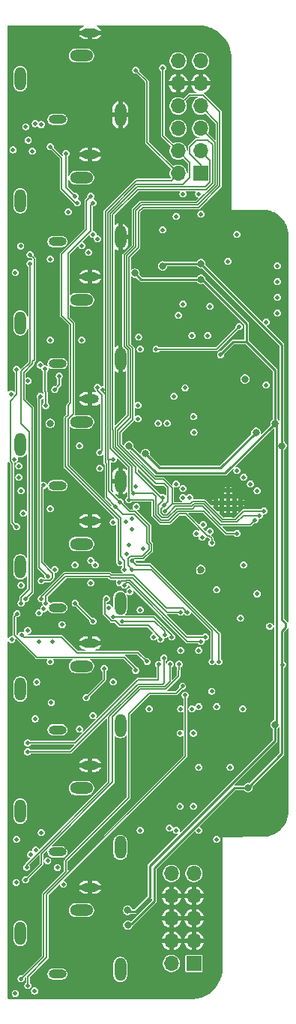
<source format=gbr>
%TF.GenerationSoftware,KiCad,Pcbnew,9.0.2*%
%TF.CreationDate,2025-06-25T16:15:56+02:00*%
%TF.ProjectId,eurorack-pmod-pcb,6575726f-7261-4636-9b2d-706d6f642d70,rev?*%
%TF.SameCoordinates,Original*%
%TF.FileFunction,Copper,L3,Inr*%
%TF.FilePolarity,Positive*%
%FSLAX46Y46*%
G04 Gerber Fmt 4.6, Leading zero omitted, Abs format (unit mm)*
G04 Created by KiCad (PCBNEW 9.0.2) date 2025-06-25 16:15:56*
%MOMM*%
%LPD*%
G01*
G04 APERTURE LIST*
%TA.AperFunction,ComponentPad*%
%ADD10O,1.308000X2.616000*%
%TD*%
%TA.AperFunction,ComponentPad*%
%ADD11O,2.016000X1.008000*%
%TD*%
%TA.AperFunction,ComponentPad*%
%ADD12O,2.616000X1.308000*%
%TD*%
%TA.AperFunction,ComponentPad*%
%ADD13C,0.700000*%
%TD*%
%TA.AperFunction,ComponentPad*%
%ADD14C,4.400000*%
%TD*%
%TA.AperFunction,ComponentPad*%
%ADD15C,0.500000*%
%TD*%
%TA.AperFunction,ComponentPad*%
%ADD16R,1.700000X1.700000*%
%TD*%
%TA.AperFunction,ComponentPad*%
%ADD17O,1.700000X1.700000*%
%TD*%
%TA.AperFunction,ViaPad*%
%ADD18C,0.800000*%
%TD*%
%TA.AperFunction,ViaPad*%
%ADD19C,0.500000*%
%TD*%
%TA.AperFunction,Conductor*%
%ADD20C,0.254000*%
%TD*%
%TA.AperFunction,Conductor*%
%ADD21C,0.152400*%
%TD*%
%TA.AperFunction,Conductor*%
%ADD22C,0.152000*%
%TD*%
%TA.AperFunction,Conductor*%
%ADD23C,0.200000*%
%TD*%
G04 APERTURE END LIST*
D10*
%TO.N,/CAP_SENSE_OUT3*%
%TO.C,J10*%
X-18382000Y-88772626D03*
D11*
%TO.N,GND*%
X-10482000Y-83572626D03*
D12*
%TO.N,/JACK_DETECT_OUT3*%
X-11482000Y-86172626D03*
D11*
%TO.N,Net-(J10-PadT)*%
X-14182000Y-93372626D03*
D10*
%TO.N,Net-(J10-PadTN)*%
X-7082000Y-92872626D03*
%TD*%
%TO.N,/CAP_SENSE_IN2*%
%TO.C,J5*%
X-18382000Y-19829771D03*
D11*
%TO.N,GND*%
X-10482000Y-14629771D03*
D12*
%TO.N,/JACK_DETECT_IN2*%
X-11482000Y-17229771D03*
D11*
%TO.N,Net-(J5-PadT)*%
X-14182000Y-24429771D03*
D10*
%TO.N,GND*%
X-7082000Y-23929771D03*
%TD*%
D13*
%TO.N,GND*%
%TO.C,H2*%
X7350000Y-88833274D03*
X7833274Y-87666548D03*
X7833274Y-90000000D03*
X9000000Y-87183274D03*
D14*
X9000000Y-88833274D03*
D13*
X9000000Y-90483274D03*
X10166726Y-87666548D03*
X10166726Y-90000000D03*
X10650000Y-88833274D03*
%TD*%
D15*
%TO.N,GND*%
%TO.C,U1*%
X5111181Y-55350789D03*
X5818288Y-54643682D03*
X6525395Y-53936575D03*
X4404074Y-54643682D03*
X5111181Y-53936575D03*
X5818288Y-53229468D03*
X3696967Y-53936575D03*
X4404074Y-53229468D03*
X5111181Y-52522361D03*
%TD*%
D13*
%TO.N,GND*%
%TO.C,H1*%
X7350000Y-23750000D03*
X7833274Y-22583274D03*
X7833274Y-24916726D03*
X9000000Y-22100000D03*
D14*
X9000000Y-23750000D03*
D13*
X9000000Y-25400000D03*
X10166726Y-22583274D03*
X10166726Y-24916726D03*
X10650000Y-23750000D03*
%TD*%
D16*
%TO.N,Net-(J1-Pin_1)*%
%TO.C,J1*%
X1240471Y-105975000D03*
D17*
X-1299529Y-105975000D03*
%TO.N,GND*%
X1240471Y-103435000D03*
X-1299529Y-103435000D03*
X1240471Y-100895000D03*
X-1299529Y-100895000D03*
X1240471Y-98355000D03*
X-1299529Y-98355000D03*
%TO.N,Net-(J1-Pin_10)*%
X1240471Y-95815000D03*
X-1299529Y-95815000D03*
%TD*%
D10*
%TO.N,/CAP_SENSE_OUT2*%
%TO.C,J9*%
X-18382000Y-74984055D03*
D11*
%TO.N,GND*%
X-10482000Y-69784055D03*
D12*
%TO.N,/JACK_DETECT_OUT2*%
X-11482000Y-72384055D03*
D11*
%TO.N,Net-(J9-PadT)*%
X-14182000Y-79584055D03*
D10*
%TO.N,Net-(J9-PadTN)*%
X-7082000Y-79084055D03*
%TD*%
%TO.N,/CAP_SENSE_OUT4*%
%TO.C,J11*%
X-18382000Y-102561200D03*
D11*
%TO.N,GND*%
X-10482000Y-97361200D03*
D12*
%TO.N,/JACK_DETECT_OUT4*%
X-11482000Y-99961200D03*
D11*
%TO.N,Net-(J11-PadT)*%
X-14182000Y-107161200D03*
D10*
%TO.N,Net-(J11-PadTN)*%
X-7082000Y-106661200D03*
%TD*%
%TO.N,/CAP_SENSE_IN4*%
%TO.C,J7*%
X-18382000Y-47406913D03*
D11*
%TO.N,GND*%
X-10482000Y-42206913D03*
D12*
%TO.N,/JACK_DETECT_IN4*%
X-11482000Y-44806913D03*
D11*
%TO.N,Net-(J7-PadT)*%
X-14182000Y-52006913D03*
D10*
%TO.N,GND*%
X-7082000Y-51506913D03*
%TD*%
%TO.N,/CAP_SENSE_IN1*%
%TO.C,J4*%
X-18382000Y-6041200D03*
D11*
%TO.N,GND*%
X-10482000Y-841200D03*
D12*
%TO.N,/JACK_DETECT_IN1*%
X-11482000Y-3441200D03*
D11*
%TO.N,Net-(J4-PadT)*%
X-14182000Y-10641200D03*
D10*
%TO.N,GND*%
X-7082000Y-10141200D03*
%TD*%
%TO.N,/CAP_SENSE_IN3*%
%TO.C,J6*%
X-18382000Y-33618342D03*
D11*
%TO.N,GND*%
X-10482000Y-28418342D03*
D12*
%TO.N,/JACK_DETECT_IN3*%
X-11482000Y-31018342D03*
D11*
%TO.N,Net-(J6-PadT)*%
X-14182000Y-38218342D03*
D10*
%TO.N,GND*%
X-7082000Y-37718342D03*
%TD*%
%TO.N,/CAP_SENSE_OUT1*%
%TO.C,J8*%
X-18382000Y-61195484D03*
D11*
%TO.N,GND*%
X-10482000Y-55995484D03*
D12*
%TO.N,/JACK_DETECT_OUT1*%
X-11482000Y-58595484D03*
D11*
%TO.N,Net-(J8-PadT)*%
X-14182000Y-65795484D03*
D10*
%TO.N,Net-(J8-PadTN)*%
X-7082000Y-65295484D03*
%TD*%
D16*
%TO.N,/SDIN1*%
%TO.C,J2*%
X2000000Y-16750000D03*
D17*
%TO.N,/SCL*%
X-540000Y-16750000D03*
%TO.N,/SDOUT1*%
X2000000Y-14210000D03*
%TO.N,/SDA*%
X-540000Y-14210000D03*
%TO.N,/LRCK*%
X2000000Y-11670000D03*
%TO.N,/UNMUTE*%
X-540000Y-11670000D03*
%TO.N,/BICK*%
X2000000Y-9130000D03*
%TO.N,/MCLK*%
X-540000Y-9130000D03*
%TO.N,GND*%
X2000000Y-6590000D03*
X-540000Y-6590000D03*
%TO.N,VDD*%
X2000000Y-4050000D03*
X-540000Y-4050000D03*
%TD*%
D18*
%TO.N,GND*%
X-14254000Y-84468000D03*
D19*
X-4064000Y-33274000D03*
D18*
X-11254000Y-39468000D03*
D19*
X5842000Y-80518000D03*
D18*
X-5254000Y-10468000D03*
X-11254000Y-102468000D03*
X-7254000Y-4468000D03*
X-14254000Y-86468000D03*
D19*
X6604000Y-36322000D03*
D18*
X-18254000Y-1468000D03*
D19*
X2540000Y-33782000D03*
D18*
X7007035Y-44666097D03*
X-2254000Y-40468000D03*
X-5254000Y-86468000D03*
X-13254000Y-108468000D03*
X-3254000Y-40468000D03*
X3246000Y-62968000D03*
X-11254000Y-90468000D03*
X-7254000Y-2468000D03*
X-15254000Y-108468000D03*
X6746000Y-71468000D03*
X-7254000Y-1468000D03*
X-13254000Y-102468000D03*
X-17254000Y-1468000D03*
X-5254000Y-14468000D03*
X-18254000Y-2468000D03*
D19*
X4826000Y-23622000D03*
D18*
X4746000Y-19468000D03*
X-10254000Y-32468000D03*
X-11254000Y-38468000D03*
X5746000Y-41468000D03*
D19*
X7874000Y-33782000D03*
D18*
X-3254000Y-22468000D03*
D19*
X10160000Y-82296000D03*
D18*
X-12254000Y-108468000D03*
D19*
X-3810000Y-2286000D03*
D18*
X-4254000Y-16468000D03*
X-15254000Y-1468000D03*
X-4254000Y-15468000D03*
X-14254000Y-88468000D03*
X-9254000Y-88468000D03*
X-7254000Y-31468000D03*
D19*
X1016000Y-23622000D03*
D18*
X-14254000Y-85468000D03*
X2246000Y-58968000D03*
X6746000Y-72468000D03*
X-8254000Y-87468000D03*
X-18254000Y-106468000D03*
X5746000Y-62468000D03*
X-10254000Y-38468000D03*
X-11254000Y-108468000D03*
D19*
X-2540000Y-21336000D03*
X-7366000Y-25654000D03*
D18*
X-10254000Y-108468000D03*
X-1254000Y-40468000D03*
X-16254000Y-1468000D03*
X-14254000Y-102468000D03*
X-10254000Y-34468000D03*
D19*
X5334000Y-34036000D03*
D18*
X-7254000Y-3468000D03*
X-14254000Y-87468000D03*
X5746000Y-39468000D03*
X-10254000Y-89468000D03*
D19*
X5842000Y-90424000D03*
D18*
X-18254000Y-105468000D03*
D19*
X9398000Y-83058000D03*
D18*
X-9254000Y-108468000D03*
X-18254000Y-29468000D03*
X-5254000Y-15468000D03*
X-5254000Y-9468000D03*
X-4254000Y-14468000D03*
D19*
X7620000Y-81026000D03*
D18*
X-5254000Y-11468000D03*
D19*
X-3302000Y-19558000D03*
D18*
X-5254000Y-33468000D03*
X-14254000Y-108468000D03*
X6746000Y-61968000D03*
X-10254000Y-39468000D03*
X-7254000Y-30468000D03*
X-5254000Y-13468000D03*
D19*
X-2254006Y-52468000D03*
X-1778000Y-76962000D03*
X-4826000Y-82804000D03*
D18*
X-18254000Y-30468000D03*
D19*
X2794000Y-76962000D03*
D18*
X9746000Y-53468000D03*
D19*
X-2032000Y-16002000D03*
D18*
X-10254000Y-33468000D03*
X-12254000Y-102468000D03*
X-10254000Y-37468000D03*
X-5254000Y-16468000D03*
X-5254000Y-12468000D03*
D19*
X1016000Y-47752000D03*
D18*
X-3254000Y-83468000D03*
X-7254000Y-32468000D03*
X-14254000Y-1468000D03*
D19*
X6096000Y-44704000D03*
X-4572000Y-26670000D03*
%TO.N,VDD*%
X3810000Y-63754000D03*
X-4474000Y-59108000D03*
X6858000Y-60960000D03*
X3246000Y-75218000D03*
X1246000Y-45968000D03*
X-17482992Y-12997008D03*
X246000Y-40968000D03*
X-5334000Y-52070000D03*
X-7874000Y-56134000D03*
X-16002000Y-91186000D03*
X-14986000Y-71882000D03*
X6496000Y-66968000D03*
X-17526000Y-40162766D03*
D18*
X1996000Y-61468000D03*
D19*
X-17554000Y-68368000D03*
X-5004000Y-35218000D03*
D18*
%TO.N,+12V*%
X10414000Y-78994000D03*
X-6254000Y-99968000D03*
D19*
X4246000Y-37218000D03*
D18*
X10413992Y-44958000D03*
X-5431076Y-28014431D03*
X2032000Y-28702000D03*
X-6092773Y-47494773D03*
%TO.N,-12V*%
X2032000Y-26924000D03*
X11195000Y-47498000D03*
X7366000Y-86106000D03*
X8244000Y-45968065D03*
X-2286000Y-27178000D03*
X6996000Y-39968000D03*
X-6226654Y-101625560D03*
D19*
X11246000Y-72218000D03*
D18*
X-4250006Y-48396935D03*
D19*
%TO.N,Net-(RN1A-R1.1)*%
X0Y-31496000D03*
X-508000Y-32766000D03*
%TO.N,/SDIN1*%
X-5588000Y-52832000D03*
X6096000Y-57404000D03*
%TO.N,/SCL*%
X-9071068Y-41184466D03*
X-7620000Y-54356000D03*
X3302000Y-71882000D03*
X-5754000Y-61468000D03*
X-5334000Y-5080000D03*
X2286000Y-56388000D03*
%TO.N,/SDOUT1*%
X3246000Y-58468000D03*
X-6096000Y-53594000D03*
%TO.N,/SDA*%
X-7112000Y-53848000D03*
X-5746349Y-60464945D03*
X-2286000Y-4826000D03*
X-7874000Y-49022000D03*
X3048000Y-57150000D03*
X4064000Y-71882000D03*
X-9398000Y-48260000D03*
X-9652000Y-40894000D03*
%TO.N,/LRCK*%
X8128000Y-55880000D03*
X-2286000Y-53340000D03*
%TO.N,/PDN*%
X-6004000Y-63968000D03*
X2176000Y-57838000D03*
X1196000Y-44208000D03*
X8376000Y-64228000D03*
%TO.N,/BICK*%
X8636000Y-55372000D03*
X-2094738Y-54193609D03*
%TO.N,/MCLK*%
X9144000Y-54864000D03*
X-2032000Y-54864000D03*
%TO.N,Net-(RN3A-R1.1)*%
X5080000Y-26670000D03*
X6096000Y-23622000D03*
%TO.N,Net-(RN4B-R2.2)*%
X-762000Y-21590000D03*
X-2286000Y-23114000D03*
%TO.N,/-VCOM*%
X9398000Y-33528000D03*
X2032000Y-21336000D03*
X9398000Y-40640000D03*
X1778000Y-76962000D03*
X3048000Y-31750000D03*
X1778000Y-83820000D03*
X-1524000Y-90678000D03*
X5334000Y-83820000D03*
%TO.N,/dual_mono_inputs1/IN1_3V*%
X6096000Y-50292000D03*
X10668010Y-30734000D03*
%TO.N,/dual_mono_inputs1/IN2_3V*%
X6858000Y-51054000D03*
X10668000Y-32512000D03*
%TO.N,/OUT_MUTE1*%
X6746000Y-77218000D03*
%TO.N,/dual_mono_inputs2/IN1_3V*%
X10668000Y-27178000D03*
X7620000Y-51816000D03*
%TO.N,/dual_mono_inputs2/IN2_3V*%
X10668000Y-28956000D03*
X8382000Y-52578000D03*
%TO.N,/dual_mono_outputs1/OUT1*%
X-762000Y-51816000D03*
X1016000Y-77216000D03*
%TO.N,/dual_mono_outputs1/OUT2*%
X0Y-52324000D03*
X-254000Y-77216000D03*
%TO.N,/dual_mono_outputs2/OUT1*%
X-762000Y-90932000D03*
X762000Y-53340000D03*
%TO.N,/dual_mono_outputs2/OUT2*%
X0Y-53340000D03*
X1778000Y-90932000D03*
%TO.N,Net-(D3-K)*%
X-7184932Y-62955534D03*
X2540000Y-69088000D03*
X-10414000Y-19304000D03*
X-13208000Y-14478000D03*
X-7112000Y-60706000D03*
X-12192000Y-19304000D03*
X-17754006Y-11468000D03*
%TO.N,Net-(D4-A)*%
X-16691985Y-11111802D03*
X-19202400Y-14071600D03*
%TO.N,Net-(D4-K)*%
X-10160000Y-20066000D03*
X-14986000Y-13716000D03*
X-6604000Y-63246000D03*
X2032000Y-69596000D03*
X-11938000Y-20066000D03*
X-6604000Y-61468000D03*
%TO.N,Net-(D5-A)*%
X-16002000Y-11226800D03*
X-17018000Y-14224000D03*
%TO.N,Net-(D5-K)*%
X-16002000Y-64770000D03*
X508000Y-66294000D03*
X-17272000Y-25908000D03*
X-17780000Y-64770000D03*
%TO.N,Net-(D6-A)*%
X-18948400Y-27940000D03*
X-18338800Y-24942800D03*
%TO.N,Net-(D6-K)*%
X-15494000Y-65278000D03*
X-17272000Y-26924000D03*
X-18288000Y-65278000D03*
X-254000Y-66294000D03*
%TO.N,Net-(D7-K)*%
X-7874000Y-66802000D03*
X-18796000Y-38862000D03*
X-18796000Y-56642000D03*
X-1270000Y-69088000D03*
%TO.N,Net-(D8-A)*%
X-16143262Y-38376033D03*
X-19405600Y-41656000D03*
%TO.N,Net-(D8-K)*%
X-12186569Y-65283431D03*
X-15240000Y-62230000D03*
X-6858000Y-67310000D03*
X-16127000Y-41910000D03*
X-10160000Y-67310000D03*
X-2032000Y-68834000D03*
%TO.N,Net-(D9-A)*%
X-15504000Y-42968000D03*
X-15595600Y-38811200D03*
%TO.N,Net-(D9-K)*%
X-2540000Y-69342000D03*
X-8636000Y-64770000D03*
X-18288000Y-52578000D03*
%TO.N,Net-(D10-A)*%
X-13978881Y-39620301D03*
X-14499890Y-41148000D03*
%TO.N,Net-(D10-K)*%
X-3302000Y-69088000D03*
X-18034000Y-55118000D03*
X-8382000Y-65786000D03*
%TO.N,Net-(D11-K)*%
X-5354000Y-72868000D03*
X-18754000Y-66468000D03*
%TO.N,Net-(D12-A)*%
X-16265300Y-66381441D03*
X-19354800Y-69392800D03*
%TO.N,Net-(D12-K)*%
X-18254000Y-68868000D03*
X-4054000Y-71868000D03*
%TO.N,Net-(D13-A)*%
X-16256000Y-69596000D03*
X-15734016Y-65926423D03*
%TO.N,Net-(D13-K)*%
X-17554000Y-81068000D03*
X-2754000Y-72168000D03*
%TO.N,Net-(D14-A)*%
X-14879406Y-76517465D03*
X-13665200Y-67716400D03*
X-16697001Y-78340617D03*
X-14732000Y-69596000D03*
%TO.N,Net-(D14-K)*%
X-17554000Y-82068000D03*
X-2154000Y-71468000D03*
%TO.N,Net-(D15-K)*%
X-17664000Y-95118000D03*
X-1454000Y-72168000D03*
%TO.N,Net-(D16-A)*%
X-17194056Y-93667958D03*
X-18846800Y-96824800D03*
%TO.N,Net-(D16-K)*%
X-17779991Y-96519982D03*
X-454000Y-72168000D03*
%TO.N,Net-(D17-A)*%
X-16644556Y-93134244D03*
X-14182500Y-95148400D03*
%TO.N,Net-(D17-K)*%
X-18288000Y-107695998D03*
X-54000Y-74668000D03*
%TO.N,Net-(D18-A)*%
X-18954000Y-109368000D03*
X-13512800Y-97028000D03*
X-15290800Y-94386400D03*
X-16764000Y-109067600D03*
%TO.N,Net-(D18-K)*%
X-17525983Y-108457983D03*
X246000Y-75668000D03*
D18*
%TO.N,/CAP_SENSE_IN1*%
X-15004000Y-44968000D03*
D19*
%TO.N,/CAP_SENSE_IN2*%
X-12192000Y-60960000D03*
%TO.N,/CAP_SENSE_IN3*%
X-9398004Y-50038004D03*
X-18542000Y-51054000D03*
X-5736925Y-56941024D03*
%TO.N,/JACK_DETECT_IN1*%
X6350000Y-34036000D03*
X-3032400Y-36591600D03*
%TO.N,/JACK_DETECT_IN2*%
X-14986000Y-26416000D03*
X-4826000Y-36576000D03*
X-12954000Y-21082000D03*
X-11430000Y-35560000D03*
X-14986000Y-35560000D03*
%TO.N,/JACK_DETECT_IN3*%
X-5080000Y-44450000D03*
%TO.N,/JACK_DETECT_OUT1*%
X-2794000Y-44958000D03*
%TO.N,/JACK_DETECT_OUT2*%
X-16532000Y-74190000D03*
X-19050000Y-49022000D03*
X-1778000Y-44958000D03*
%TO.N,/JACK_DETECT_OUT3*%
X-16002000Y-62738000D03*
X-8890000Y-72644000D03*
X-15754000Y-51968000D03*
X-10922000Y-75946000D03*
%TO.N,/JACK_DETECT_OUT4*%
X-5080000Y-42926000D03*
X-1016000Y-41910000D03*
X-11684000Y-47498000D03*
X-18542000Y-49784000D03*
%TO.N,/CAP_SENSE_IN4*%
X-14986000Y-54610000D03*
%TO.N,/CAP_SENSE_OUT1*%
X-5757169Y-55788624D03*
X-6096000Y-58674000D03*
X-10414000Y-60452000D03*
%TO.N,/CAP_SENSE_OUT2*%
X-6440699Y-56068000D03*
X-6350000Y-59690000D03*
X-10414000Y-62992000D03*
%TO.N,/CAP_SENSE_OUT3*%
X-10160000Y-77978000D03*
X-11684000Y-79502000D03*
X-4826000Y-66040000D03*
X-7874000Y-74168000D03*
X1524000Y-57404000D03*
%TO.N,/CAP_SENSE_OUT4*%
X-14478000Y-61468000D03*
X-18288000Y-63246000D03*
X-9906000Y-60960000D03*
X-5282791Y-54369452D03*
X-18796000Y-91948000D03*
%TO.N,Net-(Q2-D)*%
X1181800Y-79968000D03*
%TO.N,Net-(Q3-D)*%
X-318200Y-88218000D03*
%TO.N,Net-(Q4-D)*%
X-318200Y-79965610D03*
%TO.N,Net-(Q5-D)*%
X1181800Y-88218000D03*
%TO.N,/UNMUTE*%
X9784857Y-67885939D03*
%TO.N,Net-(J4-PadT)*%
X1016000Y-35052000D03*
%TO.N,Net-(J5-PadT)*%
X2794000Y-35052000D03*
%TO.N,Net-(J6-PadT)*%
X-11430000Y-24892000D03*
X1778000Y-19050000D03*
X-10160000Y-23622000D03*
%TO.N,Net-(J7-PadT)*%
X0Y-19050000D03*
X-9652000Y-24130000D03*
X-10668000Y-25654000D03*
%TO.N,Net-(J8-PadT)*%
X-254000Y-70612000D03*
X3810000Y-76962000D03*
X1778000Y-70612000D03*
%TO.N,Net-(J9-PadT)*%
X-3810000Y-77216000D03*
%TO.N,Net-(J10-PadT)*%
X-4826000Y-90932000D03*
%TO.N,Net-(J11-PadT)*%
X3810000Y-91948000D03*
%TD*%
D20*
%TO.N,VDD*%
X1742000Y-61722000D02*
X1996000Y-61468000D01*
%TO.N,+12V*%
X-6254000Y-99968000D02*
X-6146000Y-100076000D01*
X2156422Y-28702000D02*
X7188200Y-33733778D01*
X7188200Y-35765777D02*
X5698223Y-35765777D01*
X10414000Y-78994000D02*
X10541000Y-78867000D01*
X2032000Y-28702000D02*
X-4743507Y-28702000D01*
X10414000Y-80772000D02*
X10414000Y-78994000D01*
X7188200Y-33733778D02*
X7188200Y-35765777D01*
X7188200Y-35765777D02*
X10413992Y-38991569D01*
X10541000Y-78867000D02*
X10541000Y-45085008D01*
X-4743507Y-28702000D02*
X-5431076Y-28014431D01*
X-6146000Y-100076000D02*
X-5362000Y-100076000D01*
X2032000Y-28702000D02*
X2156422Y-28702000D01*
X10541000Y-45085008D02*
X10413992Y-44958000D01*
X10413992Y-44958000D02*
X4749792Y-50622200D01*
X-5362000Y-100076000D02*
X-3754000Y-98468000D01*
X5698223Y-35765777D02*
X4246000Y-37218000D01*
X10413992Y-38991569D02*
X10413992Y-44958000D01*
X4749792Y-50622200D02*
X-2965346Y-50622200D01*
X-2965346Y-50622200D02*
X-6092773Y-47494773D01*
X-3754000Y-94940000D02*
X10414000Y-80772000D01*
X-3754000Y-98468000D02*
X-3754000Y-94940000D01*
%TO.N,-12V*%
X2032000Y-26924000D02*
X11195000Y-36087000D01*
X11195000Y-68425712D02*
X11583000Y-68037712D01*
X11583000Y-67539000D02*
X11195000Y-67151000D01*
X8244000Y-45968065D02*
X8244000Y-45970000D01*
X11195000Y-36087000D02*
X11195000Y-47498000D01*
X11583000Y-68037712D02*
X11583000Y-67539000D01*
X11195000Y-82277000D02*
X11195000Y-68425712D01*
X-2032000Y-26924000D02*
X-2286000Y-27178000D01*
X8244000Y-45970000D02*
X4246000Y-49968000D01*
X-3254000Y-95218709D02*
X5858709Y-86106000D01*
X4246000Y-49968000D02*
X-2678941Y-49968000D01*
X-5854000Y-101468000D02*
X-5754000Y-101468000D01*
X7366000Y-86106000D02*
X11195000Y-82277000D01*
X2032000Y-26924000D02*
X-2032000Y-26924000D01*
X-5754000Y-101468000D02*
X-3254000Y-98968000D01*
X11195000Y-67151000D02*
X11195000Y-47498000D01*
X5858709Y-86106000D02*
X7366000Y-86106000D01*
X-2678941Y-49968000D02*
X-4250006Y-48396935D01*
X-3254000Y-98968000D02*
X-3254000Y-95218709D01*
D21*
%TO.N,/SDIN1*%
X762000Y-13716000D02*
X762000Y-14509600D01*
X-3067000Y-54092732D02*
X-3041600Y-54067332D01*
X-5810200Y-52609800D02*
X-5810200Y-49815795D01*
X-3041600Y-54067332D02*
X-3041600Y-53205268D01*
X-7939200Y-45654800D02*
X-7939200Y-21401200D01*
X2000000Y-15747600D02*
X2000000Y-16750000D01*
X-3041600Y-53205268D02*
X-3414868Y-52832000D01*
X762000Y-14509600D02*
X2000000Y-15747600D01*
X3332600Y-13492600D02*
X2794000Y-12954000D01*
X2794000Y-12954000D02*
X1524000Y-12954000D01*
X4878580Y-57404000D02*
X2363980Y-54889400D01*
X-3067000Y-55292711D02*
X-3067000Y-54092732D01*
X1524000Y-12954000D02*
X762000Y-13716000D01*
X6096000Y-57404000D02*
X4878580Y-57404000D01*
X-593688Y-54889400D02*
X-1603289Y-55899000D01*
X3332600Y-17834004D02*
X3332600Y-13492600D01*
X2363980Y-54889400D02*
X-593688Y-54889400D01*
X-5588000Y-52832000D02*
X-5810200Y-52609800D01*
X-3414868Y-52832000D02*
X-5588000Y-52832000D01*
X-2460713Y-55898999D02*
X-3067000Y-55292711D01*
X-5810200Y-49815795D02*
X-7924800Y-47701195D01*
X-5080000Y-18542000D02*
X2624604Y-18542000D01*
X-7924800Y-47701195D02*
X-7924800Y-45669200D01*
X2624604Y-18542000D02*
X3332600Y-17834004D01*
X-1603289Y-55899000D02*
X-2460713Y-55898999D01*
X-7939200Y-21401200D02*
X-5080000Y-18542000D01*
D22*
%TO.N,/SCL*%
X-6763576Y-55212424D02*
X-7620000Y-54356000D01*
X-6223349Y-60998651D02*
X-6223349Y-60267365D01*
X3302000Y-71882000D02*
X3302000Y-68377732D01*
D21*
X-7620000Y-54356000D02*
X-8642398Y-53333602D01*
X-8777400Y-21054004D02*
X-5249396Y-17526000D01*
X-9071068Y-41362332D02*
X-8777400Y-41656000D01*
D22*
X-3607732Y-61468000D02*
X-5754000Y-61468000D01*
X3302000Y-68377732D02*
X-3607732Y-61468000D01*
X-4075947Y-58491465D02*
X-4075947Y-56654976D01*
X-5754000Y-61468000D02*
X-6223349Y-60998651D01*
X-3858000Y-59230000D02*
X-3858000Y-58709412D01*
X-6223349Y-60267365D02*
X-5923984Y-59968000D01*
X-4075947Y-56654976D02*
X-5518499Y-55212424D01*
D21*
X-8777400Y-41656000D02*
X-8777400Y-21054004D01*
X-4070400Y-6343600D02*
X-5334000Y-5080000D01*
D22*
X-3858000Y-58709412D02*
X-4075947Y-58491465D01*
X-5923984Y-59968000D02*
X-4596000Y-59968000D01*
D21*
X-8642398Y-49561351D02*
X-8777400Y-49426349D01*
D22*
X-4596000Y-59968000D02*
X-3858000Y-59230000D01*
D21*
X-8642398Y-53333602D02*
X-8642398Y-49561351D01*
D22*
X-5518499Y-55212424D02*
X-6763576Y-55212424D01*
D21*
X-540000Y-16750000D02*
X-4070400Y-13219600D01*
X-1316000Y-17526000D02*
X-540000Y-16750000D01*
X-9071068Y-41184466D02*
X-9071068Y-41362332D01*
X-5249396Y-17526000D02*
X-1316000Y-17526000D01*
X-8777400Y-49426349D02*
X-8777400Y-41656000D01*
X-4070400Y-13219600D02*
X-4070400Y-6343600D01*
%TO.N,/SDOUT1*%
X3053200Y-15263200D02*
X2000000Y-14210000D01*
X3246000Y-57968000D02*
X2936000Y-57658000D01*
X-8218600Y-47802529D02*
X-8218600Y-21285468D01*
X304800Y-55168800D02*
X-477956Y-55168800D01*
X-477956Y-55168800D02*
X-1487558Y-56178400D01*
X-6096000Y-53594000D02*
X-6096000Y-49925129D01*
X3246000Y-58468000D02*
X3246000Y-57968000D01*
X-5195731Y-18262600D02*
X2508872Y-18262600D01*
X2794000Y-57658000D02*
X304800Y-55168800D01*
X-3321000Y-53594000D02*
X-6096000Y-53594000D01*
X2508872Y-18262600D02*
X3053200Y-17718272D01*
X-6096000Y-49925129D02*
X-8218600Y-47802529D01*
X-3346400Y-55408442D02*
X-3346400Y-53977000D01*
X2936000Y-57658000D02*
X2794000Y-57658000D01*
X-8218600Y-21285468D02*
X-5195731Y-18262600D01*
X-3320999Y-53951599D02*
X-3321000Y-53594000D01*
X-3346400Y-53977000D02*
X-3320999Y-53951599D01*
X-1487558Y-56178400D02*
X-2576445Y-56178398D01*
X-2576445Y-56178398D02*
X-3346400Y-55408442D01*
X3053200Y-17718272D02*
X3053200Y-15263200D01*
D22*
%TO.N,/SDA*%
X3582000Y-68261752D02*
X3582000Y-68263166D01*
X-5243294Y-60968000D02*
X-3711752Y-60968000D01*
X-3795947Y-56538996D02*
X-5402519Y-54932424D01*
X-5746349Y-60464945D02*
X-5529404Y-60248000D01*
X-7079782Y-53848000D02*
X-7112000Y-53848000D01*
X-3793524Y-56542551D02*
X-3795947Y-56540128D01*
X-5995358Y-54932424D02*
X-7079782Y-53848000D01*
D21*
X-8498000Y-49022000D02*
X-8498000Y-21169736D01*
X-5311462Y-17983200D02*
X10525Y-17983200D01*
X-540000Y-14210000D02*
X-2286000Y-12464000D01*
D22*
X-5402519Y-54932424D02*
X-5995358Y-54932424D01*
X-3711752Y-60968000D02*
X3582000Y-68261752D01*
D21*
X-2286000Y-12464000D02*
X-2286000Y-4826000D01*
X762000Y-15512000D02*
X-540000Y-14210000D01*
X762000Y-17231725D02*
X762000Y-15512000D01*
X-8498000Y-49022000D02*
X-7874000Y-49022000D01*
D22*
X-3793524Y-58379322D02*
X-3793524Y-56542551D01*
X-5529404Y-60248000D02*
X-4480020Y-60248000D01*
D21*
X-9652000Y-40894000D02*
X-9652000Y-41276983D01*
D22*
X-4480020Y-60248000D02*
X-3579000Y-59346980D01*
D21*
X-7112000Y-53848000D02*
X-8362998Y-52597002D01*
X-9144000Y-48006000D02*
X-9398000Y-48260000D01*
X-8498000Y-21169736D02*
X-5311462Y-17983200D01*
D22*
X3582000Y-68263166D02*
X4064000Y-68745166D01*
X-3579000Y-58593846D02*
X-3793524Y-58379322D01*
D21*
X10525Y-17983200D02*
X762000Y-17231725D01*
D22*
X4064000Y-68745166D02*
X4064000Y-71882000D01*
D21*
X-9144000Y-41784983D02*
X-9144000Y-48006000D01*
D22*
X-3579000Y-59346980D02*
X-3579000Y-58593846D01*
D21*
X-9652000Y-41276983D02*
X-9144000Y-41784983D01*
X-8362998Y-52597002D02*
X-8362998Y-49157002D01*
X-8362998Y-49157002D02*
X-8498000Y-49022000D01*
D22*
X-3795947Y-56540128D02*
X-3795947Y-56538996D01*
X-5746349Y-60464945D02*
X-5243294Y-60968000D01*
D21*
%TO.N,/LRCK*%
X-3518248Y-20015200D02*
X-3518240Y-20015204D01*
X-2451449Y-53340000D02*
X-5308600Y-50482849D01*
X1076287Y-54610000D02*
X-709420Y-54610000D01*
X3612000Y-17949736D02*
X3612000Y-13282000D01*
X-3104754Y-20034200D02*
X-3085754Y-20015200D01*
X-1719020Y-55619600D02*
X-2344981Y-55619600D01*
X-2286000Y-53706864D02*
X-2286000Y-53340000D01*
X1546536Y-20015200D02*
X3612000Y-17949736D01*
X-5587999Y-20828000D02*
X-4775198Y-20015200D01*
X-2787600Y-55176980D02*
X-2787600Y-54208464D01*
X-6224800Y-44070800D02*
X-6224800Y-36709278D01*
X-6224800Y-36709278D02*
X-6628720Y-36305356D01*
X-3518240Y-20015204D02*
X-3499245Y-20034200D01*
X2206711Y-54337000D02*
X1349287Y-54337000D01*
X-7645400Y-47585463D02*
X-7645400Y-45491400D01*
X-3749706Y-20015200D02*
X-3749703Y-20015197D01*
X-5588000Y-24892000D02*
X-5587999Y-20828000D01*
X-2787600Y-54208464D02*
X-2286000Y-53706864D01*
X-7645400Y-45491400D02*
X-6224800Y-44070800D01*
X-6628720Y-36305356D02*
X-6628720Y-25932719D01*
X1349287Y-54337000D02*
X1076287Y-54610000D01*
X-709420Y-54610000D02*
X-1719020Y-55619600D01*
X-6628720Y-25932719D02*
X-5588000Y-24892000D01*
X4257711Y-56388000D02*
X2206711Y-54337000D01*
X3612000Y-13282000D02*
X2000000Y-11670000D01*
X8128000Y-55880000D02*
X7620000Y-56388000D01*
X-3499245Y-20034200D02*
X-3104754Y-20034200D01*
X-3749703Y-20015197D02*
X-3518248Y-20015200D01*
X7620000Y-56388000D02*
X4257711Y-56388000D01*
X-4775198Y-20015200D02*
X-3749706Y-20015200D01*
X-5308600Y-49922265D02*
X-7645400Y-47585463D01*
X-2344981Y-55619600D02*
X-2787600Y-55176980D01*
X-2286000Y-53340000D02*
X-2451449Y-53340000D01*
X-3085754Y-20015200D02*
X1546536Y-20015200D01*
X-5308600Y-50482849D02*
X-5308600Y-49922265D01*
%TO.N,/BICK*%
X-3614980Y-20313600D02*
X-3633979Y-20294600D01*
X-2508200Y-55061249D02*
X-2508200Y-54607071D01*
X-4659467Y-20294600D02*
X-5308600Y-20943732D01*
X-5308600Y-25007731D02*
X-6349320Y-26048451D01*
X960555Y-54330600D02*
X-825152Y-54330600D01*
X-7366000Y-47469732D02*
X-3043932Y-51791800D01*
X3891400Y-18065468D02*
X1662268Y-20294600D01*
X-1677800Y-53776671D02*
X-2094738Y-54193609D01*
X-7366000Y-45720000D02*
X-7366000Y-47469732D01*
X-2508200Y-54607071D02*
X-2094738Y-54193609D01*
X-6349320Y-36189625D02*
X-5945400Y-36593546D01*
X3891400Y-11021400D02*
X3891400Y-18065468D01*
X-3043932Y-51791800D02*
X-2115330Y-51791800D01*
X-3633979Y-20294600D02*
X-4659467Y-20294600D01*
X-2970020Y-20294600D02*
X-2989019Y-20313600D01*
X-2229249Y-55340200D02*
X-2508200Y-55061249D01*
X2000000Y-9130000D02*
X3891400Y-11021400D01*
X-6349320Y-26048451D02*
X-6349320Y-36189625D01*
X-5308600Y-20943732D02*
X-5308600Y-25007731D01*
X-825152Y-54330600D02*
X-1834751Y-55340200D01*
X6121400Y-56108600D02*
X4373442Y-56108600D01*
X4373442Y-56108600D02*
X2322442Y-54057600D01*
X-5945400Y-36593546D02*
X-5945400Y-44299400D01*
X-1834751Y-55340200D02*
X-2229249Y-55340200D01*
X-5945400Y-44299400D02*
X-7366000Y-45720000D01*
X1233555Y-54057600D02*
X960555Y-54330600D01*
X-1677800Y-52229330D02*
X-1677800Y-53776671D01*
X2322442Y-54057600D02*
X1233555Y-54057600D01*
X8636000Y-55372000D02*
X6858000Y-55372000D01*
X6858000Y-55372000D02*
X6121400Y-56108600D01*
X1662268Y-20294600D02*
X-2970020Y-20294600D01*
X-2115330Y-51791800D02*
X-1677800Y-52229330D01*
X-2989019Y-20313600D02*
X-3614980Y-20313600D01*
%TO.N,/MCLK*%
X4489173Y-55829200D02*
X2438173Y-53778200D01*
X-3730719Y-20592996D02*
X-3730711Y-20593000D01*
X-5666000Y-36477814D02*
X-6069920Y-36073894D01*
X1117823Y-53778200D02*
X844823Y-54051200D01*
X-1219200Y-54051200D02*
X-1219200Y-52292799D01*
X-1219200Y-52292799D02*
X-2229399Y-51282600D01*
X1759000Y-20593000D02*
X4170800Y-18181200D01*
X-3499256Y-20593003D02*
X-3499253Y-20593000D01*
X5892800Y-55829200D02*
X4489173Y-55829200D01*
X-2229399Y-51282600D02*
X-3158001Y-51282600D01*
X4170800Y-18181200D02*
X4170800Y-9811350D01*
X-5029200Y-21059464D02*
X-4543736Y-20574000D01*
X4170800Y-9811350D02*
X2233450Y-7874000D01*
X-5666000Y-44553400D02*
X-5666000Y-36477814D01*
X6858000Y-54864000D02*
X5892800Y-55829200D01*
X716000Y-7874000D02*
X-540000Y-9130000D01*
X2233450Y-7874000D02*
X716000Y-7874000D01*
X-4543736Y-20574000D02*
X-3749714Y-20574000D01*
X-7086600Y-45974000D02*
X-5666000Y-44553400D01*
X-3730711Y-20593000D02*
X-3499256Y-20593003D01*
X-7086600Y-47354001D02*
X-7086600Y-45974000D01*
X-2873288Y-20593000D02*
X1759000Y-20593000D01*
X-3104743Y-20593003D02*
X-2873288Y-20593000D01*
X-1219200Y-54051200D02*
X-2032000Y-54864000D01*
X2438173Y-53778200D02*
X1117823Y-53778200D01*
X844823Y-54051200D02*
X-1219200Y-54051200D01*
X-6069920Y-36073894D02*
X-6069920Y-26164183D01*
X-3749714Y-20574000D02*
X-3730719Y-20592996D01*
X-6069920Y-26164183D02*
X-5029200Y-25123462D01*
X-3499253Y-20593000D02*
X-3104746Y-20593000D01*
X-3158001Y-51282600D02*
X-7086600Y-47354001D01*
X-3104746Y-20593000D02*
X-3104743Y-20593003D01*
X-5029200Y-25123462D02*
X-5029200Y-21059464D01*
X9144000Y-54864000D02*
X6858000Y-54864000D01*
D22*
%TO.N,Net-(D3-K)*%
X-13716000Y-32766000D02*
X-13716000Y-25862751D01*
X-6490566Y-62738000D02*
X-6441565Y-62688999D01*
X-6031567Y-62688999D02*
X367434Y-69088000D01*
X-13208000Y-18288000D02*
X-13208000Y-14478000D01*
X-7333000Y-60485000D02*
X-7333000Y-55799566D01*
X-6441565Y-62688999D02*
X-6031567Y-62688999D01*
X-12691601Y-42663601D02*
X-12691601Y-33790399D01*
X-12192000Y-19304000D02*
X-13208000Y-18288000D01*
X-7184932Y-62955534D02*
X-6967398Y-62738000D01*
X-13272001Y-44336367D02*
X-12993000Y-44057366D01*
X-7112000Y-60706000D02*
X-7333000Y-60485000D01*
X-10922000Y-23068751D02*
X-10922000Y-19812000D01*
X-13272001Y-49860565D02*
X-13272001Y-44336367D01*
X-10922000Y-19812000D02*
X-10414000Y-19304000D01*
X-6967398Y-62738000D02*
X-6490566Y-62738000D01*
X-12993000Y-44057366D02*
X-12993000Y-42965000D01*
X-7333000Y-55799566D02*
X-13272001Y-49860565D01*
X-12691601Y-33790399D02*
X-13716000Y-32766000D01*
X-12993000Y-42965000D02*
X-12691601Y-42663601D01*
X-13716000Y-25862751D02*
X-10922000Y-23068751D01*
X367434Y-69088000D02*
X2540000Y-69088000D01*
%TO.N,Net-(D4-K)*%
X-10414000Y-23202834D02*
X-10414000Y-20320000D01*
X-12993000Y-44451932D02*
X-12412599Y-43871531D01*
X-12103166Y-20066000D02*
X-11938000Y-20066000D01*
X-13716000Y-14986000D02*
X-13716000Y-18288000D01*
X-13716000Y-18453166D02*
X-12103166Y-20066000D01*
X-6326000Y-62968000D02*
X-6604000Y-63246000D01*
X480868Y-69596000D02*
X-6147132Y-62968000D01*
X-7054000Y-60002000D02*
X-7054000Y-55684000D01*
X-13716000Y-18288000D02*
X-13716000Y-18453166D01*
X-7054000Y-55684000D02*
X-12993000Y-49745000D01*
X-12993000Y-33094434D02*
X-12993000Y-25781834D01*
X-12412599Y-43871531D02*
X-12412599Y-33674835D01*
X-10414000Y-20320000D02*
X-10160000Y-20066000D01*
X-12412599Y-33674835D02*
X-12993000Y-33094434D01*
X-6604000Y-60452000D02*
X-7054000Y-60002000D01*
X-12993000Y-25781834D02*
X-10414000Y-23202834D01*
X2032000Y-69596000D02*
X480868Y-69596000D01*
X-14986000Y-13716000D02*
X-13716000Y-14986000D01*
X-6604000Y-61468000D02*
X-6604000Y-60452000D01*
X-12993000Y-49745000D02*
X-12993000Y-44451932D01*
X-6147132Y-62968000D02*
X-6326000Y-62968000D01*
%TO.N,Net-(D5-K)*%
X-8102999Y-62114435D02*
X-8266435Y-61950999D01*
X222000Y-66096834D02*
X-56834Y-65818000D01*
X222000Y-66294000D02*
X222000Y-66096834D01*
X-16796000Y-26384000D02*
X-17272000Y-25908000D01*
X-17074000Y-43237434D02*
X-18002000Y-42309434D01*
X-13367572Y-61950999D02*
X-16002000Y-64585427D01*
X-18002000Y-42309434D02*
X-18002000Y-39224566D01*
X-17000261Y-37968827D02*
X-16796000Y-37764566D01*
X-8266435Y-61950999D02*
X-13367572Y-61950999D01*
X-17074000Y-64064000D02*
X-17074000Y-43237434D01*
X-5614731Y-62114435D02*
X-8102999Y-62114435D01*
X-16796000Y-37764566D02*
X-16796000Y-26384000D01*
X-56834Y-65818000D02*
X-1911166Y-65818000D01*
X-18002000Y-39224566D02*
X-17000260Y-38222826D01*
X-17780000Y-64770000D02*
X-17074000Y-64064000D01*
X508000Y-66294000D02*
X222000Y-66294000D01*
X-17000260Y-38222826D02*
X-17000261Y-37968827D01*
X-16002000Y-64585427D02*
X-16002000Y-64770000D01*
X-1911166Y-65818000D02*
X-5614731Y-62114435D01*
%TO.N,Net-(D6-K)*%
X-17272000Y-26924000D02*
X-17279261Y-26931261D01*
X-8153001Y-62458999D02*
X-6606131Y-62458999D01*
X-18281001Y-39109001D02*
X-18281001Y-45020999D01*
X-18288000Y-64604834D02*
X-18288000Y-65278000D01*
X-1829732Y-66294000D02*
X-254000Y-66294000D01*
X-6557131Y-62409999D02*
X-5713733Y-62409999D01*
X-15494000Y-64471993D02*
X-13284007Y-62262000D01*
X-18281001Y-45020999D02*
X-17394000Y-45908000D01*
X-6606131Y-62458999D02*
X-6557131Y-62409999D01*
X-15494000Y-65278000D02*
X-15494000Y-64471993D01*
X-17279261Y-38107261D02*
X-18281001Y-39109001D01*
X-17394000Y-45908000D02*
X-17394000Y-63710834D01*
X-17279261Y-26931261D02*
X-17279261Y-38107261D01*
X-17394000Y-63710834D02*
X-18288000Y-64604834D01*
X-8350000Y-62262000D02*
X-8153001Y-62458999D01*
X-13284007Y-62262000D02*
X-8350000Y-62262000D01*
X-5713733Y-62409999D02*
X-1829732Y-66294000D01*
%TO.N,Net-(D7-K)*%
X-3282937Y-66834000D02*
X-7842000Y-66834000D01*
X-19526000Y-42449566D02*
X-18796000Y-41719566D01*
X-1270000Y-69088000D02*
X-1270000Y-68846937D01*
X-19304000Y-56134000D02*
X-19304000Y-49441166D01*
X-1270000Y-68846937D02*
X-3282937Y-66834000D01*
X-18796000Y-56642000D02*
X-19304000Y-56134000D01*
X-7842000Y-66834000D02*
X-7874000Y-66802000D01*
X-19526000Y-49219166D02*
X-19526000Y-42449566D01*
X-18796000Y-41719566D02*
X-18796000Y-38862000D01*
X-19304000Y-49441166D02*
X-19526000Y-49219166D01*
%TO.N,Net-(D8-K)*%
X-16256000Y-42039000D02*
X-16127000Y-41910000D01*
X-10160000Y-67310000D02*
X-12186569Y-65283431D01*
X-2032000Y-68834000D02*
X-2032000Y-68479503D01*
X-15240000Y-62230000D02*
X-16256000Y-61214000D01*
X-16256000Y-61214000D02*
X-16256000Y-42039000D01*
X-2032000Y-68479503D02*
X-3201503Y-67310000D01*
X-3201503Y-67310000D02*
X-6858000Y-67310000D01*
D23*
%TO.N,Net-(D9-A)*%
X-15595600Y-41381603D02*
X-15595600Y-38811200D01*
X-15504000Y-41473203D02*
X-15595600Y-41381603D01*
X-15504000Y-42968000D02*
X-15504000Y-41473203D01*
D22*
%TO.N,Net-(D9-K)*%
X-8071166Y-67278000D02*
X-8858000Y-66491166D01*
X-2540000Y-69176834D02*
X-3930834Y-67786000D01*
X-3930834Y-67786000D02*
X-7168834Y-67786000D01*
X-8858000Y-66491166D02*
X-8858000Y-64992000D01*
X-7676834Y-67278000D02*
X-8071166Y-67278000D01*
X-2540000Y-69342000D02*
X-2540000Y-69176834D01*
X-8858000Y-64992000D02*
X-8636000Y-64770000D01*
X-7168834Y-67786000D02*
X-7676834Y-67278000D01*
D23*
%TO.N,Net-(D10-A)*%
X-13978881Y-40626991D02*
X-14499890Y-41148000D01*
X-13978881Y-39620301D02*
X-13978881Y-40626991D01*
D22*
%TO.N,Net-(D11-K)*%
X-5334000Y-72898000D02*
X-5334000Y-72888000D01*
X-19050000Y-68833999D02*
X-19050000Y-66802000D01*
X-5334000Y-72848000D02*
X-5334000Y-72644000D01*
X-16509999Y-71374000D02*
X-19050000Y-68833999D01*
X-5334000Y-72644000D02*
X-6604000Y-71374000D01*
X-5334000Y-72888000D02*
X-5354000Y-72868000D01*
X-6604000Y-71374000D02*
X-16509999Y-71374000D01*
X-19050000Y-66802000D02*
X-18754000Y-66506000D01*
X-18716000Y-66468000D02*
X-18714527Y-66466527D01*
X-18754000Y-66468000D02*
X-18716000Y-66468000D01*
X-5354000Y-72868000D02*
X-5334000Y-72848000D01*
X-18754000Y-66506000D02*
X-18754000Y-66468000D01*
%TO.N,Net-(D12-K)*%
X-18163228Y-68868000D02*
X-18254000Y-68868000D01*
X-18254000Y-68868000D02*
X-18254000Y-68777228D01*
X-5080000Y-70866000D02*
X-11938000Y-70866000D01*
X-4064000Y-71882000D02*
X-4054000Y-71892000D01*
X-4054000Y-71868000D02*
X-4078000Y-71868000D01*
X-17943228Y-69088000D02*
X-18163228Y-68868000D01*
X-13716000Y-69088000D02*
X-17943228Y-69088000D01*
X-11938000Y-70866000D02*
X-13716000Y-69088000D01*
X-4054000Y-71892000D02*
X-4054000Y-71868000D01*
X-18254000Y-68777228D02*
X-18250449Y-68780779D01*
X-4078000Y-71868000D02*
X-5080000Y-70866000D01*
%TO.N,Net-(D13-K)*%
X-5080000Y-73914000D02*
X-12192000Y-81026000D01*
X-2795475Y-72137627D02*
X-2794000Y-72139102D01*
X-2794000Y-72139102D02*
X-2794000Y-73914000D01*
X-2794000Y-73914000D02*
X-5080000Y-73914000D01*
X-12192000Y-81026000D02*
X-17526000Y-81026000D01*
%TO.N,Net-(D14-K)*%
X-5080000Y-74422000D02*
X-12700000Y-82042000D01*
X-2286000Y-74422000D02*
X-5080000Y-74422000D01*
X-12700000Y-82042000D02*
X-17526000Y-82042000D01*
X-2172678Y-74308678D02*
X-2286000Y-74422000D01*
X-2172678Y-71451000D02*
X-2172678Y-74308678D01*
%TO.N,Net-(D15-K)*%
X-17664000Y-95115302D02*
X-17664000Y-95118000D01*
X-4959493Y-74701001D02*
X-8382000Y-78123508D01*
X-8382000Y-78123508D02*
X-8382000Y-85544854D01*
X-1477953Y-72132717D02*
X-1477953Y-74121953D01*
X-17783302Y-94996000D02*
X-17664000Y-95115302D01*
X-17664000Y-94826854D02*
X-17664000Y-95118000D01*
X-2057001Y-74701001D02*
X-4959493Y-74701001D01*
X-8382000Y-85544854D02*
X-17664000Y-94826854D01*
X-1477953Y-74121953D02*
X-2057001Y-74701001D01*
%TO.N,Net-(D16-K)*%
X-1941436Y-74980002D02*
X-4843928Y-74980002D01*
X-16002000Y-94741991D02*
X-17779991Y-96519982D01*
X-4843928Y-74980002D02*
X-7939000Y-78075074D01*
X-16002000Y-93559420D02*
X-16002000Y-94741991D01*
X-508000Y-73546566D02*
X-1941436Y-74980002D01*
X-17780000Y-96520000D02*
X-17779991Y-96519991D01*
X-7939000Y-85496420D02*
X-16002000Y-93559420D01*
X-17779991Y-96519991D02*
X-17779991Y-96519982D01*
X-454000Y-72168000D02*
X-508000Y-73546566D01*
X-7939000Y-78075074D02*
X-7939000Y-85496420D01*
X-508000Y-72136000D02*
X-454000Y-72168000D01*
%TO.N,Net-(D17-K)*%
X-54000Y-74668000D02*
X-54000Y-74730000D01*
X8000Y-74668000D02*
X-54000Y-74668000D01*
X-18288000Y-107696000D02*
X-18288000Y-107695998D01*
X-54000Y-74730000D02*
X-762000Y-75438000D01*
X-15748000Y-98157434D02*
X-15748000Y-105155998D01*
X-6121000Y-87260434D02*
X-13233000Y-94372434D01*
X-3810000Y-75438000D02*
X-6121000Y-77749000D01*
X-13233000Y-95642434D02*
X-15748000Y-98157434D01*
X-6121000Y-77749000D02*
X-6121000Y-87260434D01*
X-15748000Y-105155998D02*
X-18288000Y-107695998D01*
X-13233000Y-94372434D02*
X-13233000Y-95642434D01*
X-762000Y-75438000D02*
X-3810000Y-75438000D01*
X0Y-74676000D02*
X8000Y-74668000D01*
%TO.N,Net-(D18-K)*%
X-17526000Y-108458000D02*
X-17525983Y-108457983D01*
X-15393000Y-105307000D02*
X-17525983Y-107439983D01*
X254000Y-75692000D02*
X254000Y-82550000D01*
X-17525983Y-107439983D02*
X-17525983Y-108457983D01*
X-15393000Y-98197000D02*
X-15393000Y-105307000D01*
X254000Y-82550000D02*
X-15393000Y-98197000D01*
D21*
%TO.N,/JACK_DETECT_IN1*%
X3794400Y-36591600D02*
X-3032400Y-36591600D01*
X6350000Y-34036000D02*
X3794400Y-36591600D01*
%TO.N,/JACK_DETECT_OUT3*%
X-15754000Y-51968000D02*
X-15935634Y-52149634D01*
X-14732000Y-61887448D02*
X-14732000Y-62395449D01*
X-14732000Y-62395449D02*
X-15042751Y-62706200D01*
X-15042751Y-62706200D02*
X-15970200Y-62706200D01*
X-15970200Y-62706200D02*
X-16002000Y-62738000D01*
X-10922000Y-75946000D02*
X-8890000Y-73914000D01*
X-15935634Y-60683814D02*
X-14732000Y-61887448D01*
X-8890000Y-73914000D02*
X-8890000Y-72644000D01*
X-15935634Y-52149634D02*
X-15935634Y-60683814D01*
%TD*%
%TA.AperFunction,Conductor*%
%TO.N,GND*%
G36*
X-11207135Y-18806D02*
G01*
X-11188829Y-63000D01*
X-11207135Y-107194D01*
X-11227411Y-120742D01*
X-11345045Y-169467D01*
X-11345049Y-169470D01*
X-11469196Y-252422D01*
X-11574777Y-358003D01*
X-11657729Y-482150D01*
X-11657732Y-482154D01*
X-11701244Y-587199D01*
X-11701244Y-587200D01*
X-9262756Y-587200D01*
X-9262755Y-587199D01*
X-9306267Y-482154D01*
X-9306270Y-482150D01*
X-9389222Y-358003D01*
X-9494803Y-252422D01*
X-9618950Y-169470D01*
X-9618954Y-169467D01*
X-9736589Y-120742D01*
X-9770413Y-86918D01*
X-9770413Y-39082D01*
X-9736589Y-5258D01*
X-9712671Y-500D01*
X1688460Y-500D01*
X1691526Y-574D01*
X2025249Y-16969D01*
X2028640Y-17231D01*
X2109331Y-25712D01*
X2111829Y-26028D01*
X2402907Y-69205D01*
X2406666Y-69883D01*
X2480224Y-85518D01*
X2482352Y-86010D01*
X2774327Y-159147D01*
X2778440Y-160329D01*
X2838966Y-179995D01*
X2840684Y-180582D01*
X3135539Y-286083D01*
X3139902Y-287831D01*
X3179034Y-305254D01*
X3180223Y-305800D01*
X3482691Y-448857D01*
X3487183Y-451209D01*
X3489164Y-452353D01*
X3489847Y-452755D01*
X3803824Y-640946D01*
X3808912Y-644346D01*
X4104255Y-863388D01*
X4108987Y-867270D01*
X4314062Y-1053140D01*
X4381448Y-1114215D01*
X4385784Y-1118551D01*
X4632727Y-1391010D01*
X4636611Y-1395744D01*
X4855652Y-1691086D01*
X4859060Y-1696186D01*
X5047181Y-2010047D01*
X5047701Y-2010931D01*
X5048773Y-2012788D01*
X5051144Y-2017313D01*
X5194171Y-2319717D01*
X5194769Y-2321019D01*
X5212166Y-2360095D01*
X5213915Y-2364459D01*
X5319416Y-2659314D01*
X5320011Y-2661057D01*
X5339668Y-2721556D01*
X5340854Y-2725683D01*
X5413980Y-3017615D01*
X5414487Y-3019806D01*
X5430109Y-3093300D01*
X5430799Y-3097124D01*
X5473961Y-3388100D01*
X5474295Y-3390738D01*
X5482764Y-3471321D01*
X5483031Y-3474787D01*
X5499425Y-3808473D01*
X5499500Y-3811540D01*
X5499500Y-20827794D01*
X5499500Y-20828208D01*
X5499638Y-20828345D01*
X5499793Y-20828500D01*
X5499794Y-20828500D01*
X5500207Y-20828500D01*
X5500207Y-20828499D01*
X8998243Y-20824737D01*
X9001750Y-20824834D01*
X9293742Y-20841231D01*
X9297711Y-20841584D01*
X9368872Y-20850224D01*
X9371770Y-20850646D01*
X9625373Y-20893735D01*
X9629829Y-20894661D01*
X9692697Y-20910157D01*
X9694959Y-20910762D01*
X9949757Y-20984168D01*
X9954599Y-20985781D01*
X10001599Y-21003605D01*
X10003332Y-21004292D01*
X10262268Y-21111547D01*
X10267387Y-21113945D01*
X10285949Y-21123688D01*
X10287098Y-21124307D01*
X10553274Y-21271416D01*
X10559182Y-21275129D01*
X10821018Y-21460912D01*
X10826479Y-21465267D01*
X10878173Y-21511463D01*
X11065856Y-21679187D01*
X11070812Y-21684143D01*
X11171686Y-21797021D01*
X11273077Y-21910478D01*
X11284729Y-21923516D01*
X11289089Y-21928984D01*
X11474865Y-22190809D01*
X11478587Y-22196733D01*
X11625691Y-22462900D01*
X11626329Y-22464085D01*
X11636053Y-22482611D01*
X11638456Y-22487740D01*
X11745702Y-22746656D01*
X11746397Y-22748411D01*
X11764214Y-22795390D01*
X11765833Y-22800251D01*
X11839225Y-23054998D01*
X11839852Y-23057343D01*
X11855333Y-23120153D01*
X11856266Y-23124641D01*
X11899349Y-23378210D01*
X11899776Y-23381145D01*
X11908411Y-23452257D01*
X11908769Y-23456287D01*
X11925165Y-23748254D01*
X11925263Y-23751758D01*
X11925263Y-67386045D01*
X11906957Y-67430239D01*
X11862763Y-67448545D01*
X11818569Y-67430239D01*
X11805021Y-67409963D01*
X11798757Y-67394840D01*
X11798753Y-67394835D01*
X11467806Y-67063888D01*
X11449500Y-67019694D01*
X11449500Y-47996252D01*
X11467806Y-47952058D01*
X11480746Y-47942128D01*
X11518893Y-47920105D01*
X11617105Y-47821893D01*
X11686552Y-47701607D01*
X11722500Y-47567447D01*
X11722500Y-47428553D01*
X11686552Y-47294393D01*
X11617105Y-47174107D01*
X11617103Y-47174105D01*
X11617100Y-47174101D01*
X11518898Y-47075899D01*
X11518892Y-47075894D01*
X11480749Y-47053872D01*
X11451629Y-47015921D01*
X11449500Y-46999746D01*
X11449500Y-36144904D01*
X11449501Y-36144895D01*
X11449501Y-36036377D01*
X11449500Y-36036374D01*
X11410757Y-35942840D01*
X11410753Y-35942835D01*
X9484441Y-34016523D01*
X9466135Y-33972329D01*
X9484441Y-33928135D01*
X9512455Y-33911960D01*
X9552587Y-33901207D01*
X9643913Y-33848480D01*
X9718480Y-33773913D01*
X9771207Y-33682587D01*
X9798500Y-33580727D01*
X9798500Y-33475273D01*
X9771207Y-33373413D01*
X9718480Y-33282087D01*
X9718478Y-33282085D01*
X9718475Y-33282081D01*
X9643918Y-33207524D01*
X9643914Y-33207521D01*
X9643913Y-33207520D01*
X9598250Y-33181156D01*
X9552586Y-33154792D01*
X9552583Y-33154791D01*
X9450733Y-33127501D01*
X9450728Y-33127500D01*
X9450727Y-33127500D01*
X9345273Y-33127500D01*
X9345272Y-33127500D01*
X9345266Y-33127501D01*
X9243416Y-33154791D01*
X9243413Y-33154792D01*
X9152085Y-33207521D01*
X9152081Y-33207524D01*
X9077524Y-33282081D01*
X9077521Y-33282085D01*
X9024792Y-33373413D01*
X9024792Y-33373415D01*
X9014040Y-33413541D01*
X8984919Y-33451491D01*
X8937493Y-33457734D01*
X8909476Y-33441558D01*
X7927192Y-32459274D01*
X10267500Y-32459274D01*
X10267500Y-32564725D01*
X10267501Y-32564733D01*
X10294791Y-32666583D01*
X10294792Y-32666586D01*
X10347521Y-32757914D01*
X10347524Y-32757918D01*
X10422081Y-32832475D01*
X10422085Y-32832478D01*
X10422087Y-32832480D01*
X10506601Y-32881274D01*
X10513413Y-32885207D01*
X10513416Y-32885208D01*
X10535085Y-32891014D01*
X10615273Y-32912500D01*
X10615274Y-32912500D01*
X10720726Y-32912500D01*
X10720727Y-32912500D01*
X10822587Y-32885207D01*
X10913913Y-32832480D01*
X10988480Y-32757913D01*
X11041207Y-32666587D01*
X11068500Y-32564727D01*
X11068500Y-32459273D01*
X11041207Y-32357413D01*
X10988480Y-32266087D01*
X10988478Y-32266085D01*
X10988475Y-32266081D01*
X10913918Y-32191524D01*
X10913914Y-32191521D01*
X10913913Y-32191520D01*
X10868250Y-32165156D01*
X10822586Y-32138792D01*
X10822583Y-32138791D01*
X10720733Y-32111501D01*
X10720728Y-32111500D01*
X10720727Y-32111500D01*
X10615273Y-32111500D01*
X10615272Y-32111500D01*
X10615266Y-32111501D01*
X10513416Y-32138791D01*
X10513413Y-32138792D01*
X10422085Y-32191521D01*
X10422081Y-32191524D01*
X10347524Y-32266081D01*
X10347521Y-32266085D01*
X10294792Y-32357413D01*
X10294791Y-32357416D01*
X10267501Y-32459266D01*
X10267500Y-32459274D01*
X7927192Y-32459274D01*
X6149192Y-30681274D01*
X10267510Y-30681274D01*
X10267510Y-30786725D01*
X10267511Y-30786733D01*
X10294801Y-30888583D01*
X10294802Y-30888586D01*
X10347531Y-30979914D01*
X10347534Y-30979918D01*
X10422091Y-31054475D01*
X10422095Y-31054478D01*
X10422097Y-31054480D01*
X10492822Y-31095313D01*
X10513423Y-31107207D01*
X10513426Y-31107208D01*
X10571584Y-31122791D01*
X10615283Y-31134500D01*
X10615284Y-31134500D01*
X10720736Y-31134500D01*
X10720737Y-31134500D01*
X10822597Y-31107207D01*
X10913923Y-31054480D01*
X10988490Y-30979913D01*
X11041217Y-30888587D01*
X11068510Y-30786727D01*
X11068510Y-30681273D01*
X11041217Y-30579413D01*
X10988490Y-30488087D01*
X10988488Y-30488085D01*
X10988485Y-30488081D01*
X10913928Y-30413524D01*
X10913924Y-30413521D01*
X10913923Y-30413520D01*
X10868260Y-30387156D01*
X10822596Y-30360792D01*
X10822593Y-30360791D01*
X10720743Y-30333501D01*
X10720738Y-30333500D01*
X10720737Y-30333500D01*
X10615283Y-30333500D01*
X10615282Y-30333500D01*
X10615276Y-30333501D01*
X10513426Y-30360791D01*
X10513423Y-30360792D01*
X10422095Y-30413521D01*
X10422091Y-30413524D01*
X10347534Y-30488081D01*
X10347531Y-30488085D01*
X10294802Y-30579413D01*
X10294801Y-30579416D01*
X10267511Y-30681266D01*
X10267510Y-30681274D01*
X6149192Y-30681274D01*
X4371192Y-28903274D01*
X10267500Y-28903274D01*
X10267500Y-29008725D01*
X10267501Y-29008733D01*
X10294791Y-29110583D01*
X10294792Y-29110586D01*
X10315938Y-29147212D01*
X10342693Y-29193553D01*
X10347521Y-29201914D01*
X10347524Y-29201918D01*
X10422081Y-29276475D01*
X10422085Y-29276478D01*
X10422087Y-29276480D01*
X10513413Y-29329207D01*
X10513416Y-29329208D01*
X10575745Y-29345908D01*
X10615273Y-29356500D01*
X10615274Y-29356500D01*
X10720726Y-29356500D01*
X10720727Y-29356500D01*
X10822587Y-29329207D01*
X10913913Y-29276480D01*
X10988480Y-29201913D01*
X11041207Y-29110587D01*
X11068500Y-29008727D01*
X11068500Y-28903273D01*
X11041207Y-28801413D01*
X10988480Y-28710087D01*
X10988478Y-28710085D01*
X10988475Y-28710081D01*
X10913918Y-28635524D01*
X10913914Y-28635521D01*
X10913913Y-28635520D01*
X10868250Y-28609156D01*
X10822586Y-28582792D01*
X10822583Y-28582791D01*
X10720733Y-28555501D01*
X10720728Y-28555500D01*
X10720727Y-28555500D01*
X10615273Y-28555500D01*
X10615272Y-28555500D01*
X10615266Y-28555501D01*
X10513416Y-28582791D01*
X10513413Y-28582792D01*
X10422085Y-28635521D01*
X10422081Y-28635524D01*
X10347524Y-28710081D01*
X10347521Y-28710085D01*
X10294792Y-28801413D01*
X10294791Y-28801416D01*
X10267501Y-28903266D01*
X10267500Y-28903274D01*
X4371192Y-28903274D01*
X2593192Y-27125274D01*
X10267500Y-27125274D01*
X10267500Y-27230725D01*
X10267501Y-27230733D01*
X10294791Y-27332583D01*
X10294792Y-27332586D01*
X10321156Y-27378250D01*
X10342693Y-27415553D01*
X10347521Y-27423914D01*
X10347524Y-27423918D01*
X10422081Y-27498475D01*
X10422085Y-27498478D01*
X10422087Y-27498480D01*
X10493136Y-27539500D01*
X10513413Y-27551207D01*
X10513416Y-27551208D01*
X10518940Y-27552688D01*
X10615273Y-27578500D01*
X10615274Y-27578500D01*
X10720726Y-27578500D01*
X10720727Y-27578500D01*
X10822587Y-27551207D01*
X10913913Y-27498480D01*
X10988480Y-27423913D01*
X11041207Y-27332587D01*
X11068500Y-27230727D01*
X11068500Y-27125273D01*
X11046511Y-27043207D01*
X11041208Y-27023416D01*
X11041207Y-27023413D01*
X11023906Y-26993447D01*
X10988480Y-26932087D01*
X10988478Y-26932085D01*
X10988475Y-26932081D01*
X10913918Y-26857524D01*
X10913914Y-26857521D01*
X10913913Y-26857520D01*
X10856870Y-26824586D01*
X10822586Y-26804792D01*
X10822583Y-26804791D01*
X10720733Y-26777501D01*
X10720728Y-26777500D01*
X10720727Y-26777500D01*
X10615273Y-26777500D01*
X10615272Y-26777500D01*
X10615266Y-26777501D01*
X10513416Y-26804791D01*
X10513413Y-26804792D01*
X10422085Y-26857521D01*
X10422081Y-26857524D01*
X10347524Y-26932081D01*
X10347521Y-26932085D01*
X10294792Y-27023413D01*
X10294791Y-27023416D01*
X10267501Y-27125266D01*
X10267500Y-27125274D01*
X2593192Y-27125274D01*
X2564277Y-27096359D01*
X2545971Y-27052165D01*
X2548101Y-27035988D01*
X2559499Y-26993452D01*
X2559500Y-26993446D01*
X2559500Y-26854554D01*
X2559498Y-26854546D01*
X2523553Y-26720396D01*
X2523552Y-26720393D01*
X2503953Y-26686446D01*
X2479692Y-26644426D01*
X2479692Y-26644424D01*
X2464017Y-26617274D01*
X4679500Y-26617274D01*
X4679500Y-26722725D01*
X4679501Y-26722733D01*
X4706791Y-26824583D01*
X4706792Y-26824586D01*
X4759521Y-26915914D01*
X4759524Y-26915918D01*
X4834081Y-26990475D01*
X4834085Y-26990478D01*
X4834087Y-26990480D01*
X4925413Y-27043207D01*
X4925416Y-27043208D01*
X4958845Y-27052165D01*
X5027273Y-27070500D01*
X5027274Y-27070500D01*
X5132726Y-27070500D01*
X5132727Y-27070500D01*
X5148821Y-27066187D01*
X5168904Y-27060807D01*
X5234583Y-27043208D01*
X5234581Y-27043208D01*
X5234587Y-27043207D01*
X5325913Y-26990480D01*
X5400480Y-26915913D01*
X5453207Y-26824587D01*
X5480500Y-26722727D01*
X5480500Y-26617273D01*
X5453207Y-26515413D01*
X5400480Y-26424087D01*
X5400478Y-26424085D01*
X5400475Y-26424081D01*
X5325918Y-26349524D01*
X5325914Y-26349521D01*
X5325913Y-26349520D01*
X5277104Y-26321340D01*
X5234586Y-26296792D01*
X5234583Y-26296791D01*
X5132733Y-26269501D01*
X5132728Y-26269500D01*
X5132727Y-26269500D01*
X5027273Y-26269500D01*
X5027272Y-26269500D01*
X5027266Y-26269501D01*
X4925416Y-26296791D01*
X4925413Y-26296792D01*
X4834085Y-26349521D01*
X4834081Y-26349524D01*
X4759524Y-26424081D01*
X4759521Y-26424085D01*
X4706792Y-26515413D01*
X4706791Y-26515416D01*
X4679501Y-26617266D01*
X4679500Y-26617274D01*
X2464017Y-26617274D01*
X2454107Y-26600110D01*
X2454100Y-26600101D01*
X2355898Y-26501899D01*
X2355894Y-26501896D01*
X2355893Y-26501895D01*
X2265982Y-26449985D01*
X2235606Y-26432447D01*
X2235603Y-26432446D01*
X2101453Y-26396501D01*
X2101448Y-26396500D01*
X2101447Y-26396500D01*
X1962553Y-26396500D01*
X1962552Y-26396500D01*
X1962546Y-26396501D01*
X1828396Y-26432446D01*
X1828393Y-26432447D01*
X1708105Y-26501896D01*
X1708101Y-26501899D01*
X1609899Y-26600101D01*
X1609894Y-26600107D01*
X1587872Y-26638251D01*
X1549921Y-26667371D01*
X1533746Y-26669500D01*
X-2082623Y-26669500D01*
X-2082624Y-26669500D01*
X-2082627Y-26669501D01*
X-2087780Y-26671635D01*
X-2127869Y-26674262D01*
X-2174840Y-26661676D01*
X-2216553Y-26650500D01*
X-2355447Y-26650500D01*
X-2355448Y-26650500D01*
X-2355453Y-26650501D01*
X-2489603Y-26686446D01*
X-2489606Y-26686447D01*
X-2548402Y-26720393D01*
X-2609893Y-26755895D01*
X-2609894Y-26755896D01*
X-2609898Y-26755899D01*
X-2708100Y-26854101D01*
X-2708103Y-26854105D01*
X-2708105Y-26854107D01*
X-2777552Y-26974393D01*
X-2777553Y-26974396D01*
X-2782659Y-26993452D01*
X-2813500Y-27108553D01*
X-2813500Y-27247447D01*
X-2777552Y-27381607D01*
X-2708105Y-27501893D01*
X-2609893Y-27600105D01*
X-2489607Y-27669552D01*
X-2355447Y-27705500D01*
X-2355446Y-27705500D01*
X-2216554Y-27705500D01*
X-2216553Y-27705500D01*
X-2156728Y-27689470D01*
X-2082396Y-27669553D01*
X-2082393Y-27669552D01*
X-2066441Y-27660342D01*
X-1962107Y-27600105D01*
X-1962105Y-27600103D01*
X-1962101Y-27600100D01*
X-1863899Y-27501898D01*
X-1863896Y-27501894D01*
X-1861923Y-27498478D01*
X-1794448Y-27381607D01*
X-1794447Y-27381606D01*
X-1794446Y-27381603D01*
X-1758501Y-27247453D01*
X-1758500Y-27247445D01*
X-1758500Y-27241000D01*
X-1740194Y-27196806D01*
X-1696000Y-27178500D01*
X1533746Y-27178500D01*
X1577940Y-27196806D01*
X1587872Y-27209749D01*
X1609894Y-27247892D01*
X1609899Y-27247898D01*
X1708101Y-27346100D01*
X1708105Y-27346103D01*
X1708107Y-27346105D01*
X1828393Y-27415552D01*
X1828396Y-27415553D01*
X1859600Y-27423914D01*
X1962553Y-27451500D01*
X1962554Y-27451500D01*
X2101447Y-27451500D01*
X2101452Y-27451499D01*
X2143988Y-27440101D01*
X2191414Y-27446344D01*
X2204359Y-27456277D01*
X10922194Y-36174112D01*
X10940500Y-36218306D01*
X10940500Y-44587621D01*
X10922194Y-44631815D01*
X10878000Y-44650121D01*
X10833806Y-44631815D01*
X10737890Y-44535899D01*
X10737884Y-44535894D01*
X10699741Y-44513872D01*
X10670621Y-44475921D01*
X10668492Y-44459746D01*
X10668492Y-39049473D01*
X10668493Y-39049464D01*
X10668493Y-38940946D01*
X10668492Y-38940943D01*
X10629749Y-38847409D01*
X10629745Y-38847404D01*
X7461006Y-35678665D01*
X7442700Y-35634471D01*
X7442700Y-33791682D01*
X7442701Y-33791673D01*
X7442701Y-33683155D01*
X7442700Y-33683152D01*
X7403957Y-33589618D01*
X7403953Y-33589613D01*
X2577806Y-28763466D01*
X2559500Y-28719272D01*
X2559500Y-28632554D01*
X2559498Y-28632546D01*
X2523553Y-28498396D01*
X2523552Y-28498393D01*
X2494169Y-28447500D01*
X2454105Y-28378107D01*
X2454103Y-28378105D01*
X2454100Y-28378101D01*
X2355898Y-28279899D01*
X2355894Y-28279896D01*
X2355893Y-28279895D01*
X2295750Y-28245171D01*
X2235606Y-28210447D01*
X2235603Y-28210446D01*
X2101453Y-28174501D01*
X2101448Y-28174500D01*
X2101447Y-28174500D01*
X1962553Y-28174500D01*
X1962552Y-28174500D01*
X1962546Y-28174501D01*
X1828396Y-28210446D01*
X1828393Y-28210447D01*
X1708105Y-28279896D01*
X1708101Y-28279899D01*
X1609899Y-28378101D01*
X1609894Y-28378107D01*
X1587872Y-28416251D01*
X1549921Y-28445371D01*
X1533746Y-28447500D01*
X-4612202Y-28447500D01*
X-4656396Y-28429194D01*
X-4898798Y-28186790D01*
X-4917104Y-28142596D01*
X-4914974Y-28126420D01*
X-4903577Y-28083884D01*
X-4903576Y-28083876D01*
X-4903576Y-27944985D01*
X-4903577Y-27944977D01*
X-4939522Y-27810827D01*
X-4939523Y-27810824D01*
X-5008972Y-27690536D01*
X-5008975Y-27690532D01*
X-5107177Y-27592330D01*
X-5107181Y-27592327D01*
X-5227469Y-27522878D01*
X-5227472Y-27522877D01*
X-5361622Y-27486932D01*
X-5361628Y-27486931D01*
X-5361629Y-27486931D01*
X-5500523Y-27486931D01*
X-5500524Y-27486931D01*
X-5500529Y-27486932D01*
X-5634679Y-27522877D01*
X-5634682Y-27522878D01*
X-5686314Y-27552688D01*
X-5754969Y-27592326D01*
X-5754970Y-27592327D01*
X-5754974Y-27592330D01*
X-5759526Y-27596882D01*
X-5803720Y-27615188D01*
X-5847914Y-27596882D01*
X-5866220Y-27552688D01*
X-5866220Y-26274445D01*
X-5847914Y-26230251D01*
X-4922605Y-25304942D01*
X-4922603Y-25304941D01*
X-4856512Y-25238850D01*
X-4856510Y-25238847D01*
X-4845587Y-25212475D01*
X-4825500Y-25163981D01*
X-4825500Y-23569274D01*
X5695500Y-23569274D01*
X5695500Y-23674725D01*
X5695501Y-23674733D01*
X5722791Y-23776583D01*
X5722792Y-23776586D01*
X5775521Y-23867914D01*
X5775524Y-23867918D01*
X5850081Y-23942475D01*
X5850085Y-23942478D01*
X5850087Y-23942480D01*
X5907129Y-23975413D01*
X5941413Y-23995207D01*
X5941416Y-23995208D01*
X5968448Y-24002451D01*
X6043273Y-24022500D01*
X6043274Y-24022500D01*
X6148726Y-24022500D01*
X6148727Y-24022500D01*
X6250587Y-23995207D01*
X6341913Y-23942480D01*
X6416480Y-23867913D01*
X6469207Y-23776587D01*
X6496500Y-23674727D01*
X6496500Y-23569273D01*
X6469207Y-23467413D01*
X6416480Y-23376087D01*
X6416478Y-23376085D01*
X6416475Y-23376081D01*
X6341918Y-23301524D01*
X6341914Y-23301521D01*
X6341913Y-23301520D01*
X6284870Y-23268586D01*
X6250586Y-23248792D01*
X6250583Y-23248791D01*
X6148733Y-23221501D01*
X6148728Y-23221500D01*
X6148727Y-23221500D01*
X6043273Y-23221500D01*
X6043272Y-23221500D01*
X6043266Y-23221501D01*
X5941416Y-23248791D01*
X5941413Y-23248792D01*
X5850085Y-23301521D01*
X5850081Y-23301524D01*
X5775524Y-23376081D01*
X5775521Y-23376085D01*
X5722792Y-23467413D01*
X5722791Y-23467416D01*
X5695501Y-23569266D01*
X5695500Y-23569274D01*
X-4825500Y-23569274D01*
X-4825500Y-23061273D01*
X-2686500Y-23061273D01*
X-2686500Y-23166727D01*
X-2659207Y-23268587D01*
X-2606480Y-23359913D01*
X-2531913Y-23434480D01*
X-2440587Y-23487207D01*
X-2338727Y-23514500D01*
X-2338726Y-23514500D01*
X-2233274Y-23514500D01*
X-2233273Y-23514500D01*
X-2225940Y-23512535D01*
X-2197096Y-23504807D01*
X-2131416Y-23487208D01*
X-2131413Y-23487207D01*
X-2097129Y-23467413D01*
X-2040087Y-23434480D01*
X-2040085Y-23434478D01*
X-2040081Y-23434475D01*
X-1965524Y-23359918D01*
X-1965521Y-23359914D01*
X-1950654Y-23334165D01*
X-1912793Y-23268587D01*
X-1912792Y-23268586D01*
X-1912791Y-23268583D01*
X-1885501Y-23166733D01*
X-1885500Y-23166725D01*
X-1885500Y-23061274D01*
X-1885501Y-23061266D01*
X-1912791Y-22959416D01*
X-1912792Y-22959413D01*
X-1965521Y-22868085D01*
X-1965524Y-22868081D01*
X-2040081Y-22793524D01*
X-2040085Y-22793521D01*
X-2131413Y-22740792D01*
X-2131416Y-22740791D01*
X-2233266Y-22713501D01*
X-2233272Y-22713500D01*
X-2233273Y-22713500D01*
X-2338727Y-22713500D01*
X-2338728Y-22713500D01*
X-2338733Y-22713501D01*
X-2440583Y-22740791D01*
X-2440586Y-22740792D01*
X-2453782Y-22748411D01*
X-2531913Y-22793520D01*
X-2531914Y-22793521D01*
X-2531918Y-22793524D01*
X-2606475Y-22868081D01*
X-2606478Y-22868085D01*
X-2606480Y-22868087D01*
X-2659207Y-22959413D01*
X-2686500Y-23061273D01*
X-4825500Y-23061273D01*
X-4825500Y-21537273D01*
X-1162500Y-21537273D01*
X-1162500Y-21642727D01*
X-1135207Y-21744587D01*
X-1082480Y-21835913D01*
X-1007913Y-21910480D01*
X-916587Y-21963207D01*
X-814727Y-21990500D01*
X-814726Y-21990500D01*
X-709274Y-21990500D01*
X-709273Y-21990500D01*
X-669745Y-21979908D01*
X-607416Y-21963208D01*
X-607413Y-21963207D01*
X-516087Y-21910480D01*
X-516085Y-21910478D01*
X-516081Y-21910475D01*
X-441524Y-21835918D01*
X-441521Y-21835914D01*
X-388792Y-21744586D01*
X-388791Y-21744583D01*
X-361501Y-21642733D01*
X-361500Y-21642725D01*
X-361500Y-21537274D01*
X-361501Y-21537266D01*
X-388791Y-21435416D01*
X-388792Y-21435413D01*
X-441521Y-21344085D01*
X-441524Y-21344081D01*
X-462235Y-21323371D01*
X-502331Y-21283274D01*
X1631500Y-21283274D01*
X1631500Y-21388725D01*
X1631501Y-21388733D01*
X1658791Y-21490583D01*
X1658792Y-21490586D01*
X1711521Y-21581914D01*
X1711524Y-21581918D01*
X1786081Y-21656475D01*
X1786085Y-21656478D01*
X1786087Y-21656480D01*
X1834001Y-21684143D01*
X1877413Y-21709207D01*
X1877416Y-21709208D01*
X1939745Y-21725908D01*
X1979273Y-21736500D01*
X1979274Y-21736500D01*
X2084726Y-21736500D01*
X2084727Y-21736500D01*
X2186587Y-21709207D01*
X2277913Y-21656480D01*
X2352480Y-21581913D01*
X2405207Y-21490587D01*
X2432500Y-21388727D01*
X2432500Y-21283273D01*
X2405207Y-21181413D01*
X2352480Y-21090087D01*
X2352478Y-21090085D01*
X2352475Y-21090081D01*
X2277918Y-21015524D01*
X2277914Y-21015521D01*
X2277913Y-21015520D01*
X2231792Y-20988892D01*
X2186586Y-20962792D01*
X2186583Y-20962791D01*
X2084733Y-20935501D01*
X2084728Y-20935500D01*
X2084727Y-20935500D01*
X1979273Y-20935500D01*
X1979272Y-20935500D01*
X1979266Y-20935501D01*
X1877416Y-20962791D01*
X1877413Y-20962792D01*
X1786085Y-21015521D01*
X1786081Y-21015524D01*
X1711524Y-21090081D01*
X1711521Y-21090085D01*
X1658792Y-21181413D01*
X1658791Y-21181416D01*
X1631501Y-21283266D01*
X1631500Y-21283274D01*
X-502331Y-21283274D01*
X-516081Y-21269524D01*
X-516085Y-21269521D01*
X-607413Y-21216792D01*
X-607416Y-21216791D01*
X-709266Y-21189501D01*
X-709272Y-21189500D01*
X-709273Y-21189500D01*
X-814727Y-21189500D01*
X-814728Y-21189500D01*
X-814733Y-21189501D01*
X-916583Y-21216791D01*
X-916586Y-21216792D01*
X-950870Y-21236586D01*
X-1007913Y-21269520D01*
X-1007914Y-21269521D01*
X-1007918Y-21269524D01*
X-1082475Y-21344081D01*
X-1082478Y-21344085D01*
X-1082480Y-21344087D01*
X-1135207Y-21435413D01*
X-1162500Y-21537273D01*
X-4825500Y-21537273D01*
X-4825500Y-21169727D01*
X-4807194Y-21125533D01*
X-4477667Y-20796006D01*
X-4433473Y-20777700D01*
X-3831550Y-20777700D01*
X-3808657Y-20782044D01*
X-3806074Y-20783060D01*
X-3785567Y-20793315D01*
X-3778805Y-20793794D01*
X-3771634Y-20796618D01*
X-3771594Y-20796626D01*
X-3771234Y-20796698D01*
X-3771233Y-20796699D01*
X-3740169Y-20796699D01*
X-3735737Y-20796856D01*
X-3704735Y-20799060D01*
X-3704731Y-20799058D01*
X-3698629Y-20798290D01*
X-3698602Y-20798498D01*
X-3687512Y-20796700D01*
X-3544887Y-20796701D01*
X-3539775Y-20796702D01*
X-3539775Y-20796703D01*
X-3521239Y-20796703D01*
X-3458740Y-20796704D01*
X-3458738Y-20796703D01*
X-3458737Y-20796703D01*
X-3451481Y-20796703D01*
X-3451447Y-20796700D01*
X-3152549Y-20796700D01*
X-3145268Y-20796700D01*
X-3145262Y-20796703D01*
X-3145261Y-20796703D01*
X-3145259Y-20796704D01*
X-3082760Y-20796703D01*
X-3064225Y-20796703D01*
X-3051797Y-20796703D01*
X-3051792Y-20796701D01*
X-2895266Y-20796700D01*
X-2895264Y-20796700D01*
X1799517Y-20796700D01*
X1799519Y-20796700D01*
X1874387Y-20765689D01*
X1931689Y-20708387D01*
X1931689Y-20708386D01*
X1940477Y-20699598D01*
X1940478Y-20699595D01*
X4343489Y-18296587D01*
X4374500Y-18221719D01*
X4374500Y-18140682D01*
X4374500Y-9859150D01*
X4374501Y-9859141D01*
X4374501Y-9770832D01*
X4374500Y-9770830D01*
X4356334Y-9726974D01*
X4356333Y-9726973D01*
X4343489Y-9695963D01*
X4286187Y-9638661D01*
X4286186Y-9638660D01*
X4282624Y-9635098D01*
X4282617Y-9635092D01*
X2414930Y-7767405D01*
X2406139Y-7758614D01*
X2406139Y-7758613D01*
X2372768Y-7725242D01*
X2354464Y-7681049D01*
X2372770Y-7636855D01*
X2372775Y-7636852D01*
X2397652Y-7621608D01*
X2423791Y-7613115D01*
X2423795Y-7613113D01*
X2578624Y-7534224D01*
X2719207Y-7432084D01*
X2719215Y-7432077D01*
X2842077Y-7309215D01*
X2842084Y-7309207D01*
X2944224Y-7168624D01*
X3023113Y-7013795D01*
X3023117Y-7013787D01*
X3076814Y-6848524D01*
X3076816Y-6848517D01*
X3077532Y-6844000D01*
X2430703Y-6844000D01*
X2465925Y-6782993D01*
X2500000Y-6655826D01*
X2500000Y-6524174D01*
X2465925Y-6397007D01*
X2430703Y-6336000D01*
X3077532Y-6336000D01*
X3076816Y-6331482D01*
X3076814Y-6331475D01*
X3023117Y-6166212D01*
X3023113Y-6166204D01*
X2944224Y-6011375D01*
X2842084Y-5870792D01*
X2842077Y-5870784D01*
X2719215Y-5747922D01*
X2719207Y-5747915D01*
X2578624Y-5645775D01*
X2423795Y-5566886D01*
X2423787Y-5566882D01*
X2258522Y-5513184D01*
X2258517Y-5513183D01*
X2254000Y-5512466D01*
X2254000Y-6159297D01*
X2192993Y-6124075D01*
X2065826Y-6090000D01*
X1934174Y-6090000D01*
X1807007Y-6124075D01*
X1746000Y-6159297D01*
X1746000Y-5512467D01*
X1745999Y-5512466D01*
X1741482Y-5513183D01*
X1741477Y-5513184D01*
X1576212Y-5566882D01*
X1576204Y-5566886D01*
X1421375Y-5645775D01*
X1280792Y-5747915D01*
X1280784Y-5747922D01*
X1157922Y-5870784D01*
X1157915Y-5870792D01*
X1055775Y-6011375D01*
X976886Y-6166204D01*
X976882Y-6166212D01*
X923185Y-6331475D01*
X923183Y-6331482D01*
X922467Y-6336000D01*
X1569297Y-6336000D01*
X1534075Y-6397007D01*
X1500000Y-6524174D01*
X1500000Y-6655826D01*
X1534075Y-6782993D01*
X1569297Y-6844000D01*
X922468Y-6844000D01*
X923183Y-6848517D01*
X923185Y-6848524D01*
X976882Y-7013787D01*
X976886Y-7013795D01*
X1055775Y-7168624D01*
X1157915Y-7309207D01*
X1157922Y-7309215D01*
X1280784Y-7432077D01*
X1280792Y-7432084D01*
X1421375Y-7534224D01*
X1456482Y-7552112D01*
X1487549Y-7588486D01*
X1483796Y-7636174D01*
X1447422Y-7667241D01*
X1428108Y-7670300D01*
X675481Y-7670300D01*
X600614Y-7701310D01*
X600611Y-7701312D01*
X28320Y-8273604D01*
X-15874Y-8291910D01*
X-50595Y-8281378D01*
X-76975Y-8263752D01*
X-76986Y-8263746D01*
X-254865Y-8190066D01*
X-254873Y-8190064D01*
X-443725Y-8152500D01*
X-636275Y-8152500D01*
X-825126Y-8190064D01*
X-825134Y-8190066D01*
X-1003020Y-8263750D01*
X-1003022Y-8263751D01*
X-1163119Y-8370725D01*
X-1163120Y-8370726D01*
X-1299274Y-8506880D01*
X-1406250Y-8666980D01*
X-1412695Y-8682540D01*
X-1479933Y-8844865D01*
X-1479934Y-8844869D01*
X-1479936Y-8844874D01*
X-1517500Y-9033725D01*
X-1517500Y-9226275D01*
X-1479936Y-9415126D01*
X-1479933Y-9415132D01*
X-1479933Y-9415134D01*
X-1462337Y-9457611D01*
X-1406250Y-9593020D01*
X-1299274Y-9753120D01*
X-1163120Y-9889274D01*
X-1003020Y-9996250D01*
X-867611Y-10052337D01*
X-825134Y-10069933D01*
X-825132Y-10069933D01*
X-825126Y-10069936D01*
X-636275Y-10107500D01*
X-443725Y-10107500D01*
X-254874Y-10069936D01*
X-254869Y-10069934D01*
X-254865Y-10069933D01*
X-156299Y-10029105D01*
X-76980Y-9996250D01*
X83120Y-9889274D01*
X219274Y-9753120D01*
X326250Y-9593020D01*
X382337Y-9457611D01*
X399933Y-9415134D01*
X399933Y-9415132D01*
X399936Y-9415126D01*
X437500Y-9226275D01*
X437500Y-9033725D01*
X399936Y-8844874D01*
X399934Y-8844869D01*
X399933Y-8844865D01*
X332695Y-8682540D01*
X326250Y-8666980D01*
X326248Y-8666977D01*
X326247Y-8666974D01*
X308622Y-8640598D01*
X299289Y-8593682D01*
X316392Y-8561682D01*
X782070Y-8096006D01*
X826264Y-8077700D01*
X1671935Y-8077700D01*
X1716129Y-8096006D01*
X1734435Y-8140200D01*
X1716129Y-8184394D01*
X1695853Y-8197942D01*
X1536979Y-8263750D01*
X1536977Y-8263751D01*
X1376880Y-8370725D01*
X1240725Y-8506880D01*
X1133751Y-8666977D01*
X1133750Y-8666979D01*
X1060066Y-8844865D01*
X1060064Y-8844873D01*
X1022500Y-9033724D01*
X1022500Y-9226275D01*
X1060064Y-9415126D01*
X1060066Y-9415134D01*
X1133750Y-9593020D01*
X1133751Y-9593022D01*
X1223256Y-9726975D01*
X1240726Y-9753120D01*
X1376880Y-9889274D01*
X1536980Y-9996250D01*
X1616299Y-10029105D01*
X1714865Y-10069933D01*
X1714869Y-10069934D01*
X1714874Y-10069936D01*
X1903725Y-10107500D01*
X2096275Y-10107500D01*
X2285126Y-10069936D01*
X2285132Y-10069933D01*
X2285134Y-10069933D01*
X2317429Y-10056555D01*
X2463020Y-9996250D01*
X2489402Y-9978621D01*
X2536316Y-9969289D01*
X2568319Y-9986394D01*
X3669394Y-11087469D01*
X3687700Y-11131663D01*
X3687700Y-12918736D01*
X3669394Y-12962930D01*
X3625200Y-12981236D01*
X3581006Y-12962930D01*
X2856394Y-12238318D01*
X2838088Y-12194124D01*
X2848620Y-12159403D01*
X2866250Y-12133020D01*
X2939936Y-11955126D01*
X2977500Y-11766275D01*
X2977500Y-11573725D01*
X2939936Y-11384874D01*
X2939934Y-11384869D01*
X2939933Y-11384865D01*
X2890858Y-11266389D01*
X2866250Y-11206980D01*
X2759274Y-11046880D01*
X2623120Y-10910726D01*
X2616532Y-10906324D01*
X2463022Y-10803751D01*
X2463020Y-10803750D01*
X2285134Y-10730066D01*
X2285126Y-10730064D01*
X2096275Y-10692500D01*
X1903725Y-10692500D01*
X1714873Y-10730064D01*
X1714865Y-10730066D01*
X1536979Y-10803750D01*
X1536977Y-10803751D01*
X1376880Y-10910725D01*
X1240725Y-11046880D01*
X1133751Y-11206977D01*
X1133750Y-11206979D01*
X1060066Y-11384865D01*
X1060064Y-11384873D01*
X1022500Y-11573724D01*
X1022500Y-11766275D01*
X1060064Y-11955126D01*
X1060066Y-11955134D01*
X1133750Y-12133020D01*
X1133751Y-12133022D01*
X1179874Y-12202049D01*
X1240726Y-12293120D01*
X1376880Y-12429274D01*
X1536980Y-12536250D01*
X1616299Y-12569105D01*
X1714865Y-12609933D01*
X1714869Y-12609934D01*
X1714874Y-12609936D01*
X1784575Y-12623800D01*
X1798154Y-12626501D01*
X1837928Y-12653077D01*
X1847260Y-12699993D01*
X1820684Y-12739767D01*
X1785961Y-12750300D01*
X1571800Y-12750300D01*
X1571792Y-12750299D01*
X1564519Y-12750299D01*
X1483482Y-12750299D01*
X1483480Y-12750299D01*
X1447465Y-12765218D01*
X1428039Y-12773264D01*
X1408614Y-12781310D01*
X1408611Y-12781312D01*
X589312Y-13600611D01*
X589310Y-13600614D01*
X558300Y-13675481D01*
X558300Y-14086454D01*
X539994Y-14130648D01*
X495800Y-14148954D01*
X451606Y-14130648D01*
X434501Y-14098647D01*
X418633Y-14018873D01*
X399936Y-13924874D01*
X399934Y-13924869D01*
X399933Y-13924865D01*
X335258Y-13768728D01*
X326250Y-13746980D01*
X219274Y-13586880D01*
X83120Y-13450726D01*
X83119Y-13450725D01*
X-76977Y-13343751D01*
X-76979Y-13343750D01*
X-254865Y-13270066D01*
X-254873Y-13270064D01*
X-443725Y-13232500D01*
X-636275Y-13232500D01*
X-825126Y-13270064D01*
X-825134Y-13270066D01*
X-1003013Y-13343746D01*
X-1003026Y-13343753D01*
X-1029403Y-13361377D01*
X-1076319Y-13370709D01*
X-1108319Y-13353604D01*
X-2063994Y-12397930D01*
X-2082300Y-12353736D01*
X-2082300Y-11573725D01*
X-1517500Y-11573725D01*
X-1517500Y-11766275D01*
X-1479936Y-11955126D01*
X-1406250Y-12133020D01*
X-1299274Y-12293120D01*
X-1163120Y-12429274D01*
X-1003020Y-12536250D01*
X-867611Y-12592337D01*
X-825134Y-12609933D01*
X-825132Y-12609933D01*
X-825126Y-12609936D01*
X-636275Y-12647500D01*
X-443725Y-12647500D01*
X-254874Y-12609936D01*
X-254869Y-12609934D01*
X-254865Y-12609933D01*
X-156299Y-12569105D01*
X-76980Y-12536250D01*
X83120Y-12429274D01*
X219274Y-12293120D01*
X326250Y-12133020D01*
X399936Y-11955126D01*
X437500Y-11766275D01*
X437500Y-11573725D01*
X399936Y-11384874D01*
X399934Y-11384869D01*
X399933Y-11384865D01*
X350858Y-11266389D01*
X326250Y-11206980D01*
X219274Y-11046880D01*
X83120Y-10910726D01*
X83119Y-10910725D01*
X-76977Y-10803751D01*
X-76979Y-10803750D01*
X-254865Y-10730066D01*
X-254873Y-10730064D01*
X-443725Y-10692500D01*
X-636275Y-10692500D01*
X-825126Y-10730064D01*
X-825134Y-10730066D01*
X-1003020Y-10803750D01*
X-1003022Y-10803751D01*
X-1156532Y-10906324D01*
X-1163120Y-10910726D01*
X-1299274Y-11046880D01*
X-1406250Y-11206980D01*
X-1430858Y-11266389D01*
X-1479933Y-11384865D01*
X-1479934Y-11384869D01*
X-1479936Y-11384874D01*
X-1517500Y-11573725D01*
X-2082300Y-11573725D01*
X-2082300Y-6336000D01*
X-1617532Y-6336000D01*
X-970703Y-6336000D01*
X-1005925Y-6397007D01*
X-1040000Y-6524174D01*
X-1040000Y-6655826D01*
X-1005925Y-6782993D01*
X-970703Y-6844000D01*
X-1617532Y-6844000D01*
X-1616816Y-6848517D01*
X-1616814Y-6848524D01*
X-1563117Y-7013787D01*
X-1563113Y-7013795D01*
X-1484224Y-7168624D01*
X-1382084Y-7309207D01*
X-1382077Y-7309215D01*
X-1259215Y-7432077D01*
X-1259207Y-7432084D01*
X-1118624Y-7534224D01*
X-963795Y-7613113D01*
X-963787Y-7613117D01*
X-798524Y-7666814D01*
X-798517Y-7666816D01*
X-794000Y-7667531D01*
X-794000Y-7020702D01*
X-732993Y-7055925D01*
X-605826Y-7090000D01*
X-474174Y-7090000D01*
X-347007Y-7055925D01*
X-286000Y-7020702D01*
X-286000Y-7667532D01*
X-281482Y-7666816D01*
X-281475Y-7666814D01*
X-116212Y-7613117D01*
X-116204Y-7613113D01*
X38624Y-7534224D01*
X179207Y-7432084D01*
X179215Y-7432077D01*
X302077Y-7309215D01*
X302084Y-7309207D01*
X404224Y-7168624D01*
X483113Y-7013795D01*
X483117Y-7013787D01*
X536814Y-6848524D01*
X536816Y-6848517D01*
X537532Y-6844000D01*
X-109297Y-6844000D01*
X-74075Y-6782993D01*
X-40000Y-6655826D01*
X-40000Y-6524174D01*
X-74075Y-6397007D01*
X-109297Y-6336000D01*
X537532Y-6336000D01*
X536816Y-6331482D01*
X536814Y-6331475D01*
X483117Y-6166212D01*
X483113Y-6166204D01*
X404224Y-6011375D01*
X302084Y-5870792D01*
X302077Y-5870784D01*
X179215Y-5747922D01*
X179207Y-5747915D01*
X38624Y-5645775D01*
X-116204Y-5566886D01*
X-116212Y-5566882D01*
X-281477Y-5513184D01*
X-281482Y-5513183D01*
X-285999Y-5512466D01*
X-286000Y-5512467D01*
X-286000Y-6159297D01*
X-347007Y-6124075D01*
X-474174Y-6090000D01*
X-605826Y-6090000D01*
X-732993Y-6124075D01*
X-794000Y-6159297D01*
X-794000Y-5512466D01*
X-798517Y-5513183D01*
X-798522Y-5513184D01*
X-963787Y-5566882D01*
X-963795Y-5566886D01*
X-1118624Y-5645775D01*
X-1259207Y-5747915D01*
X-1259215Y-5747922D01*
X-1382077Y-5870784D01*
X-1382084Y-5870792D01*
X-1484224Y-6011375D01*
X-1563113Y-6166204D01*
X-1563117Y-6166212D01*
X-1616814Y-6331475D01*
X-1616816Y-6331482D01*
X-1617532Y-6336000D01*
X-2082300Y-6336000D01*
X-2082300Y-5206935D01*
X-2063994Y-5162741D01*
X-2051051Y-5152810D01*
X-2040087Y-5146480D01*
X-1965520Y-5071913D01*
X-1933828Y-5017021D01*
X-1912792Y-4980586D01*
X-1912791Y-4980583D01*
X-1885501Y-4878733D01*
X-1885500Y-4878725D01*
X-1885500Y-4773274D01*
X-1885501Y-4773266D01*
X-1912791Y-4671416D01*
X-1912792Y-4671413D01*
X-1965521Y-4580085D01*
X-1965524Y-4580081D01*
X-2040081Y-4505524D01*
X-2040085Y-4505521D01*
X-2131413Y-4452792D01*
X-2131416Y-4452791D01*
X-2233266Y-4425501D01*
X-2233272Y-4425500D01*
X-2233273Y-4425500D01*
X-2338727Y-4425500D01*
X-2338728Y-4425500D01*
X-2338733Y-4425501D01*
X-2440583Y-4452791D01*
X-2440586Y-4452792D01*
X-2486250Y-4479156D01*
X-2531913Y-4505520D01*
X-2531914Y-4505521D01*
X-2531918Y-4505524D01*
X-2606475Y-4580081D01*
X-2606478Y-4580085D01*
X-2606480Y-4580087D01*
X-2638607Y-4635733D01*
X-2659207Y-4671413D01*
X-2659208Y-4671416D01*
X-2661374Y-4679500D01*
X-2686500Y-4773273D01*
X-2686500Y-4878727D01*
X-2659207Y-4980587D01*
X-2606480Y-5071913D01*
X-2531913Y-5146480D01*
X-2520952Y-5152807D01*
X-2491831Y-5190755D01*
X-2489700Y-5206935D01*
X-2489700Y-12504519D01*
X-2458689Y-12579387D01*
X-2401387Y-12636689D01*
X-2401386Y-12636689D01*
X-2392598Y-12645477D01*
X-2392595Y-12645479D01*
X-1396393Y-13641680D01*
X-1378088Y-13685873D01*
X-1388621Y-13720596D01*
X-1406248Y-13746976D01*
X-1406248Y-13746977D01*
X-1406250Y-13746980D01*
X-1415258Y-13768728D01*
X-1479933Y-13924865D01*
X-1479934Y-13924869D01*
X-1479936Y-13924874D01*
X-1517500Y-14113725D01*
X-1517500Y-14306275D01*
X-1479936Y-14495126D01*
X-1406250Y-14673020D01*
X-1299274Y-14833120D01*
X-1163120Y-14969274D01*
X-1003020Y-15076250D01*
X-867611Y-15132337D01*
X-825134Y-15149933D01*
X-825132Y-15149933D01*
X-825126Y-15149936D01*
X-636275Y-15187500D01*
X-443725Y-15187500D01*
X-254874Y-15149936D01*
X-254869Y-15149934D01*
X-254865Y-15149933D01*
X-125093Y-15096179D01*
X-76980Y-15076250D01*
X-76978Y-15076248D01*
X-76976Y-15076248D01*
X-50596Y-15058621D01*
X-3680Y-15049289D01*
X28318Y-15066392D01*
X539994Y-15578069D01*
X558300Y-15622262D01*
X558300Y-16626454D01*
X539994Y-16670648D01*
X495800Y-16688954D01*
X451606Y-16670648D01*
X434501Y-16638647D01*
X402607Y-16478304D01*
X399936Y-16464874D01*
X399934Y-16464869D01*
X399933Y-16464865D01*
X359105Y-16366299D01*
X326250Y-16286980D01*
X219274Y-16126880D01*
X83120Y-15990726D01*
X83119Y-15990725D01*
X-76977Y-15883751D01*
X-76979Y-15883750D01*
X-254865Y-15810066D01*
X-254873Y-15810064D01*
X-443725Y-15772500D01*
X-636275Y-15772500D01*
X-825126Y-15810064D01*
X-825134Y-15810066D01*
X-1003013Y-15883746D01*
X-1003026Y-15883753D01*
X-1029403Y-15901377D01*
X-1076319Y-15910709D01*
X-1108319Y-15893604D01*
X-3848394Y-13153530D01*
X-3866700Y-13109336D01*
X-3866700Y-6303081D01*
X-3897710Y-6228214D01*
X-3946222Y-6179702D01*
X-3946221Y-6179701D01*
X-4920599Y-5205324D01*
X-4938905Y-5161130D01*
X-4936776Y-5144956D01*
X-4933500Y-5132731D01*
X-4933500Y-5027274D01*
X-4933501Y-5027266D01*
X-4960791Y-4925416D01*
X-4960792Y-4925413D01*
X-5013521Y-4834085D01*
X-5013524Y-4834081D01*
X-5088081Y-4759524D01*
X-5088085Y-4759521D01*
X-5179413Y-4706792D01*
X-5179416Y-4706791D01*
X-5281266Y-4679501D01*
X-5281272Y-4679500D01*
X-5281273Y-4679500D01*
X-5386727Y-4679500D01*
X-5386728Y-4679500D01*
X-5386733Y-4679501D01*
X-5488583Y-4706791D01*
X-5488586Y-4706792D01*
X-5534250Y-4733156D01*
X-5579913Y-4759520D01*
X-5579914Y-4759521D01*
X-5579918Y-4759524D01*
X-5654475Y-4834081D01*
X-5654478Y-4834085D01*
X-5654480Y-4834087D01*
X-5707207Y-4925413D01*
X-5734500Y-5027273D01*
X-5734500Y-5132727D01*
X-5707207Y-5234587D01*
X-5654480Y-5325913D01*
X-5579913Y-5400480D01*
X-5488587Y-5453207D01*
X-5386727Y-5480500D01*
X-5386726Y-5480500D01*
X-5281275Y-5480500D01*
X-5281273Y-5480500D01*
X-5281270Y-5480499D01*
X-5281268Y-5480499D01*
X-5274597Y-5478711D01*
X-5269047Y-5477224D01*
X-5221621Y-5483465D01*
X-5208678Y-5493395D01*
X-4292405Y-6409669D01*
X-4274100Y-6453862D01*
X-4274100Y-13260119D01*
X-4243089Y-13334987D01*
X-4185787Y-13392289D01*
X-4185786Y-13392289D01*
X-4176998Y-13401077D01*
X-4176995Y-13401079D01*
X-1396393Y-16181680D01*
X-1378088Y-16225873D01*
X-1388621Y-16260596D01*
X-1406248Y-16286976D01*
X-1406248Y-16286977D01*
X-1406250Y-16286980D01*
X-1439105Y-16366299D01*
X-1479933Y-16464865D01*
X-1479934Y-16464869D01*
X-1479936Y-16464874D01*
X-1517500Y-16653725D01*
X-1517500Y-16846275D01*
X-1479936Y-17035126D01*
X-1406250Y-17213020D01*
X-1406248Y-17213022D01*
X-1406248Y-17213023D01*
X-1398194Y-17225077D01*
X-1388862Y-17271993D01*
X-1415438Y-17311767D01*
X-1450161Y-17322300D01*
X-5289915Y-17322300D01*
X-5364783Y-17353311D01*
X-5364784Y-17353312D01*
X-5430876Y-17419404D01*
X-5430876Y-17419405D01*
X-8889223Y-20877752D01*
X-8889224Y-20877752D01*
X-8892786Y-20881314D01*
X-8892787Y-20881315D01*
X-8950089Y-20938617D01*
X-8981100Y-21013485D01*
X-8981100Y-21013487D01*
X-8981100Y-40721466D01*
X-8999406Y-40765660D01*
X-9043600Y-40783966D01*
X-9123795Y-40783966D01*
X-9123796Y-40783966D01*
X-9123801Y-40783967D01*
X-9196901Y-40803554D01*
X-9244327Y-40797311D01*
X-9273447Y-40759362D01*
X-9278792Y-40739414D01*
X-9278792Y-40739413D01*
X-9331521Y-40648085D01*
X-9331524Y-40648081D01*
X-9406081Y-40573524D01*
X-9406085Y-40573521D01*
X-9497413Y-40520792D01*
X-9497416Y-40520791D01*
X-9599266Y-40493501D01*
X-9599272Y-40493500D01*
X-9599273Y-40493500D01*
X-9704727Y-40493500D01*
X-9704728Y-40493500D01*
X-9704733Y-40493501D01*
X-9806583Y-40520791D01*
X-9806586Y-40520792D01*
X-9852250Y-40547156D01*
X-9897913Y-40573520D01*
X-9897914Y-40573521D01*
X-9897918Y-40573524D01*
X-9972475Y-40648081D01*
X-9972478Y-40648085D01*
X-9972480Y-40648087D01*
X-10025207Y-40739413D01*
X-10052500Y-40841273D01*
X-10052500Y-40946727D01*
X-10025207Y-41048587D01*
X-9972480Y-41139913D01*
X-9897913Y-41214480D01*
X-9886952Y-41220807D01*
X-9857831Y-41258755D01*
X-9857045Y-41262039D01*
X-9855700Y-41268416D01*
X-9855700Y-41317502D01*
X-9834613Y-41368410D01*
X-9833418Y-41374078D01*
X-9836830Y-41392326D01*
X-9836831Y-41410892D01*
X-9841100Y-41415162D01*
X-9842211Y-41421098D01*
X-9857525Y-41431587D01*
X-9870655Y-41444717D01*
X-9878365Y-41445860D01*
X-9881677Y-41448129D01*
X-9886976Y-41447138D01*
X-9900695Y-41449173D01*
X-9903337Y-41448913D01*
X-10228000Y-41448913D01*
X-10228000Y-41956913D01*
X-11031728Y-41956913D01*
X-11123614Y-41994973D01*
X-11193940Y-42065299D01*
X-11232000Y-42157185D01*
X-11232000Y-42256641D01*
X-11193940Y-42348527D01*
X-11123614Y-42418853D01*
X-11031728Y-42456913D01*
X-10228000Y-42456913D01*
X-10228000Y-42964913D01*
X-9903343Y-42964913D01*
X-9903342Y-42964912D01*
X-9756900Y-42935784D01*
X-9756897Y-42935783D01*
X-9618954Y-42878645D01*
X-9618950Y-42878642D01*
X-9494803Y-42795690D01*
X-9454394Y-42755281D01*
X-9410200Y-42736975D01*
X-9366006Y-42755281D01*
X-9347700Y-42799475D01*
X-9347700Y-47797000D01*
X-9366006Y-47841194D01*
X-9410200Y-47859500D01*
X-9450727Y-47859500D01*
X-9450728Y-47859500D01*
X-9450733Y-47859501D01*
X-9552583Y-47886791D01*
X-9552586Y-47886792D01*
X-9584784Y-47905382D01*
X-9643913Y-47939520D01*
X-9643914Y-47939521D01*
X-9643918Y-47939524D01*
X-9718475Y-48014081D01*
X-9718478Y-48014085D01*
X-9718480Y-48014087D01*
X-9754930Y-48077221D01*
X-9771207Y-48105413D01*
X-9771208Y-48105416D01*
X-9785885Y-48160191D01*
X-9798500Y-48207273D01*
X-9798500Y-48312727D01*
X-9771207Y-48414587D01*
X-9718480Y-48505913D01*
X-9643913Y-48580480D01*
X-9552587Y-48633207D01*
X-9450727Y-48660500D01*
X-9450726Y-48660500D01*
X-9345274Y-48660500D01*
X-9345273Y-48660500D01*
X-9268261Y-48639865D01*
X-9243416Y-48633208D01*
X-9243413Y-48633207D01*
X-9223136Y-48621500D01*
X-9152087Y-48580480D01*
X-9152085Y-48580478D01*
X-9152081Y-48580475D01*
X-9087794Y-48516188D01*
X-9043600Y-48497882D01*
X-8999406Y-48516188D01*
X-8981100Y-48560382D01*
X-8981100Y-49466868D01*
X-8950089Y-49541736D01*
X-8892787Y-49599038D01*
X-8892786Y-49599038D01*
X-8883997Y-49607827D01*
X-8883994Y-49607829D01*
X-8883993Y-49607830D01*
X-8864403Y-49627421D01*
X-8846098Y-49671614D01*
X-8846098Y-53374121D01*
X-8815087Y-53448989D01*
X-8757785Y-53506291D01*
X-8757784Y-53506291D01*
X-8748996Y-53515079D01*
X-8748993Y-53515081D01*
X-8033398Y-54230675D01*
X-8030166Y-54238478D01*
X-8023463Y-54243623D01*
X-8021335Y-54259798D01*
X-8015093Y-54274868D01*
X-8017223Y-54291043D01*
X-8017704Y-54292839D01*
X-8019202Y-54298429D01*
X-8048326Y-54336377D01*
X-8095753Y-54342616D01*
X-8123765Y-54326441D01*
X-12424832Y-50025375D01*
X-12464930Y-49985277D01*
X-9798504Y-49985277D01*
X-9798504Y-50090731D01*
X-9771211Y-50192591D01*
X-9718484Y-50283917D01*
X-9643917Y-50358484D01*
X-9552591Y-50411211D01*
X-9450731Y-50438504D01*
X-9450730Y-50438504D01*
X-9345278Y-50438504D01*
X-9345277Y-50438504D01*
X-9264197Y-50416779D01*
X-9243420Y-50411212D01*
X-9243417Y-50411211D01*
X-9221356Y-50398474D01*
X-9152091Y-50358484D01*
X-9152089Y-50358482D01*
X-9152085Y-50358479D01*
X-9077528Y-50283922D01*
X-9077525Y-50283918D01*
X-9071854Y-50274097D01*
X-9042064Y-50222499D01*
X-9024796Y-50192590D01*
X-9024795Y-50192587D01*
X-8997505Y-50090737D01*
X-8997504Y-50090729D01*
X-8997504Y-49985278D01*
X-8997505Y-49985270D01*
X-9024795Y-49883420D01*
X-9024796Y-49883417D01*
X-9077525Y-49792089D01*
X-9077528Y-49792085D01*
X-9152085Y-49717528D01*
X-9152089Y-49717525D01*
X-9243417Y-49664796D01*
X-9243420Y-49664795D01*
X-9345270Y-49637505D01*
X-9345276Y-49637504D01*
X-9345277Y-49637504D01*
X-9450731Y-49637504D01*
X-9450732Y-49637504D01*
X-9450737Y-49637505D01*
X-9552587Y-49664795D01*
X-9552590Y-49664796D01*
X-9577214Y-49679013D01*
X-9643917Y-49717524D01*
X-9643918Y-49717525D01*
X-9643922Y-49717528D01*
X-9718479Y-49792085D01*
X-9718482Y-49792089D01*
X-9718484Y-49792091D01*
X-9744258Y-49836733D01*
X-9771211Y-49883417D01*
X-9771212Y-49883420D01*
X-9778987Y-49912439D01*
X-9798504Y-49985277D01*
X-12464930Y-49985277D01*
X-12771194Y-49679013D01*
X-12789500Y-49634819D01*
X-12789500Y-47445273D01*
X-12084500Y-47445273D01*
X-12084500Y-47550727D01*
X-12057207Y-47652587D01*
X-12004480Y-47743913D01*
X-11929913Y-47818480D01*
X-11838587Y-47871207D01*
X-11736727Y-47898500D01*
X-11736726Y-47898500D01*
X-11631274Y-47898500D01*
X-11631273Y-47898500D01*
X-11587574Y-47886791D01*
X-11529416Y-47871208D01*
X-11529413Y-47871207D01*
X-11483152Y-47844498D01*
X-11438087Y-47818480D01*
X-11438085Y-47818478D01*
X-11438081Y-47818475D01*
X-11363524Y-47743918D01*
X-11363521Y-47743914D01*
X-11310792Y-47652586D01*
X-11310791Y-47652583D01*
X-11283501Y-47550733D01*
X-11283500Y-47550725D01*
X-11283500Y-47445274D01*
X-11283501Y-47445266D01*
X-11310791Y-47343416D01*
X-11310792Y-47343413D01*
X-11363521Y-47252085D01*
X-11363524Y-47252081D01*
X-11438081Y-47177524D01*
X-11438085Y-47177521D01*
X-11529413Y-47124792D01*
X-11529416Y-47124791D01*
X-11631266Y-47097501D01*
X-11631272Y-47097500D01*
X-11631273Y-47097500D01*
X-11736727Y-47097500D01*
X-11736728Y-47097500D01*
X-11736733Y-47097501D01*
X-11838583Y-47124791D01*
X-11838586Y-47124792D01*
X-11884250Y-47151156D01*
X-11929913Y-47177520D01*
X-11929914Y-47177521D01*
X-11929918Y-47177524D01*
X-12004475Y-47252081D01*
X-12004478Y-47252085D01*
X-12004480Y-47252087D01*
X-12057207Y-47343413D01*
X-12084500Y-47445273D01*
X-12789500Y-47445273D01*
X-12789500Y-45409508D01*
X-12771194Y-45365314D01*
X-12727000Y-45347008D01*
X-12682806Y-45365314D01*
X-12634177Y-45413943D01*
X-12506179Y-45499469D01*
X-12363955Y-45558380D01*
X-12212971Y-45588413D01*
X-10751029Y-45588413D01*
X-10600045Y-45558380D01*
X-10457821Y-45499469D01*
X-10329823Y-45413943D01*
X-10220970Y-45305090D01*
X-10220969Y-45305089D01*
X-10135445Y-45177094D01*
X-10135444Y-45177092D01*
X-10076532Y-45034867D01*
X-10076532Y-45034866D01*
X-10046500Y-44883884D01*
X-10046500Y-44729941D01*
X-10076532Y-44578959D01*
X-10076532Y-44578958D01*
X-10135444Y-44436733D01*
X-10135445Y-44436731D01*
X-10220969Y-44308736D01*
X-10329823Y-44199882D01*
X-10457818Y-44114358D01*
X-10457820Y-44114357D01*
X-10600046Y-44055445D01*
X-10751029Y-44025413D01*
X-12162534Y-44025413D01*
X-12206728Y-44007107D01*
X-12225034Y-43962913D01*
X-12220277Y-43938996D01*
X-12209099Y-43912009D01*
X-12209099Y-42460913D01*
X-11701244Y-42460913D01*
X-11657732Y-42565958D01*
X-11657729Y-42565962D01*
X-11574777Y-42690109D01*
X-11469196Y-42795690D01*
X-11345049Y-42878642D01*
X-11345045Y-42878645D01*
X-11207102Y-42935783D01*
X-11207099Y-42935784D01*
X-11060657Y-42964912D01*
X-11060657Y-42964913D01*
X-10736000Y-42964913D01*
X-10736000Y-42460913D01*
X-11701244Y-42460913D01*
X-12209099Y-42460913D01*
X-12209099Y-41952912D01*
X-11701244Y-41952912D01*
X-11701244Y-41952913D01*
X-10736000Y-41952913D01*
X-10736000Y-41448913D01*
X-11060657Y-41448913D01*
X-11207099Y-41478041D01*
X-11207102Y-41478042D01*
X-11345045Y-41535180D01*
X-11345049Y-41535183D01*
X-11469196Y-41618135D01*
X-11574777Y-41723716D01*
X-11657729Y-41847863D01*
X-11657732Y-41847867D01*
X-11701244Y-41952912D01*
X-12209099Y-41952912D01*
X-12209099Y-35507273D01*
X-11830500Y-35507273D01*
X-11830500Y-35612727D01*
X-11803207Y-35714587D01*
X-11750480Y-35805913D01*
X-11675913Y-35880480D01*
X-11584587Y-35933207D01*
X-11482727Y-35960500D01*
X-11482726Y-35960500D01*
X-11377274Y-35960500D01*
X-11377273Y-35960500D01*
X-11311353Y-35942837D01*
X-11275416Y-35933208D01*
X-11275413Y-35933207D01*
X-11184087Y-35880480D01*
X-11184085Y-35880478D01*
X-11184081Y-35880475D01*
X-11109524Y-35805918D01*
X-11109521Y-35805914D01*
X-11056792Y-35714586D01*
X-11056791Y-35714583D01*
X-11029501Y-35612733D01*
X-11029500Y-35612725D01*
X-11029500Y-35507274D01*
X-11029501Y-35507266D01*
X-11056791Y-35405416D01*
X-11056792Y-35405413D01*
X-11109521Y-35314085D01*
X-11109524Y-35314081D01*
X-11184081Y-35239524D01*
X-11184085Y-35239521D01*
X-11275413Y-35186792D01*
X-11275416Y-35186791D01*
X-11377266Y-35159501D01*
X-11377272Y-35159500D01*
X-11377273Y-35159500D01*
X-11482727Y-35159500D01*
X-11482728Y-35159500D01*
X-11482733Y-35159501D01*
X-11584583Y-35186791D01*
X-11584586Y-35186792D01*
X-11618870Y-35206586D01*
X-11675913Y-35239520D01*
X-11675914Y-35239521D01*
X-11675918Y-35239524D01*
X-11750475Y-35314081D01*
X-11750478Y-35314085D01*
X-11750480Y-35314087D01*
X-11803207Y-35405413D01*
X-11830500Y-35507273D01*
X-12209099Y-35507273D01*
X-12209099Y-33634357D01*
X-12240080Y-33559560D01*
X-12240081Y-33559559D01*
X-12771194Y-33028447D01*
X-12789500Y-32984253D01*
X-12789500Y-31620937D01*
X-12771194Y-31576743D01*
X-12727000Y-31558437D01*
X-12682806Y-31576743D01*
X-12634177Y-31625372D01*
X-12506179Y-31710898D01*
X-12363955Y-31769809D01*
X-12212971Y-31799842D01*
X-10751029Y-31799842D01*
X-10600045Y-31769809D01*
X-10457821Y-31710898D01*
X-10329823Y-31625372D01*
X-10220970Y-31516519D01*
X-10212663Y-31504087D01*
X-10135445Y-31388523D01*
X-10135444Y-31388521D01*
X-10076532Y-31246296D01*
X-10076532Y-31246295D01*
X-10046500Y-31095313D01*
X-10046500Y-30941370D01*
X-10076532Y-30790388D01*
X-10076532Y-30790387D01*
X-10135444Y-30648162D01*
X-10135445Y-30648160D01*
X-10220969Y-30520165D01*
X-10329823Y-30411311D01*
X-10457818Y-30325787D01*
X-10457820Y-30325786D01*
X-10600046Y-30266874D01*
X-10751029Y-30236842D01*
X-12212971Y-30236842D01*
X-12363953Y-30266874D01*
X-12363954Y-30266874D01*
X-12506179Y-30325786D01*
X-12506181Y-30325787D01*
X-12634176Y-30411311D01*
X-12682806Y-30459941D01*
X-12727000Y-30478247D01*
X-12771194Y-30459941D01*
X-12789500Y-30415747D01*
X-12789500Y-28672342D01*
X-11701244Y-28672342D01*
X-11657732Y-28777387D01*
X-11657729Y-28777391D01*
X-11574777Y-28901538D01*
X-11469196Y-29007119D01*
X-11345049Y-29090071D01*
X-11345045Y-29090074D01*
X-11207102Y-29147212D01*
X-11207099Y-29147213D01*
X-11060657Y-29176341D01*
X-11060657Y-29176342D01*
X-10736000Y-29176342D01*
X-10228000Y-29176342D01*
X-9903343Y-29176342D01*
X-9903342Y-29176341D01*
X-9756900Y-29147213D01*
X-9756897Y-29147212D01*
X-9618954Y-29090074D01*
X-9618950Y-29090071D01*
X-9494803Y-29007119D01*
X-9389222Y-28901538D01*
X-9306270Y-28777391D01*
X-9306267Y-28777387D01*
X-9262756Y-28672342D01*
X-10228000Y-28672342D01*
X-10228000Y-29176342D01*
X-10736000Y-29176342D01*
X-10736000Y-28672342D01*
X-11701244Y-28672342D01*
X-12789500Y-28672342D01*
X-12789500Y-28368614D01*
X-11232000Y-28368614D01*
X-11232000Y-28468070D01*
X-11193940Y-28559956D01*
X-11123614Y-28630282D01*
X-11031728Y-28668342D01*
X-9932272Y-28668342D01*
X-9840386Y-28630282D01*
X-9770060Y-28559956D01*
X-9732000Y-28468070D01*
X-9732000Y-28368614D01*
X-9770060Y-28276728D01*
X-9840386Y-28206402D01*
X-9932272Y-28168342D01*
X-11031728Y-28168342D01*
X-11123614Y-28206402D01*
X-11193940Y-28276728D01*
X-11232000Y-28368614D01*
X-12789500Y-28368614D01*
X-12789500Y-28164341D01*
X-11701244Y-28164341D01*
X-11701244Y-28164342D01*
X-10736000Y-28164342D01*
X-10228000Y-28164342D01*
X-9262756Y-28164342D01*
X-9262755Y-28164341D01*
X-9306267Y-28059296D01*
X-9306270Y-28059292D01*
X-9389222Y-27935145D01*
X-9494803Y-27829564D01*
X-9618950Y-27746612D01*
X-9618954Y-27746609D01*
X-9756897Y-27689471D01*
X-9756900Y-27689470D01*
X-9903343Y-27660342D01*
X-10228000Y-27660342D01*
X-10228000Y-28164342D01*
X-10736000Y-28164342D01*
X-10736000Y-27660342D01*
X-11060657Y-27660342D01*
X-11207099Y-27689470D01*
X-11207102Y-27689471D01*
X-11345045Y-27746609D01*
X-11345049Y-27746612D01*
X-11469196Y-27829564D01*
X-11574777Y-27935145D01*
X-11657729Y-28059292D01*
X-11657732Y-28059296D01*
X-11701244Y-28164341D01*
X-12789500Y-28164341D01*
X-12789500Y-25892014D01*
X-12771194Y-25847820D01*
X-12524647Y-25601273D01*
X-11068500Y-25601273D01*
X-11068500Y-25706727D01*
X-11041207Y-25808587D01*
X-10988480Y-25899913D01*
X-10913913Y-25974480D01*
X-10822587Y-26027207D01*
X-10720727Y-26054500D01*
X-10720726Y-26054500D01*
X-10615274Y-26054500D01*
X-10615273Y-26054500D01*
X-10537074Y-26033547D01*
X-10513416Y-26027208D01*
X-10513413Y-26027207D01*
X-10480201Y-26008032D01*
X-10422087Y-25974480D01*
X-10422085Y-25974478D01*
X-10422081Y-25974475D01*
X-10347524Y-25899918D01*
X-10347521Y-25899914D01*
X-10294792Y-25808586D01*
X-10294791Y-25808583D01*
X-10267501Y-25706733D01*
X-10267500Y-25706725D01*
X-10267500Y-25601274D01*
X-10267501Y-25601266D01*
X-10294791Y-25499416D01*
X-10294792Y-25499413D01*
X-10347521Y-25408085D01*
X-10347524Y-25408081D01*
X-10422081Y-25333524D01*
X-10422085Y-25333521D01*
X-10513413Y-25280792D01*
X-10513416Y-25280791D01*
X-10615266Y-25253501D01*
X-10615272Y-25253500D01*
X-10615273Y-25253500D01*
X-10720727Y-25253500D01*
X-10720728Y-25253500D01*
X-10720733Y-25253501D01*
X-10822583Y-25280791D01*
X-10822586Y-25280792D01*
X-10844747Y-25293587D01*
X-10913913Y-25333520D01*
X-10913914Y-25333521D01*
X-10913918Y-25333524D01*
X-10988475Y-25408081D01*
X-10988478Y-25408085D01*
X-10988480Y-25408087D01*
X-11041207Y-25499413D01*
X-11068500Y-25601273D01*
X-12524647Y-25601273D01*
X-11914992Y-24991618D01*
X-11870798Y-24973312D01*
X-11826604Y-24991618D01*
X-11810429Y-25019633D01*
X-11803207Y-25046587D01*
X-11750480Y-25137913D01*
X-11675913Y-25212480D01*
X-11584587Y-25265207D01*
X-11482727Y-25292500D01*
X-11482726Y-25292500D01*
X-11377274Y-25292500D01*
X-11377273Y-25292500D01*
X-11333574Y-25280791D01*
X-11275416Y-25265208D01*
X-11275413Y-25265207D01*
X-11255136Y-25253500D01*
X-11184087Y-25212480D01*
X-11184085Y-25212478D01*
X-11184081Y-25212475D01*
X-11109524Y-25137918D01*
X-11109521Y-25137914D01*
X-11056792Y-25046586D01*
X-11056791Y-25046583D01*
X-11029501Y-24944733D01*
X-11029500Y-24944725D01*
X-11029500Y-24839274D01*
X-11029501Y-24839266D01*
X-11056791Y-24737416D01*
X-11056792Y-24737413D01*
X-11109521Y-24646085D01*
X-11109524Y-24646081D01*
X-11184081Y-24571524D01*
X-11184085Y-24571521D01*
X-11275414Y-24518792D01*
X-11302364Y-24511571D01*
X-11340314Y-24482450D01*
X-11346557Y-24435024D01*
X-11330381Y-24407007D01*
X-10644992Y-23721618D01*
X-10600798Y-23703312D01*
X-10556604Y-23721618D01*
X-10540429Y-23749633D01*
X-10533207Y-23776587D01*
X-10480480Y-23867913D01*
X-10405913Y-23942480D01*
X-10314587Y-23995207D01*
X-10212727Y-24022500D01*
X-10212726Y-24022500D01*
X-10115000Y-24022500D01*
X-10070806Y-24040806D01*
X-10052500Y-24085000D01*
X-10052500Y-24182727D01*
X-10025207Y-24284587D01*
X-9972480Y-24375913D01*
X-9897913Y-24450480D01*
X-9806587Y-24503207D01*
X-9704727Y-24530500D01*
X-9704726Y-24530500D01*
X-9599274Y-24530500D01*
X-9599273Y-24530500D01*
X-9528628Y-24511571D01*
X-9497416Y-24503208D01*
X-9497413Y-24503207D01*
X-9406087Y-24450480D01*
X-9406085Y-24450478D01*
X-9406081Y-24450475D01*
X-9331524Y-24375918D01*
X-9331521Y-24375914D01*
X-9326705Y-24367574D01*
X-9278793Y-24284587D01*
X-9278792Y-24284586D01*
X-9278791Y-24284583D01*
X-9251501Y-24182733D01*
X-9251500Y-24182725D01*
X-9251500Y-24077274D01*
X-9251501Y-24077266D01*
X-9278791Y-23975416D01*
X-9278792Y-23975413D01*
X-9331521Y-23884085D01*
X-9331524Y-23884081D01*
X-9406081Y-23809524D01*
X-9406085Y-23809521D01*
X-9497413Y-23756792D01*
X-9497416Y-23756791D01*
X-9599266Y-23729501D01*
X-9599272Y-23729500D01*
X-9599273Y-23729500D01*
X-9697000Y-23729500D01*
X-9741194Y-23711194D01*
X-9759500Y-23667000D01*
X-9759500Y-23569274D01*
X-9759501Y-23569266D01*
X-9786791Y-23467416D01*
X-9786792Y-23467413D01*
X-9839521Y-23376085D01*
X-9839524Y-23376081D01*
X-9914081Y-23301524D01*
X-9914085Y-23301521D01*
X-10005413Y-23248792D01*
X-10005416Y-23248791D01*
X-10107266Y-23221501D01*
X-10107272Y-23221500D01*
X-10107273Y-23221500D01*
X-10107274Y-23221500D01*
X-10147999Y-23221500D01*
X-10170133Y-23212331D01*
X-10192167Y-23203220D01*
X-10192174Y-23203201D01*
X-10192193Y-23203194D01*
X-10207677Y-23165843D01*
X-10209871Y-23166157D01*
X-10209872Y-23166150D01*
X-10210352Y-23159391D01*
X-10210499Y-23159037D01*
X-10210500Y-23157348D01*
X-10210499Y-23157345D01*
X-10210499Y-23157325D01*
X-10210500Y-23157311D01*
X-10210500Y-20529000D01*
X-10192194Y-20484806D01*
X-10148000Y-20466500D01*
X-10107274Y-20466500D01*
X-10107273Y-20466500D01*
X-10067745Y-20455908D01*
X-10005416Y-20439208D01*
X-10005413Y-20439207D01*
X-9914087Y-20386480D01*
X-9914085Y-20386478D01*
X-9914081Y-20386475D01*
X-9839524Y-20311918D01*
X-9839521Y-20311914D01*
X-9786792Y-20220586D01*
X-9786791Y-20220583D01*
X-9759501Y-20118733D01*
X-9759500Y-20118725D01*
X-9759500Y-20013274D01*
X-9759501Y-20013266D01*
X-9786791Y-19911416D01*
X-9786792Y-19911413D01*
X-9839521Y-19820085D01*
X-9839524Y-19820081D01*
X-9914081Y-19745524D01*
X-9914085Y-19745521D01*
X-10005414Y-19692792D01*
X-10083022Y-19671997D01*
X-10120972Y-19642877D01*
X-10127215Y-19595450D01*
X-10111039Y-19567433D01*
X-10093524Y-19549918D01*
X-10093521Y-19549914D01*
X-10040792Y-19458586D01*
X-10040791Y-19458583D01*
X-10013501Y-19356733D01*
X-10013500Y-19356725D01*
X-10013500Y-19251274D01*
X-10013501Y-19251266D01*
X-10040791Y-19149416D01*
X-10040792Y-19149413D01*
X-10093521Y-19058085D01*
X-10093524Y-19058081D01*
X-10168081Y-18983524D01*
X-10168085Y-18983521D01*
X-10259413Y-18930792D01*
X-10259416Y-18930791D01*
X-10361266Y-18903501D01*
X-10361272Y-18903500D01*
X-10361273Y-18903500D01*
X-10466727Y-18903500D01*
X-10466728Y-18903500D01*
X-10466733Y-18903501D01*
X-10568583Y-18930791D01*
X-10568586Y-18930792D01*
X-10614250Y-18957156D01*
X-10659913Y-18983520D01*
X-10659914Y-18983521D01*
X-10659918Y-18983524D01*
X-10734475Y-19058081D01*
X-10734478Y-19058085D01*
X-10734480Y-19058087D01*
X-10787207Y-19149413D01*
X-10814500Y-19251273D01*
X-10814500Y-19356727D01*
X-10811164Y-19369175D01*
X-10817406Y-19416602D01*
X-10827340Y-19429548D01*
X-11033710Y-19635918D01*
X-11033711Y-19635918D01*
X-11037273Y-19639480D01*
X-11037274Y-19639481D01*
X-11094519Y-19696726D01*
X-11124738Y-19769682D01*
X-11125500Y-19771522D01*
X-11125500Y-22958571D01*
X-11143806Y-23002765D01*
X-13827710Y-25686669D01*
X-13827711Y-25686669D01*
X-13831273Y-25690231D01*
X-13831274Y-25690232D01*
X-13888519Y-25747477D01*
X-13919500Y-25822272D01*
X-13919500Y-32806479D01*
X-13888519Y-32881274D01*
X-13831274Y-32938519D01*
X-13831273Y-32938519D01*
X-13822485Y-32947307D01*
X-13822482Y-32947308D01*
X-12913406Y-33856385D01*
X-12895101Y-33900578D01*
X-12895101Y-42553420D01*
X-12913407Y-42597614D01*
X-13104704Y-42788912D01*
X-13104710Y-42788918D01*
X-13104711Y-42788918D01*
X-13108273Y-42792480D01*
X-13108274Y-42792481D01*
X-13165519Y-42849726D01*
X-13196500Y-42924521D01*
X-13196500Y-42924522D01*
X-13196500Y-43947186D01*
X-13214806Y-43991380D01*
X-13383711Y-44160285D01*
X-13383712Y-44160285D01*
X-13387274Y-44163847D01*
X-13387275Y-44163848D01*
X-13444520Y-44221093D01*
X-13475501Y-44295888D01*
X-13475501Y-49901044D01*
X-13444520Y-49975839D01*
X-13387275Y-50033084D01*
X-13387274Y-50033084D01*
X-13378486Y-50041872D01*
X-13378483Y-50041873D01*
X-9189684Y-54230674D01*
X-7793552Y-55626806D01*
X-7775246Y-55671000D01*
X-7793552Y-55715194D01*
X-7837746Y-55733500D01*
X-7926727Y-55733500D01*
X-7926728Y-55733500D01*
X-7926733Y-55733501D01*
X-8028583Y-55760791D01*
X-8028586Y-55760792D01*
X-8067993Y-55783544D01*
X-8119913Y-55813520D01*
X-8119914Y-55813521D01*
X-8119918Y-55813524D01*
X-8194475Y-55888081D01*
X-8194478Y-55888085D01*
X-8194480Y-55888087D01*
X-8247207Y-55979413D01*
X-8274500Y-56081273D01*
X-8274500Y-56186727D01*
X-8247207Y-56288587D01*
X-8194480Y-56379913D01*
X-8119913Y-56454480D01*
X-8028587Y-56507207D01*
X-7926727Y-56534500D01*
X-7926726Y-56534500D01*
X-7821274Y-56534500D01*
X-7821273Y-56534500D01*
X-7781745Y-56523908D01*
X-7719416Y-56507208D01*
X-7719413Y-56507207D01*
X-7670003Y-56478680D01*
X-7630248Y-56455727D01*
X-7582824Y-56449485D01*
X-7544873Y-56478605D01*
X-7536500Y-56509855D01*
X-7536500Y-60525479D01*
X-7509254Y-60591256D01*
X-7506625Y-60631352D01*
X-7512500Y-60653273D01*
X-7512500Y-60758727D01*
X-7485207Y-60860587D01*
X-7432480Y-60951913D01*
X-7357913Y-61026480D01*
X-7266587Y-61079207D01*
X-7164727Y-61106500D01*
X-7164726Y-61106500D01*
X-7059274Y-61106500D01*
X-7059273Y-61106500D01*
X-6972591Y-61083274D01*
X-6957416Y-61079208D01*
X-6957415Y-61079207D01*
X-6957413Y-61079207D01*
X-6952568Y-61076409D01*
X-6905143Y-61070165D01*
X-6867192Y-61099285D01*
X-6860947Y-61146711D01*
X-6877124Y-61174730D01*
X-6924475Y-61222081D01*
X-6924478Y-61222085D01*
X-6924480Y-61222087D01*
X-6977207Y-61313413D01*
X-7004500Y-61415273D01*
X-7004500Y-61520727D01*
X-6977207Y-61622587D01*
X-6924480Y-61713913D01*
X-6849913Y-61788480D01*
X-6843993Y-61791898D01*
X-6839817Y-61794309D01*
X-6810697Y-61832260D01*
X-6816942Y-61879686D01*
X-6854893Y-61908806D01*
X-6871068Y-61910935D01*
X-7992818Y-61910935D01*
X-8037012Y-61892629D01*
X-8151159Y-61778481D01*
X-8151160Y-61778480D01*
X-8188558Y-61762989D01*
X-8225956Y-61747499D01*
X-8225957Y-61747499D01*
X-13319813Y-61747499D01*
X-13319821Y-61747498D01*
X-13327094Y-61747498D01*
X-13408050Y-61747498D01*
X-13451864Y-61765646D01*
X-13482846Y-61778480D01*
X-13482848Y-61778481D01*
X-13548882Y-61844516D01*
X-13548882Y-61844517D01*
X-16069027Y-64364662D01*
X-16097044Y-64380838D01*
X-16156584Y-64396792D01*
X-16156586Y-64396792D01*
X-16185580Y-64413532D01*
X-16247913Y-64449520D01*
X-16247914Y-64449521D01*
X-16247918Y-64449524D01*
X-16322475Y-64524081D01*
X-16322478Y-64524085D01*
X-16322480Y-64524087D01*
X-16375207Y-64615413D01*
X-16402500Y-64717273D01*
X-16402500Y-64822727D01*
X-16375207Y-64924587D01*
X-16322480Y-65015913D01*
X-16247913Y-65090480D01*
X-16156587Y-65143207D01*
X-16054727Y-65170500D01*
X-16054726Y-65170500D01*
X-15957000Y-65170500D01*
X-15912806Y-65188806D01*
X-15894500Y-65233000D01*
X-15894500Y-65330727D01*
X-15867207Y-65432587D01*
X-15850484Y-65461550D01*
X-15844240Y-65508975D01*
X-15873360Y-65546926D01*
X-15888425Y-65553168D01*
X-15888599Y-65553214D01*
X-15888602Y-65553215D01*
X-15934266Y-65579579D01*
X-15979929Y-65605943D01*
X-15979930Y-65605944D01*
X-15979934Y-65605947D01*
X-16054491Y-65680504D01*
X-16054494Y-65680508D01*
X-16054496Y-65680510D01*
X-16090640Y-65743113D01*
X-16107223Y-65771836D01*
X-16107224Y-65771839D01*
X-16134514Y-65873689D01*
X-16134516Y-65873697D01*
X-16134516Y-65920404D01*
X-16152822Y-65964598D01*
X-16197016Y-65982904D01*
X-16208498Y-65981392D01*
X-16208509Y-65981476D01*
X-16212572Y-65980941D01*
X-16212573Y-65980941D01*
X-16318027Y-65980941D01*
X-16318028Y-65980941D01*
X-16318033Y-65980942D01*
X-16419883Y-66008232D01*
X-16419886Y-66008233D01*
X-16451447Y-66026455D01*
X-16511213Y-66060961D01*
X-16511214Y-66060962D01*
X-16511218Y-66060965D01*
X-16585775Y-66135522D01*
X-16585778Y-66135526D01*
X-16585780Y-66135528D01*
X-16638507Y-66226854D01*
X-16665800Y-66328714D01*
X-16665800Y-66434168D01*
X-16638507Y-66536028D01*
X-16585780Y-66627354D01*
X-16511213Y-66701921D01*
X-16419887Y-66754648D01*
X-16318027Y-66781941D01*
X-16318026Y-66781941D01*
X-16212574Y-66781941D01*
X-16212573Y-66781941D01*
X-16136367Y-66761522D01*
X-16110716Y-66754649D01*
X-16110713Y-66754648D01*
X-16101403Y-66749273D01*
X-16019387Y-66701921D01*
X-16019385Y-66701919D01*
X-16019381Y-66701916D01*
X-15944824Y-66627359D01*
X-15944821Y-66627355D01*
X-15942067Y-66622586D01*
X-15905933Y-66560000D01*
X-15892092Y-66536027D01*
X-15892091Y-66536024D01*
X-15864801Y-66434174D01*
X-15864800Y-66434166D01*
X-15864800Y-66387459D01*
X-15846494Y-66343265D01*
X-15802300Y-66324959D01*
X-15790818Y-66326471D01*
X-15790808Y-66326388D01*
X-15786743Y-66326923D01*
X-15681290Y-66326923D01*
X-15681289Y-66326923D01*
X-15637101Y-66315083D01*
X-15579432Y-66299631D01*
X-15579429Y-66299630D01*
X-15555679Y-66285918D01*
X-15488103Y-66246903D01*
X-15488101Y-66246901D01*
X-15488097Y-66246898D01*
X-15413540Y-66172341D01*
X-15413533Y-66172332D01*
X-15360391Y-66080288D01*
X-15322441Y-66051168D01*
X-15275015Y-66057412D01*
X-15248523Y-66087622D01*
X-15245628Y-66094612D01*
X-15176518Y-66198042D01*
X-15088558Y-66286002D01*
X-14985128Y-66355112D01*
X-14870202Y-66402716D01*
X-14748197Y-66426984D01*
X-13615803Y-66426984D01*
X-13493798Y-66402716D01*
X-13378872Y-66355112D01*
X-13275442Y-66286002D01*
X-13187482Y-66198042D01*
X-13185173Y-66194587D01*
X-13118373Y-66094614D01*
X-13118372Y-66094612D01*
X-13070768Y-65979687D01*
X-13070767Y-65979684D01*
X-13046500Y-65857681D01*
X-13046500Y-65733286D01*
X-13070767Y-65611283D01*
X-13070768Y-65611280D01*
X-13118372Y-65496355D01*
X-13118373Y-65496353D01*
X-13187481Y-65392926D01*
X-13275442Y-65304965D01*
X-13314939Y-65278575D01*
X-13378869Y-65235857D01*
X-13378871Y-65235856D01*
X-13391309Y-65230704D01*
X-12587069Y-65230704D01*
X-12587069Y-65336158D01*
X-12559776Y-65438018D01*
X-12507049Y-65529344D01*
X-12432482Y-65603911D01*
X-12341156Y-65656638D01*
X-12239296Y-65683931D01*
X-12239295Y-65683931D01*
X-12133842Y-65683931D01*
X-12133836Y-65683930D01*
X-12121390Y-65680595D01*
X-12073964Y-65686838D01*
X-12061023Y-65696767D01*
X-10573339Y-67184452D01*
X-10555034Y-67228645D01*
X-10557164Y-67244823D01*
X-10560500Y-67257273D01*
X-10560500Y-67362727D01*
X-10533207Y-67464587D01*
X-10480480Y-67555913D01*
X-10405913Y-67630480D01*
X-10314587Y-67683207D01*
X-10212727Y-67710500D01*
X-10212726Y-67710500D01*
X-10107274Y-67710500D01*
X-10107273Y-67710500D01*
X-10067745Y-67699908D01*
X-10005416Y-67683208D01*
X-10005413Y-67683207D01*
X-9983797Y-67670727D01*
X-9914087Y-67630480D01*
X-9914085Y-67630478D01*
X-9914081Y-67630475D01*
X-9839524Y-67555918D01*
X-9839521Y-67555914D01*
X-9814589Y-67512732D01*
X-9798832Y-67485439D01*
X-9786792Y-67464586D01*
X-9786791Y-67464583D01*
X-9759501Y-67362733D01*
X-9759500Y-67362725D01*
X-9759500Y-67257274D01*
X-9759501Y-67257266D01*
X-9786791Y-67155416D01*
X-9786792Y-67155413D01*
X-9839521Y-67064085D01*
X-9839524Y-67064081D01*
X-9914081Y-66989524D01*
X-9914085Y-66989521D01*
X-10005413Y-66936792D01*
X-10005416Y-66936791D01*
X-10107266Y-66909501D01*
X-10107272Y-66909500D01*
X-10107273Y-66909500D01*
X-10212727Y-66909500D01*
X-10212728Y-66909500D01*
X-10212733Y-66909501D01*
X-10225176Y-66912835D01*
X-10272602Y-66906592D01*
X-10285546Y-66896659D01*
X-11773228Y-65408978D01*
X-11791534Y-65364784D01*
X-11789405Y-65348609D01*
X-11786069Y-65336159D01*
X-11786069Y-65230705D01*
X-11786070Y-65230697D01*
X-11813360Y-65128847D01*
X-11813361Y-65128844D01*
X-11866090Y-65037516D01*
X-11866093Y-65037512D01*
X-11940650Y-64962955D01*
X-11940654Y-64962952D01*
X-12031982Y-64910223D01*
X-12031985Y-64910222D01*
X-12133835Y-64882932D01*
X-12133841Y-64882931D01*
X-12133842Y-64882931D01*
X-12239296Y-64882931D01*
X-12239297Y-64882931D01*
X-12239302Y-64882932D01*
X-12341152Y-64910222D01*
X-12341155Y-64910223D01*
X-12380661Y-64933032D01*
X-12432482Y-64962951D01*
X-12432483Y-64962952D01*
X-12432487Y-64962955D01*
X-12507044Y-65037512D01*
X-12507047Y-65037516D01*
X-12507049Y-65037518D01*
X-12559776Y-65128844D01*
X-12587069Y-65230704D01*
X-13391309Y-65230704D01*
X-13493796Y-65188252D01*
X-13493799Y-65188251D01*
X-13615803Y-65163984D01*
X-14748197Y-65163984D01*
X-14870200Y-65188251D01*
X-14870203Y-65188252D01*
X-14985128Y-65235856D01*
X-14985131Y-65235857D01*
X-15002118Y-65247208D01*
X-15049035Y-65256540D01*
X-15088808Y-65229964D01*
X-15097211Y-65211418D01*
X-15120792Y-65123415D01*
X-15120792Y-65123413D01*
X-15173521Y-65032085D01*
X-15173524Y-65032081D01*
X-15248081Y-64957524D01*
X-15248085Y-64957521D01*
X-15251594Y-64955495D01*
X-15259252Y-64951073D01*
X-15288371Y-64913122D01*
X-15290500Y-64896948D01*
X-15290500Y-64582173D01*
X-15272194Y-64537979D01*
X-13673488Y-62939273D01*
X-10814500Y-62939273D01*
X-10814500Y-63044727D01*
X-10787207Y-63146587D01*
X-10734480Y-63237913D01*
X-10659913Y-63312480D01*
X-10568587Y-63365207D01*
X-10466727Y-63392500D01*
X-10466726Y-63392500D01*
X-10361274Y-63392500D01*
X-10361273Y-63392500D01*
X-10317003Y-63380638D01*
X-10259416Y-63365208D01*
X-10259413Y-63365207D01*
X-10243523Y-63356033D01*
X-10168087Y-63312480D01*
X-10168085Y-63312478D01*
X-10168081Y-63312475D01*
X-10093524Y-63237918D01*
X-10093521Y-63237914D01*
X-10040792Y-63146586D01*
X-10040791Y-63146583D01*
X-10013501Y-63044733D01*
X-10013500Y-63044725D01*
X-10013500Y-62939274D01*
X-10013501Y-62939266D01*
X-10040791Y-62837416D01*
X-10040792Y-62837413D01*
X-10093521Y-62746085D01*
X-10093524Y-62746081D01*
X-10168081Y-62671524D01*
X-10168085Y-62671521D01*
X-10259413Y-62618792D01*
X-10259416Y-62618791D01*
X-10361266Y-62591501D01*
X-10361272Y-62591500D01*
X-10361273Y-62591500D01*
X-10466727Y-62591500D01*
X-10466728Y-62591500D01*
X-10466733Y-62591501D01*
X-10568583Y-62618791D01*
X-10568586Y-62618792D01*
X-10596752Y-62635054D01*
X-10659913Y-62671520D01*
X-10659914Y-62671521D01*
X-10659918Y-62671524D01*
X-10734475Y-62746081D01*
X-10734478Y-62746085D01*
X-10734480Y-62746087D01*
X-10787207Y-62837413D01*
X-10814500Y-62939273D01*
X-13673488Y-62939273D01*
X-13218021Y-62483806D01*
X-13173827Y-62465500D01*
X-8460180Y-62465500D01*
X-8415987Y-62483804D01*
X-8325520Y-62574271D01*
X-8325520Y-62574273D01*
X-8268275Y-62631518D01*
X-8259738Y-62635054D01*
X-8193479Y-62662500D01*
X-8105249Y-62662500D01*
X-8105241Y-62662499D01*
X-7586459Y-62662499D01*
X-7542265Y-62680805D01*
X-7523959Y-62724999D01*
X-7532331Y-62756246D01*
X-7552237Y-62790725D01*
X-7558139Y-62800947D01*
X-7558140Y-62800950D01*
X-7567910Y-62837413D01*
X-7585432Y-62902807D01*
X-7585432Y-63008261D01*
X-7558139Y-63110121D01*
X-7505412Y-63201447D01*
X-7430845Y-63276014D01*
X-7339519Y-63328741D01*
X-7237659Y-63356034D01*
X-7237658Y-63356034D01*
X-7132206Y-63356034D01*
X-7132205Y-63356034D01*
X-7132203Y-63356033D01*
X-7132200Y-63356033D01*
X-7090589Y-63344883D01*
X-7059097Y-63336445D01*
X-7011671Y-63342688D01*
X-6982552Y-63380635D01*
X-6977207Y-63400587D01*
X-6924480Y-63491913D01*
X-6849913Y-63566480D01*
X-6758587Y-63619207D01*
X-6656727Y-63646500D01*
X-6656726Y-63646500D01*
X-6551274Y-63646500D01*
X-6551273Y-63646500D01*
X-6511745Y-63635908D01*
X-6449416Y-63619208D01*
X-6449413Y-63619207D01*
X-6358087Y-63566480D01*
X-6358085Y-63566478D01*
X-6358081Y-63566475D01*
X-6283524Y-63491918D01*
X-6283521Y-63491914D01*
X-6265560Y-63460806D01*
X-6230793Y-63400587D01*
X-6230792Y-63400586D01*
X-6230791Y-63400583D01*
X-6210532Y-63324973D01*
X-6181412Y-63287022D01*
X-6133986Y-63280779D01*
X-6105970Y-63296953D01*
X-6022286Y-63380638D01*
X-5942118Y-63460806D01*
X-5923812Y-63505000D01*
X-5942118Y-63549194D01*
X-5986312Y-63567500D01*
X-6056727Y-63567500D01*
X-6056728Y-63567500D01*
X-6056733Y-63567501D01*
X-6158583Y-63594791D01*
X-6158586Y-63594792D01*
X-6168739Y-63600654D01*
X-6249913Y-63647520D01*
X-6249914Y-63647521D01*
X-6249918Y-63647524D01*
X-6324475Y-63722081D01*
X-6324478Y-63722085D01*
X-6324480Y-63722087D01*
X-6377207Y-63813413D01*
X-6404500Y-63915273D01*
X-6404500Y-64020727D01*
X-6394209Y-64059133D01*
X-6400452Y-64106558D01*
X-6438402Y-64135679D01*
X-6485828Y-64129436D01*
X-6498773Y-64119503D01*
X-6583823Y-64034453D01*
X-6711818Y-63948929D01*
X-6711820Y-63948928D01*
X-6854046Y-63890016D01*
X-7005029Y-63859984D01*
X-7158971Y-63859984D01*
X-7309953Y-63890016D01*
X-7309954Y-63890016D01*
X-7452179Y-63948928D01*
X-7452181Y-63948929D01*
X-7580176Y-64034453D01*
X-7580177Y-64034454D01*
X-7689030Y-64143307D01*
X-7774556Y-64271305D01*
X-7833467Y-64413529D01*
X-7863500Y-64564513D01*
X-7863500Y-65698919D01*
X-7881806Y-65743113D01*
X-7926000Y-65761419D01*
X-7970194Y-65743113D01*
X-7986370Y-65715095D01*
X-8008791Y-65631416D01*
X-8008792Y-65631413D01*
X-8061521Y-65540085D01*
X-8061524Y-65540081D01*
X-8136081Y-65465524D01*
X-8136085Y-65465521D01*
X-8227413Y-65412792D01*
X-8227416Y-65412791D01*
X-8329266Y-65385501D01*
X-8329272Y-65385500D01*
X-8329273Y-65385500D01*
X-8434727Y-65385500D01*
X-8434728Y-65385500D01*
X-8434733Y-65385501D01*
X-8536583Y-65412791D01*
X-8536590Y-65412794D01*
X-8560751Y-65426743D01*
X-8608178Y-65432986D01*
X-8646127Y-65403865D01*
X-8654500Y-65372616D01*
X-8654500Y-65233000D01*
X-8636194Y-65188806D01*
X-8592000Y-65170500D01*
X-8583274Y-65170500D01*
X-8583273Y-65170500D01*
X-8508448Y-65150451D01*
X-8481416Y-65143208D01*
X-8481413Y-65143207D01*
X-8447134Y-65123416D01*
X-8390087Y-65090480D01*
X-8390085Y-65090478D01*
X-8390081Y-65090475D01*
X-8315524Y-65015918D01*
X-8315521Y-65015914D01*
X-8262792Y-64924586D01*
X-8262791Y-64924583D01*
X-8235501Y-64822733D01*
X-8235500Y-64822725D01*
X-8235500Y-64717274D01*
X-8235501Y-64717266D01*
X-8262791Y-64615416D01*
X-8262792Y-64615413D01*
X-8315521Y-64524085D01*
X-8315524Y-64524081D01*
X-8390081Y-64449524D01*
X-8390085Y-64449521D01*
X-8481413Y-64396792D01*
X-8481416Y-64396791D01*
X-8583266Y-64369501D01*
X-8583272Y-64369500D01*
X-8583273Y-64369500D01*
X-8688727Y-64369500D01*
X-8688728Y-64369500D01*
X-8688733Y-64369501D01*
X-8790583Y-64396791D01*
X-8790586Y-64396792D01*
X-8819580Y-64413532D01*
X-8881913Y-64449520D01*
X-8881914Y-64449521D01*
X-8881918Y-64449524D01*
X-8956475Y-64524081D01*
X-8956478Y-64524085D01*
X-8956480Y-64524087D01*
X-9009207Y-64615413D01*
X-9036500Y-64717273D01*
X-9036500Y-64822727D01*
X-9030856Y-64843788D01*
X-9033482Y-64883881D01*
X-9061500Y-64951521D01*
X-9061500Y-66531645D01*
X-9030519Y-66606440D01*
X-8973274Y-66663685D01*
X-8973273Y-66663685D01*
X-8964485Y-66672473D01*
X-8964482Y-66672475D01*
X-8252475Y-67384482D01*
X-8252473Y-67384485D01*
X-8243685Y-67393273D01*
X-8243685Y-67393274D01*
X-8186440Y-67450519D01*
X-8111645Y-67481500D01*
X-7787014Y-67481500D01*
X-7742820Y-67499805D01*
X-7284108Y-67958519D01*
X-7209313Y-67989500D01*
X-7128356Y-67989500D01*
X-4041014Y-67989500D01*
X-3996820Y-68007806D01*
X-3401617Y-68603008D01*
X-3383312Y-68647201D01*
X-3401618Y-68691395D01*
X-3429635Y-68707571D01*
X-3456584Y-68714792D01*
X-3456586Y-68714792D01*
X-3477720Y-68726994D01*
X-3547913Y-68767520D01*
X-3547914Y-68767521D01*
X-3547918Y-68767524D01*
X-3622475Y-68842081D01*
X-3622478Y-68842085D01*
X-3622480Y-68842087D01*
X-3675207Y-68933413D01*
X-3702500Y-69035273D01*
X-3702500Y-69140727D01*
X-3675207Y-69242587D01*
X-3622480Y-69333913D01*
X-3547913Y-69408480D01*
X-3456587Y-69461207D01*
X-3354727Y-69488500D01*
X-3354726Y-69488500D01*
X-3249274Y-69488500D01*
X-3249273Y-69488500D01*
X-3174448Y-69468451D01*
X-3147416Y-69461208D01*
X-3147413Y-69461207D01*
X-3120265Y-69445533D01*
X-3056087Y-69408480D01*
X-3056085Y-69408478D01*
X-3056081Y-69408475D01*
X-3038566Y-69390960D01*
X-2994372Y-69372654D01*
X-2950178Y-69390960D01*
X-2934002Y-69418977D01*
X-2913207Y-69496587D01*
X-2860480Y-69587913D01*
X-2785913Y-69662480D01*
X-2694587Y-69715207D01*
X-2592727Y-69742500D01*
X-2592726Y-69742500D01*
X-2487274Y-69742500D01*
X-2487273Y-69742500D01*
X-2447745Y-69731908D01*
X-2385416Y-69715208D01*
X-2385413Y-69715207D01*
X-2378599Y-69711273D01*
X-2294087Y-69662480D01*
X-2294085Y-69662478D01*
X-2294081Y-69662475D01*
X-2219524Y-69587918D01*
X-2219521Y-69587914D01*
X-2215641Y-69581195D01*
X-2166793Y-69496587D01*
X-2166792Y-69496586D01*
X-2166791Y-69496583D01*
X-2139501Y-69394733D01*
X-2139500Y-69394725D01*
X-2139500Y-69297000D01*
X-2121194Y-69252806D01*
X-2077000Y-69234500D01*
X-1979274Y-69234500D01*
X-1979273Y-69234500D01*
X-1904448Y-69214451D01*
X-1877416Y-69207208D01*
X-1877413Y-69207207D01*
X-1843129Y-69187413D01*
X-1786087Y-69154480D01*
X-1786085Y-69154478D01*
X-1786081Y-69154475D01*
X-1768566Y-69136960D01*
X-1724372Y-69118654D01*
X-1680178Y-69136960D01*
X-1664002Y-69164977D01*
X-1643207Y-69242587D01*
X-1590480Y-69333913D01*
X-1515913Y-69408480D01*
X-1424587Y-69461207D01*
X-1322727Y-69488500D01*
X-1322726Y-69488500D01*
X-1217274Y-69488500D01*
X-1217273Y-69488500D01*
X-1142448Y-69468451D01*
X-1115416Y-69461208D01*
X-1115413Y-69461207D01*
X-1088265Y-69445533D01*
X-1024087Y-69408480D01*
X-1024085Y-69408478D01*
X-1024081Y-69408475D01*
X-949524Y-69333918D01*
X-949521Y-69333914D01*
X-945858Y-69327571D01*
X-896793Y-69242587D01*
X-896792Y-69242586D01*
X-896791Y-69242583D01*
X-869501Y-69140733D01*
X-869500Y-69140725D01*
X-869500Y-69035274D01*
X-869501Y-69035266D01*
X-896791Y-68933416D01*
X-896792Y-68933413D01*
X-949521Y-68842085D01*
X-949524Y-68842081D01*
X-1024081Y-68767524D01*
X-1024087Y-68767519D01*
X-1105772Y-68720358D01*
X-1118713Y-68710428D01*
X-1154725Y-68674419D01*
X-1154725Y-68674417D01*
X-1154727Y-68674417D01*
X-3167661Y-66661482D01*
X-3167662Y-66661481D01*
X-3205060Y-66645990D01*
X-3242458Y-66630500D01*
X-3242459Y-66630500D01*
X-6506921Y-66630500D01*
X-6551115Y-66612194D01*
X-6569421Y-66568000D01*
X-6551115Y-66523806D01*
X-6474969Y-66447660D01*
X-6389445Y-66319665D01*
X-6389444Y-66319663D01*
X-6330532Y-66177438D01*
X-6330532Y-66177437D01*
X-6300500Y-66026455D01*
X-6300500Y-65987273D01*
X-5226500Y-65987273D01*
X-5226500Y-66092727D01*
X-5199207Y-66194587D01*
X-5146480Y-66285913D01*
X-5071913Y-66360480D01*
X-4980587Y-66413207D01*
X-4878727Y-66440500D01*
X-4878726Y-66440500D01*
X-4773274Y-66440500D01*
X-4773273Y-66440500D01*
X-4679127Y-66415274D01*
X-4671416Y-66413208D01*
X-4671413Y-66413207D01*
X-4653242Y-66402716D01*
X-4580087Y-66360480D01*
X-4580085Y-66360478D01*
X-4580081Y-66360475D01*
X-4505524Y-66285918D01*
X-4505521Y-66285914D01*
X-4482996Y-66246901D01*
X-4468669Y-66222085D01*
X-4452792Y-66194586D01*
X-4452791Y-66194583D01*
X-4425501Y-66092733D01*
X-4425500Y-66092725D01*
X-4425500Y-65987274D01*
X-4425501Y-65987266D01*
X-4452791Y-65885416D01*
X-4452792Y-65885413D01*
X-4505521Y-65794085D01*
X-4505524Y-65794081D01*
X-4580081Y-65719524D01*
X-4580085Y-65719521D01*
X-4671413Y-65666792D01*
X-4671416Y-65666791D01*
X-4773266Y-65639501D01*
X-4773272Y-65639500D01*
X-4773273Y-65639500D01*
X-4878727Y-65639500D01*
X-4878728Y-65639500D01*
X-4878733Y-65639501D01*
X-4980583Y-65666791D01*
X-4980586Y-65666792D01*
X-5010269Y-65683930D01*
X-5071913Y-65719520D01*
X-5071914Y-65719521D01*
X-5071918Y-65719524D01*
X-5146475Y-65794081D01*
X-5146478Y-65794085D01*
X-5146480Y-65794087D01*
X-5199207Y-65885413D01*
X-5226500Y-65987273D01*
X-6300500Y-65987273D01*
X-6300500Y-64564512D01*
X-6330532Y-64413532D01*
X-6348771Y-64369500D01*
X-6355720Y-64352719D01*
X-6355720Y-64304885D01*
X-6321895Y-64271060D01*
X-6274060Y-64271061D01*
X-6253781Y-64284612D01*
X-6249913Y-64288480D01*
X-6158587Y-64341207D01*
X-6056727Y-64368500D01*
X-6056726Y-64368500D01*
X-5951274Y-64368500D01*
X-5951273Y-64368500D01*
X-5911745Y-64357908D01*
X-5849416Y-64341208D01*
X-5849413Y-64341207D01*
X-5758087Y-64288480D01*
X-5758084Y-64288477D01*
X-5758081Y-64288475D01*
X-5683524Y-64213918D01*
X-5683521Y-64213914D01*
X-5630792Y-64122586D01*
X-5630791Y-64122583D01*
X-5603501Y-64020733D01*
X-5603500Y-64020725D01*
X-5603500Y-63950312D01*
X-5585194Y-63906118D01*
X-5541000Y-63887812D01*
X-5496806Y-63906117D01*
X308348Y-69711273D01*
X308349Y-69711274D01*
X365594Y-69768519D01*
X440389Y-69799500D01*
X1650948Y-69799500D01*
X1695142Y-69817806D01*
X1705074Y-69830748D01*
X1711521Y-69841914D01*
X1711524Y-69841918D01*
X1786081Y-69916475D01*
X1786085Y-69916478D01*
X1786087Y-69916480D01*
X1877413Y-69969207D01*
X1877416Y-69969208D01*
X1939745Y-69985908D01*
X1979273Y-69996500D01*
X1979274Y-69996500D01*
X2084726Y-69996500D01*
X2084727Y-69996500D01*
X2186587Y-69969207D01*
X2277913Y-69916480D01*
X2352480Y-69841913D01*
X2405207Y-69750587D01*
X2432500Y-69648727D01*
X2432500Y-69551000D01*
X2450806Y-69506806D01*
X2495000Y-69488500D01*
X2592726Y-69488500D01*
X2592727Y-69488500D01*
X2694587Y-69461207D01*
X2785913Y-69408480D01*
X2860480Y-69333913D01*
X2913207Y-69242587D01*
X2940500Y-69140727D01*
X2940500Y-69035273D01*
X2913207Y-68933413D01*
X2860480Y-68842087D01*
X2860478Y-68842085D01*
X2860475Y-68842081D01*
X2785918Y-68767524D01*
X2785914Y-68767521D01*
X2785913Y-68767520D01*
X2715720Y-68726994D01*
X2694586Y-68714792D01*
X2694583Y-68714791D01*
X2592733Y-68687501D01*
X2592728Y-68687500D01*
X2592727Y-68687500D01*
X2487273Y-68687500D01*
X2487272Y-68687500D01*
X2487266Y-68687501D01*
X2385416Y-68714791D01*
X2385413Y-68714792D01*
X2294085Y-68767521D01*
X2294081Y-68767524D01*
X2219524Y-68842081D01*
X2219521Y-68842085D01*
X2213074Y-68853252D01*
X2175122Y-68882371D01*
X2158948Y-68884500D01*
X477614Y-68884500D01*
X433420Y-68866194D01*
X-1828580Y-66604194D01*
X-1846886Y-66560000D01*
X-1828580Y-66515806D01*
X-1784386Y-66497500D01*
X-635052Y-66497500D01*
X-590858Y-66515806D01*
X-580926Y-66528747D01*
X-574480Y-66539913D01*
X-499913Y-66614480D01*
X-408587Y-66667207D01*
X-306727Y-66694500D01*
X-306726Y-66694500D01*
X-201274Y-66694500D01*
X-201273Y-66694500D01*
X-119066Y-66672473D01*
X-99416Y-66667208D01*
X-99413Y-66667207D01*
X-89495Y-66661481D01*
X-8087Y-66614480D01*
X66480Y-66539913D01*
X72873Y-66528840D01*
X110822Y-66499719D01*
X158249Y-66505962D01*
X181125Y-66528837D01*
X187520Y-66539913D01*
X187521Y-66539914D01*
X187524Y-66539918D01*
X262081Y-66614475D01*
X262085Y-66614478D01*
X262087Y-66614480D01*
X343495Y-66661481D01*
X353413Y-66667207D01*
X353416Y-66667208D01*
X373066Y-66672473D01*
X455273Y-66694500D01*
X455274Y-66694500D01*
X560726Y-66694500D01*
X560727Y-66694500D01*
X662587Y-66667207D01*
X753913Y-66614480D01*
X828480Y-66539913D01*
X881207Y-66448587D01*
X893824Y-66401500D01*
X896269Y-66392375D01*
X925389Y-66354425D01*
X972815Y-66348181D01*
X1000833Y-66364357D01*
X3080194Y-68443718D01*
X3098500Y-68487912D01*
X3098500Y-71500948D01*
X3080194Y-71545142D01*
X3067253Y-71555072D01*
X3059594Y-71559495D01*
X3056085Y-71561521D01*
X3056081Y-71561524D01*
X2981524Y-71636081D01*
X2981521Y-71636085D01*
X2928792Y-71727413D01*
X2928791Y-71727416D01*
X2901501Y-71829266D01*
X2901500Y-71829274D01*
X2901500Y-71934725D01*
X2901501Y-71934733D01*
X2928791Y-72036583D01*
X2928792Y-72036586D01*
X2928793Y-72036587D01*
X2978480Y-72122648D01*
X2981521Y-72127914D01*
X2981524Y-72127918D01*
X3056081Y-72202475D01*
X3056085Y-72202478D01*
X3056087Y-72202480D01*
X3123166Y-72241208D01*
X3147413Y-72255207D01*
X3147416Y-72255208D01*
X3197016Y-72268498D01*
X3249273Y-72282500D01*
X3249274Y-72282500D01*
X3354726Y-72282500D01*
X3354727Y-72282500D01*
X3456587Y-72255207D01*
X3547913Y-72202480D01*
X3622480Y-72127913D01*
X3628874Y-72116838D01*
X3666824Y-72087719D01*
X3714250Y-72093962D01*
X3737125Y-72116837D01*
X3743520Y-72127913D01*
X3743521Y-72127914D01*
X3743524Y-72127918D01*
X3818081Y-72202475D01*
X3818085Y-72202478D01*
X3818087Y-72202480D01*
X3885166Y-72241208D01*
X3909413Y-72255207D01*
X3909416Y-72255208D01*
X3959016Y-72268498D01*
X4011273Y-72282500D01*
X4011274Y-72282500D01*
X4116726Y-72282500D01*
X4116727Y-72282500D01*
X4218587Y-72255207D01*
X4309913Y-72202480D01*
X4384480Y-72127913D01*
X4437207Y-72036587D01*
X4464500Y-71934727D01*
X4464500Y-71829273D01*
X4445000Y-71756497D01*
X4437208Y-71727416D01*
X4437207Y-71727413D01*
X4416472Y-71691499D01*
X4384480Y-71636087D01*
X4384477Y-71636084D01*
X4384475Y-71636081D01*
X4309918Y-71561524D01*
X4309914Y-71561521D01*
X4309913Y-71561520D01*
X4298747Y-71555073D01*
X4269629Y-71517122D01*
X4267500Y-71500948D01*
X4267500Y-68704688D01*
X4267500Y-68704687D01*
X4236519Y-68629892D01*
X4179274Y-68572647D01*
X4179273Y-68572646D01*
X4175711Y-68569084D01*
X4175704Y-68569078D01*
X3761720Y-68155094D01*
X3761268Y-68154637D01*
X3755429Y-68148677D01*
X3754519Y-68146478D01*
X3697274Y-68089233D01*
X3697272Y-68089232D01*
X2523314Y-66915274D01*
X6095500Y-66915274D01*
X6095500Y-67020725D01*
X6095501Y-67020733D01*
X6122791Y-67122583D01*
X6122792Y-67122586D01*
X6135268Y-67144194D01*
X6173242Y-67209968D01*
X6175521Y-67213914D01*
X6175524Y-67213918D01*
X6250081Y-67288475D01*
X6250085Y-67288478D01*
X6250087Y-67288480D01*
X6341413Y-67341207D01*
X6341416Y-67341208D01*
X6403745Y-67357908D01*
X6443273Y-67368500D01*
X6443274Y-67368500D01*
X6548726Y-67368500D01*
X6548727Y-67368500D01*
X6650587Y-67341207D01*
X6741913Y-67288480D01*
X6816480Y-67213913D01*
X6869207Y-67122587D01*
X6896500Y-67020727D01*
X6896500Y-66915273D01*
X6883967Y-66868498D01*
X6869208Y-66813416D01*
X6869207Y-66813413D01*
X6854809Y-66788475D01*
X6816480Y-66722087D01*
X6816478Y-66722085D01*
X6816475Y-66722081D01*
X6741918Y-66647524D01*
X6741914Y-66647521D01*
X6741913Y-66647520D01*
X6684686Y-66614480D01*
X6650586Y-66594792D01*
X6650583Y-66594791D01*
X6548733Y-66567501D01*
X6548728Y-66567500D01*
X6548727Y-66567500D01*
X6443273Y-66567500D01*
X6443272Y-66567500D01*
X6443266Y-66567501D01*
X6341416Y-66594791D01*
X6341413Y-66594792D01*
X6250085Y-66647521D01*
X6250081Y-66647524D01*
X6175524Y-66722081D01*
X6175521Y-66722085D01*
X6122792Y-66813413D01*
X6122791Y-66813416D01*
X6095501Y-66915266D01*
X6095500Y-66915274D01*
X2523314Y-66915274D01*
X956649Y-65348609D01*
X-216685Y-64175274D01*
X7975500Y-64175274D01*
X7975500Y-64280725D01*
X7975501Y-64280733D01*
X8002791Y-64382583D01*
X8002792Y-64382586D01*
X8055521Y-64473914D01*
X8055524Y-64473918D01*
X8130081Y-64548475D01*
X8130085Y-64548478D01*
X8130087Y-64548480D01*
X8221413Y-64601207D01*
X8221416Y-64601208D01*
X8274431Y-64615413D01*
X8323273Y-64628500D01*
X8323274Y-64628500D01*
X8428726Y-64628500D01*
X8428727Y-64628500D01*
X8530587Y-64601207D01*
X8621913Y-64548480D01*
X8696480Y-64473913D01*
X8749207Y-64382587D01*
X8776500Y-64280727D01*
X8776500Y-64175273D01*
X8757531Y-64104478D01*
X8749208Y-64073416D01*
X8749207Y-64073413D01*
X8720402Y-64023522D01*
X8696480Y-63982087D01*
X8696478Y-63982085D01*
X8696475Y-63982081D01*
X8621918Y-63907524D01*
X8621914Y-63907521D01*
X8621913Y-63907520D01*
X8576250Y-63881156D01*
X8530586Y-63854792D01*
X8530583Y-63854791D01*
X8428733Y-63827501D01*
X8428728Y-63827500D01*
X8428727Y-63827500D01*
X8323273Y-63827500D01*
X8323272Y-63827500D01*
X8323266Y-63827501D01*
X8221416Y-63854791D01*
X8221413Y-63854792D01*
X8130085Y-63907521D01*
X8130081Y-63907524D01*
X8055524Y-63982081D01*
X8055521Y-63982085D01*
X8002792Y-64073413D01*
X8002791Y-64073416D01*
X7975501Y-64175266D01*
X7975500Y-64175274D01*
X-216685Y-64175274D01*
X-650588Y-63741371D01*
X-690685Y-63701274D01*
X3409500Y-63701274D01*
X3409500Y-63806725D01*
X3409501Y-63806733D01*
X3436791Y-63908583D01*
X3436792Y-63908586D01*
X3489521Y-63999914D01*
X3489524Y-63999918D01*
X3564081Y-64074475D01*
X3564085Y-64074478D01*
X3564087Y-64074480D01*
X3619648Y-64106558D01*
X3655413Y-64127207D01*
X3655416Y-64127208D01*
X3687031Y-64135679D01*
X3757273Y-64154500D01*
X3757274Y-64154500D01*
X3862726Y-64154500D01*
X3862727Y-64154500D01*
X3964587Y-64127207D01*
X4055913Y-64074480D01*
X4130480Y-63999913D01*
X4183207Y-63908587D01*
X4210500Y-63806727D01*
X4210500Y-63701273D01*
X4183207Y-63599413D01*
X4130480Y-63508087D01*
X4130478Y-63508085D01*
X4130475Y-63508081D01*
X4055918Y-63433524D01*
X4055914Y-63433521D01*
X4055913Y-63433520D01*
X3998868Y-63400585D01*
X3964586Y-63380792D01*
X3964583Y-63380791D01*
X3862733Y-63353501D01*
X3862728Y-63353500D01*
X3862727Y-63353500D01*
X3757273Y-63353500D01*
X3757272Y-63353500D01*
X3757266Y-63353501D01*
X3655416Y-63380791D01*
X3655413Y-63380792D01*
X3564085Y-63433521D01*
X3564081Y-63433524D01*
X3489524Y-63508081D01*
X3489521Y-63508085D01*
X3436792Y-63599413D01*
X3436791Y-63599416D01*
X3409501Y-63701266D01*
X3409500Y-63701274D01*
X-690685Y-63701274D01*
X-2993405Y-61398554D01*
X1468500Y-61398554D01*
X1468500Y-61537445D01*
X1468501Y-61537453D01*
X1492261Y-61626129D01*
X1489636Y-61666217D01*
X1487500Y-61671373D01*
X1487500Y-61671377D01*
X1487500Y-61772623D01*
X1526245Y-61866163D01*
X1597837Y-61937755D01*
X1691377Y-61976500D01*
X1691379Y-61976500D01*
X1792621Y-61976500D01*
X1792623Y-61976500D01*
X1797775Y-61974365D01*
X1837869Y-61971737D01*
X1886990Y-61984899D01*
X1926548Y-61995499D01*
X1926550Y-61995499D01*
X1926553Y-61995500D01*
X1926555Y-61995500D01*
X2065446Y-61995500D01*
X2065447Y-61995500D01*
X2199607Y-61959552D01*
X2319893Y-61890105D01*
X2418105Y-61791893D01*
X2487552Y-61671607D01*
X2523500Y-61537447D01*
X2523500Y-61398553D01*
X2500687Y-61313413D01*
X2487553Y-61264396D01*
X2487552Y-61264393D01*
X2468843Y-61231988D01*
X2418105Y-61144107D01*
X2418103Y-61144105D01*
X2418100Y-61144101D01*
X2319898Y-61045899D01*
X2319894Y-61045896D01*
X2319893Y-61045895D01*
X2250637Y-61005910D01*
X2199606Y-60976447D01*
X2199603Y-60976446D01*
X2151461Y-60963547D01*
X2065453Y-60940501D01*
X2065448Y-60940500D01*
X2065447Y-60940500D01*
X1926553Y-60940500D01*
X1926552Y-60940500D01*
X1926546Y-60940501D01*
X1792396Y-60976446D01*
X1792393Y-60976447D01*
X1672105Y-61045896D01*
X1672101Y-61045899D01*
X1573899Y-61144101D01*
X1573896Y-61144105D01*
X1504447Y-61264393D01*
X1504446Y-61264396D01*
X1468501Y-61398546D01*
X1468500Y-61398554D01*
X-2993405Y-61398554D01*
X-3484685Y-60907274D01*
X6457500Y-60907274D01*
X6457500Y-61012725D01*
X6457501Y-61012733D01*
X6484791Y-61114583D01*
X6484792Y-61114586D01*
X6537521Y-61205914D01*
X6537524Y-61205918D01*
X6612081Y-61280475D01*
X6612085Y-61280478D01*
X6612087Y-61280480D01*
X6669129Y-61313413D01*
X6703413Y-61333207D01*
X6703416Y-61333208D01*
X6730116Y-61340362D01*
X6805273Y-61360500D01*
X6805274Y-61360500D01*
X6910726Y-61360500D01*
X6910727Y-61360500D01*
X7012587Y-61333207D01*
X7103913Y-61280480D01*
X7178480Y-61205913D01*
X7231207Y-61114587D01*
X7258500Y-61012727D01*
X7258500Y-60907273D01*
X7231207Y-60805413D01*
X7178480Y-60714087D01*
X7178478Y-60714085D01*
X7178475Y-60714081D01*
X7103918Y-60639524D01*
X7103914Y-60639521D01*
X7103913Y-60639520D01*
X7046870Y-60606586D01*
X7012586Y-60586792D01*
X7012583Y-60586791D01*
X6910733Y-60559501D01*
X6910728Y-60559500D01*
X6910727Y-60559500D01*
X6805273Y-60559500D01*
X6805272Y-60559500D01*
X6805266Y-60559501D01*
X6703416Y-60586791D01*
X6703413Y-60586792D01*
X6612085Y-60639521D01*
X6612081Y-60639524D01*
X6537524Y-60714081D01*
X6537521Y-60714085D01*
X6484792Y-60805413D01*
X6484791Y-60805416D01*
X6457501Y-60907266D01*
X6457500Y-60907274D01*
X-3484685Y-60907274D01*
X-3539232Y-60852727D01*
X-3596476Y-60795482D01*
X-3596477Y-60795481D01*
X-3652008Y-60772480D01*
X-3671273Y-60764500D01*
X-3671274Y-60764500D01*
X-5133114Y-60764500D01*
X-5177308Y-60746194D01*
X-5333008Y-60590492D01*
X-5335109Y-60585418D01*
X-5339762Y-60582500D01*
X-5342406Y-60567803D01*
X-5351314Y-60546298D01*
X-5350438Y-60535871D01*
X-5349945Y-60532961D01*
X-5345849Y-60517672D01*
X-5345849Y-60508750D01*
X-5344973Y-60503573D01*
X-5334839Y-60487420D01*
X-5327543Y-60469806D01*
X-5322469Y-60467704D01*
X-5319551Y-60463052D01*
X-5300963Y-60458796D01*
X-5283349Y-60451500D01*
X-4439542Y-60451500D01*
X-4439541Y-60451500D01*
X-4364746Y-60420519D01*
X-4307501Y-60363274D01*
X-4307500Y-60363273D01*
X-4303938Y-60359711D01*
X-4303932Y-60359704D01*
X-3472518Y-59528290D01*
X-3472516Y-59528289D01*
X-3406481Y-59462254D01*
X-3398954Y-59444081D01*
X-3381738Y-59402519D01*
X-3375499Y-59387458D01*
X-3375499Y-59306501D01*
X-3375500Y-59306498D01*
X-3375500Y-58641606D01*
X-3375499Y-58641597D01*
X-3375499Y-58553369D01*
X-3395435Y-58505238D01*
X-3395438Y-58505232D01*
X-3406481Y-58478573D01*
X-3406480Y-58478573D01*
X-3406481Y-58478572D01*
X-3413101Y-58471951D01*
X-3413103Y-58471949D01*
X-3571718Y-58313335D01*
X-3590024Y-58269141D01*
X-3590024Y-56590311D01*
X-3590023Y-56590302D01*
X-3590023Y-56502071D01*
X-3609117Y-56455976D01*
X-3609119Y-56455970D01*
X-3609737Y-56454480D01*
X-3621005Y-56427277D01*
X-3622627Y-56425654D01*
X-3623428Y-56423722D01*
X-3625430Y-56421719D01*
X-3625431Y-56421718D01*
X-3680674Y-56366476D01*
X-5190690Y-54856459D01*
X-5208996Y-54812265D01*
X-5190690Y-54768071D01*
X-5162672Y-54751895D01*
X-5128207Y-54742660D01*
X-5128204Y-54742659D01*
X-5036878Y-54689932D01*
X-5036876Y-54689930D01*
X-5036872Y-54689927D01*
X-4962315Y-54615370D01*
X-4962312Y-54615366D01*
X-4961433Y-54613845D01*
X-4929772Y-54559006D01*
X-4909583Y-54524038D01*
X-4909582Y-54524035D01*
X-4882292Y-54422185D01*
X-4882291Y-54422177D01*
X-4882291Y-54316726D01*
X-4882292Y-54316718D01*
X-4909582Y-54214868D01*
X-4909583Y-54214865D01*
X-4962312Y-54123537D01*
X-4962315Y-54123533D01*
X-5036872Y-54048976D01*
X-5036876Y-54048973D01*
X-5128204Y-53996244D01*
X-5128207Y-53996243D01*
X-5230057Y-53968953D01*
X-5230063Y-53968952D01*
X-5230064Y-53968952D01*
X-5335518Y-53968952D01*
X-5335519Y-53968952D01*
X-5335524Y-53968953D01*
X-5437374Y-53996243D01*
X-5437377Y-53996244D01*
X-5483041Y-54022608D01*
X-5528704Y-54048972D01*
X-5528705Y-54048973D01*
X-5528709Y-54048976D01*
X-5603266Y-54123533D01*
X-5603269Y-54123537D01*
X-5603271Y-54123539D01*
X-5655998Y-54214865D01*
X-5683291Y-54316725D01*
X-5683291Y-54422179D01*
X-5655998Y-54524039D01*
X-5603271Y-54615365D01*
X-5603266Y-54615370D01*
X-5596407Y-54622230D01*
X-5578101Y-54666424D01*
X-5596407Y-54710618D01*
X-5640601Y-54728924D01*
X-5885178Y-54728924D01*
X-5929372Y-54710618D01*
X-6693194Y-53946795D01*
X-6711500Y-53902601D01*
X-6711500Y-53795274D01*
X-6711501Y-53795266D01*
X-6738791Y-53693416D01*
X-6738792Y-53693413D01*
X-6791521Y-53602085D01*
X-6791524Y-53602081D01*
X-6866081Y-53527524D01*
X-6866085Y-53527521D01*
X-6957413Y-53474792D01*
X-6957416Y-53474791D01*
X-7059266Y-53447501D01*
X-7059272Y-53447500D01*
X-7059273Y-53447500D01*
X-7164727Y-53447500D01*
X-7164728Y-53447500D01*
X-7176954Y-53450776D01*
X-7224380Y-53444531D01*
X-7237323Y-53434599D01*
X-7648801Y-53023121D01*
X-7667107Y-52978927D01*
X-7648801Y-52934733D01*
X-7604607Y-52916427D01*
X-7569883Y-52926961D01*
X-7512103Y-52965569D01*
X-7512096Y-52965573D01*
X-7346858Y-53034017D01*
X-7346853Y-53034019D01*
X-7336000Y-53036177D01*
X-7336000Y-52168599D01*
X-7327606Y-52176993D01*
X-7236394Y-52229654D01*
X-7134661Y-52256913D01*
X-7029339Y-52256913D01*
X-6927606Y-52229654D01*
X-6836394Y-52176993D01*
X-6828000Y-52168599D01*
X-6828000Y-53036176D01*
X-6827999Y-53036177D01*
X-6817146Y-53034019D01*
X-6817141Y-53034017D01*
X-6651903Y-52965573D01*
X-6651899Y-52965570D01*
X-6503184Y-52866202D01*
X-6406394Y-52769412D01*
X-6362200Y-52751106D01*
X-6318006Y-52769412D01*
X-6299700Y-52813606D01*
X-6299700Y-53213064D01*
X-6318006Y-53257258D01*
X-6330950Y-53267190D01*
X-6341909Y-53273517D01*
X-6341918Y-53273524D01*
X-6416475Y-53348081D01*
X-6416478Y-53348085D01*
X-6416480Y-53348087D01*
X-6451826Y-53409309D01*
X-6469207Y-53439413D01*
X-6469208Y-53439416D01*
X-6478686Y-53474791D01*
X-6496500Y-53541273D01*
X-6496500Y-53646727D01*
X-6469207Y-53748587D01*
X-6416480Y-53839913D01*
X-6341913Y-53914480D01*
X-6250587Y-53967207D01*
X-6148727Y-53994500D01*
X-6148726Y-53994500D01*
X-6043274Y-53994500D01*
X-6043273Y-53994500D01*
X-5947929Y-53968953D01*
X-5941416Y-53967208D01*
X-5941413Y-53967207D01*
X-5919967Y-53954825D01*
X-5850087Y-53914480D01*
X-5850085Y-53914478D01*
X-5850081Y-53914475D01*
X-5775524Y-53839918D01*
X-5775517Y-53839909D01*
X-5769190Y-53828950D01*
X-5731240Y-53799830D01*
X-5715064Y-53797700D01*
X-3587199Y-53797700D01*
X-3543005Y-53816006D01*
X-3524699Y-53860200D01*
X-3524699Y-53862723D01*
X-3529456Y-53886639D01*
X-3540987Y-53914480D01*
X-3550100Y-53936481D01*
X-3550100Y-55367923D01*
X-3550101Y-55448961D01*
X-3530823Y-55495500D01*
X-3519089Y-55523829D01*
X-3461787Y-55581131D01*
X-3461786Y-55581131D01*
X-3452998Y-55589919D01*
X-3452995Y-55589920D01*
X-2757924Y-56284992D01*
X-2757922Y-56284996D01*
X-2749134Y-56293784D01*
X-2749134Y-56293785D01*
X-2691832Y-56351087D01*
X-2660820Y-56363932D01*
X-2660819Y-56363933D01*
X-2638891Y-56373015D01*
X-2616963Y-56382099D01*
X-2530895Y-56382099D01*
X-2530881Y-56382098D01*
X-1553964Y-56382098D01*
X-1553962Y-56382100D01*
X-1528077Y-56382100D01*
X-1447040Y-56382101D01*
X-1447038Y-56382100D01*
X-1447035Y-56382099D01*
X-1437104Y-56377985D01*
X-1403184Y-56363935D01*
X-1403183Y-56363934D01*
X-1403178Y-56363932D01*
X-1372171Y-56351089D01*
X-1314869Y-56293787D01*
X-1314868Y-56293786D01*
X-1311306Y-56290224D01*
X-1311300Y-56290217D01*
X-411887Y-55390806D01*
X-367693Y-55372500D01*
X194537Y-55372500D01*
X238731Y-55390806D01*
X1816412Y-56968488D01*
X1834718Y-57012682D01*
X1816412Y-57056876D01*
X1772218Y-57075182D01*
X1740969Y-57066809D01*
X1698861Y-57042498D01*
X1678586Y-57030792D01*
X1678583Y-57030791D01*
X1576733Y-57003501D01*
X1576728Y-57003500D01*
X1576727Y-57003500D01*
X1471273Y-57003500D01*
X1471272Y-57003500D01*
X1471266Y-57003501D01*
X1369416Y-57030791D01*
X1369413Y-57030792D01*
X1278085Y-57083521D01*
X1278081Y-57083524D01*
X1203524Y-57158081D01*
X1203521Y-57158085D01*
X1150792Y-57249413D01*
X1150791Y-57249416D01*
X1123501Y-57351266D01*
X1123500Y-57351274D01*
X1123500Y-57456725D01*
X1123501Y-57456733D01*
X1150791Y-57558583D01*
X1150792Y-57558586D01*
X1150793Y-57558587D01*
X1189717Y-57626006D01*
X1203521Y-57649914D01*
X1203524Y-57649918D01*
X1278081Y-57724475D01*
X1278085Y-57724478D01*
X1278087Y-57724480D01*
X1355434Y-57769136D01*
X1369413Y-57777207D01*
X1369416Y-57777208D01*
X1399516Y-57785273D01*
X1471273Y-57804500D01*
X1471274Y-57804500D01*
X1576726Y-57804500D01*
X1576727Y-57804500D01*
X1678587Y-57777207D01*
X1681748Y-57775382D01*
X1729173Y-57769136D01*
X1767125Y-57798255D01*
X1775500Y-57829507D01*
X1775500Y-57890725D01*
X1775501Y-57890733D01*
X1802791Y-57992583D01*
X1802792Y-57992586D01*
X1855521Y-58083914D01*
X1855524Y-58083918D01*
X1930081Y-58158475D01*
X1930085Y-58158478D01*
X1930087Y-58158480D01*
X2021413Y-58211207D01*
X2021416Y-58211208D01*
X2062018Y-58222087D01*
X2123273Y-58238500D01*
X2123274Y-58238500D01*
X2228726Y-58238500D01*
X2228727Y-58238500D01*
X2330587Y-58211207D01*
X2421913Y-58158480D01*
X2496480Y-58083913D01*
X2549207Y-57992587D01*
X2576500Y-57890727D01*
X2576500Y-57879388D01*
X2594806Y-57835194D01*
X2639000Y-57816888D01*
X2673726Y-57827423D01*
X2678613Y-57830689D01*
X2753481Y-57861700D01*
X2825737Y-57861700D01*
X2869931Y-57880006D01*
X3023994Y-58034069D01*
X3042300Y-58078263D01*
X3042300Y-58087064D01*
X3023994Y-58131258D01*
X3011050Y-58141190D01*
X3000090Y-58147517D01*
X3000081Y-58147524D01*
X2925524Y-58222081D01*
X2925521Y-58222085D01*
X2872792Y-58313413D01*
X2872791Y-58313416D01*
X2845501Y-58415266D01*
X2845500Y-58415274D01*
X2845500Y-58520725D01*
X2845501Y-58520733D01*
X2872791Y-58622583D01*
X2872792Y-58622586D01*
X2899156Y-58668250D01*
X2921817Y-58707500D01*
X2925521Y-58713914D01*
X2925524Y-58713918D01*
X3000081Y-58788475D01*
X3000085Y-58788478D01*
X3000087Y-58788480D01*
X3091413Y-58841207D01*
X3091416Y-58841208D01*
X3153745Y-58857908D01*
X3193273Y-58868500D01*
X3193274Y-58868500D01*
X3298726Y-58868500D01*
X3298727Y-58868500D01*
X3400587Y-58841207D01*
X3491913Y-58788480D01*
X3566480Y-58713913D01*
X3619207Y-58622587D01*
X3646500Y-58520727D01*
X3646500Y-58415273D01*
X3619207Y-58313413D01*
X3566480Y-58222087D01*
X3566478Y-58222085D01*
X3566475Y-58222081D01*
X3491918Y-58147524D01*
X3491909Y-58147517D01*
X3480950Y-58141190D01*
X3451830Y-58103240D01*
X3449700Y-58087064D01*
X3449700Y-57927483D01*
X3449700Y-57927481D01*
X3418689Y-57852613D01*
X3361387Y-57795311D01*
X3361386Y-57795310D01*
X3188350Y-57622274D01*
X3170044Y-57578080D01*
X3188350Y-57533886D01*
X3201294Y-57523953D01*
X3202585Y-57523207D01*
X3202587Y-57523207D01*
X3293913Y-57470480D01*
X3368480Y-57395913D01*
X3421207Y-57304587D01*
X3448500Y-57202727D01*
X3448500Y-57097273D01*
X3421207Y-56995413D01*
X3368480Y-56904087D01*
X3368478Y-56904085D01*
X3368475Y-56904081D01*
X3293918Y-56829524D01*
X3293914Y-56829521D01*
X3293913Y-56829520D01*
X3236870Y-56796586D01*
X3202586Y-56776792D01*
X3202583Y-56776791D01*
X3100733Y-56749501D01*
X3100728Y-56749500D01*
X3100727Y-56749500D01*
X2995273Y-56749500D01*
X2995272Y-56749500D01*
X2995266Y-56749501D01*
X2893416Y-56776791D01*
X2893413Y-56776792D01*
X2802085Y-56829521D01*
X2802081Y-56829524D01*
X2727524Y-56904081D01*
X2727521Y-56904085D01*
X2674792Y-56995413D01*
X2674792Y-56995415D01*
X2648858Y-57092201D01*
X2619738Y-57130151D01*
X2572311Y-57136394D01*
X2544294Y-57120218D01*
X2315781Y-56891705D01*
X2297475Y-56847511D01*
X2315781Y-56803317D01*
X2343799Y-56787141D01*
X2382426Y-56776791D01*
X2440587Y-56761207D01*
X2531913Y-56708480D01*
X2606480Y-56633913D01*
X2659207Y-56542587D01*
X2686500Y-56440727D01*
X2686500Y-56335273D01*
X2673990Y-56288583D01*
X2659208Y-56233416D01*
X2659207Y-56233413D01*
X2640190Y-56200475D01*
X2606480Y-56142087D01*
X2606478Y-56142085D01*
X2606475Y-56142081D01*
X2531918Y-56067524D01*
X2531914Y-56067521D01*
X2531913Y-56067520D01*
X2474870Y-56034586D01*
X2440586Y-56014792D01*
X2440583Y-56014791D01*
X2338733Y-55987501D01*
X2338728Y-55987500D01*
X2338727Y-55987500D01*
X2233273Y-55987500D01*
X2233272Y-55987500D01*
X2233266Y-55987501D01*
X2131416Y-56014791D01*
X2131413Y-56014792D01*
X2040085Y-56067521D01*
X2040081Y-56067524D01*
X1965524Y-56142081D01*
X1965521Y-56142085D01*
X1912792Y-56233413D01*
X1912791Y-56233417D01*
X1886858Y-56330201D01*
X1857738Y-56368152D01*
X1810312Y-56374395D01*
X1782294Y-56358219D01*
X623869Y-55199794D01*
X605563Y-55155600D01*
X623869Y-55111406D01*
X668063Y-55093100D01*
X2253717Y-55093100D01*
X2297910Y-55111405D01*
X4705890Y-57519386D01*
X4705891Y-57519387D01*
X4763193Y-57576689D01*
X4838061Y-57607700D01*
X5715064Y-57607700D01*
X5759258Y-57626006D01*
X5769190Y-57638950D01*
X5775517Y-57649909D01*
X5775524Y-57649918D01*
X5850081Y-57724475D01*
X5850085Y-57724478D01*
X5850087Y-57724480D01*
X5927434Y-57769136D01*
X5941413Y-57777207D01*
X5941416Y-57777208D01*
X5971516Y-57785273D01*
X6043273Y-57804500D01*
X6043274Y-57804500D01*
X6148726Y-57804500D01*
X6148727Y-57804500D01*
X6250587Y-57777207D01*
X6341913Y-57724480D01*
X6416480Y-57649913D01*
X6469207Y-57558587D01*
X6496500Y-57456727D01*
X6496500Y-57351273D01*
X6472446Y-57261502D01*
X6469208Y-57249416D01*
X6469207Y-57249413D01*
X6442256Y-57202733D01*
X6416480Y-57158087D01*
X6416478Y-57158085D01*
X6416475Y-57158081D01*
X6341918Y-57083524D01*
X6341914Y-57083521D01*
X6341913Y-57083520D01*
X6295764Y-57056876D01*
X6250586Y-57030792D01*
X6250583Y-57030791D01*
X6148733Y-57003501D01*
X6148728Y-57003500D01*
X6148727Y-57003500D01*
X6043273Y-57003500D01*
X6043272Y-57003500D01*
X6043266Y-57003501D01*
X5941416Y-57030791D01*
X5941413Y-57030792D01*
X5850085Y-57083521D01*
X5850081Y-57083524D01*
X5775524Y-57158081D01*
X5775517Y-57158090D01*
X5769190Y-57169050D01*
X5731240Y-57198170D01*
X5715064Y-57200300D01*
X4988844Y-57200300D01*
X4944650Y-57181994D01*
X4461050Y-56698394D01*
X4442744Y-56654200D01*
X4461050Y-56610006D01*
X4505244Y-56591700D01*
X7660517Y-56591700D01*
X7660519Y-56591700D01*
X7735387Y-56560689D01*
X7792689Y-56503387D01*
X7792689Y-56503386D01*
X7801477Y-56494598D01*
X7801479Y-56494595D01*
X8002675Y-56293398D01*
X8046868Y-56275093D01*
X8063045Y-56277223D01*
X8068597Y-56278711D01*
X8075268Y-56280499D01*
X8075270Y-56280499D01*
X8075273Y-56280500D01*
X8075275Y-56280500D01*
X8180726Y-56280500D01*
X8180727Y-56280500D01*
X8282587Y-56253207D01*
X8373913Y-56200480D01*
X8448480Y-56125913D01*
X8501207Y-56034587D01*
X8528500Y-55932727D01*
X8528500Y-55835000D01*
X8546806Y-55790806D01*
X8591000Y-55772500D01*
X8688726Y-55772500D01*
X8688727Y-55772500D01*
X8790587Y-55745207D01*
X8881913Y-55692480D01*
X8956480Y-55617913D01*
X9009207Y-55526587D01*
X9036500Y-55424727D01*
X9036500Y-55327000D01*
X9054806Y-55282806D01*
X9099000Y-55264500D01*
X9196726Y-55264500D01*
X9196727Y-55264500D01*
X9298587Y-55237207D01*
X9389913Y-55184480D01*
X9464480Y-55109913D01*
X9517207Y-55018587D01*
X9544500Y-54916727D01*
X9544500Y-54811273D01*
X9529824Y-54756500D01*
X9517208Y-54709416D01*
X9517207Y-54709413D01*
X9506756Y-54691311D01*
X9464480Y-54618087D01*
X9464478Y-54618085D01*
X9464475Y-54618081D01*
X9389918Y-54543524D01*
X9389914Y-54543521D01*
X9389913Y-54543520D01*
X9343144Y-54516518D01*
X9298586Y-54490792D01*
X9298583Y-54490791D01*
X9196733Y-54463501D01*
X9196728Y-54463500D01*
X9196727Y-54463500D01*
X9091273Y-54463500D01*
X9091272Y-54463500D01*
X9091266Y-54463501D01*
X8989416Y-54490791D01*
X8989413Y-54490792D01*
X8898085Y-54543521D01*
X8898081Y-54543524D01*
X8823524Y-54618081D01*
X8823517Y-54618090D01*
X8817190Y-54629050D01*
X8779240Y-54658170D01*
X8763064Y-54660300D01*
X6905800Y-54660300D01*
X6905792Y-54660299D01*
X6898519Y-54660299D01*
X6817481Y-54660299D01*
X6764541Y-54682226D01*
X6764541Y-54682227D01*
X6753577Y-54686769D01*
X6742612Y-54691311D01*
X6705274Y-54728650D01*
X6685311Y-54748613D01*
X6685310Y-54748614D01*
X6249369Y-55184556D01*
X5826731Y-55607194D01*
X5782537Y-55625500D01*
X5599163Y-55625500D01*
X5554969Y-55607194D01*
X5550054Y-55600789D01*
X4670046Y-55600789D01*
X4667393Y-55607194D01*
X4652318Y-55613438D01*
X4639375Y-55623370D01*
X4623199Y-55625500D01*
X4599436Y-55625500D01*
X4555242Y-55607194D01*
X4269000Y-55320952D01*
X4961181Y-55320952D01*
X4961181Y-55380626D01*
X4984017Y-55435757D01*
X5026213Y-55477953D01*
X5081344Y-55500789D01*
X5141018Y-55500789D01*
X5196149Y-55477953D01*
X5238345Y-55435757D01*
X5261181Y-55380626D01*
X5261181Y-55320952D01*
X5238345Y-55265821D01*
X5196149Y-55223625D01*
X5141018Y-55200789D01*
X5081344Y-55200789D01*
X5026213Y-55223625D01*
X4984017Y-55265821D01*
X4961181Y-55320952D01*
X4269000Y-55320952D01*
X4132604Y-55184556D01*
X4114298Y-55140362D01*
X4132604Y-55096168D01*
X4145548Y-55086236D01*
X4152496Y-55082224D01*
X4654074Y-55082224D01*
X4672639Y-55100789D01*
X4861181Y-55100789D01*
X4861181Y-54912246D01*
X5361181Y-54912246D01*
X5361181Y-55100789D01*
X5549722Y-55100789D01*
X5568288Y-55082223D01*
X5568288Y-55081313D01*
X6068288Y-55081313D01*
X6127747Y-55046984D01*
X6127756Y-55046977D01*
X6221583Y-54953150D01*
X6221590Y-54953141D01*
X6255920Y-54893682D01*
X6068288Y-54893682D01*
X6068288Y-55081313D01*
X5568288Y-55081313D01*
X5568288Y-54893682D01*
X5379745Y-54893682D01*
X5361181Y-54912246D01*
X4861181Y-54912246D01*
X4842617Y-54893682D01*
X4654074Y-54893682D01*
X4654074Y-55082224D01*
X4152496Y-55082224D01*
X4154074Y-55081313D01*
X4154074Y-54893682D01*
X3966441Y-54893682D01*
X3961518Y-54902209D01*
X3923567Y-54931328D01*
X3876141Y-54925082D01*
X3863199Y-54915151D01*
X3561893Y-54613845D01*
X4254074Y-54613845D01*
X4254074Y-54673519D01*
X4276910Y-54728650D01*
X4319106Y-54770846D01*
X4374237Y-54793682D01*
X4433911Y-54793682D01*
X4489042Y-54770846D01*
X4531238Y-54728650D01*
X4554074Y-54673519D01*
X4554074Y-54613845D01*
X5668288Y-54613845D01*
X5668288Y-54673519D01*
X5691124Y-54728650D01*
X5733320Y-54770846D01*
X5788451Y-54793682D01*
X5848125Y-54793682D01*
X5903256Y-54770846D01*
X5945452Y-54728650D01*
X5968288Y-54673519D01*
X5968288Y-54613845D01*
X5945452Y-54558714D01*
X5903256Y-54516518D01*
X5848125Y-54493682D01*
X5788451Y-54493682D01*
X5733320Y-54516518D01*
X5691124Y-54558714D01*
X5668288Y-54613845D01*
X4554074Y-54613845D01*
X4531238Y-54558714D01*
X4489042Y-54516518D01*
X4433911Y-54493682D01*
X4374237Y-54493682D01*
X4319106Y-54516518D01*
X4276910Y-54558714D01*
X4254074Y-54613845D01*
X3561893Y-54613845D01*
X3425497Y-54477449D01*
X3407191Y-54433255D01*
X3425497Y-54389061D01*
X3438441Y-54379129D01*
X3445389Y-54375117D01*
X3946967Y-54375117D01*
X3965532Y-54393682D01*
X4154074Y-54393682D01*
X4154074Y-54205139D01*
X4654074Y-54205139D01*
X4654074Y-54393682D01*
X4842615Y-54393682D01*
X4861180Y-54375117D01*
X5361181Y-54375117D01*
X5379746Y-54393682D01*
X5568288Y-54393682D01*
X5568288Y-54205139D01*
X6068288Y-54205139D01*
X6068288Y-54393682D01*
X6256829Y-54393682D01*
X6275395Y-54375116D01*
X6275395Y-54374206D01*
X6775395Y-54374206D01*
X6834854Y-54339877D01*
X6834863Y-54339870D01*
X6928690Y-54246043D01*
X6928697Y-54246034D01*
X6963027Y-54186575D01*
X6775395Y-54186575D01*
X6775395Y-54374206D01*
X6275395Y-54374206D01*
X6275395Y-54186575D01*
X6086852Y-54186575D01*
X6068288Y-54205139D01*
X5568288Y-54205139D01*
X5549724Y-54186575D01*
X5361181Y-54186575D01*
X5361181Y-54375117D01*
X4861180Y-54375117D01*
X4861181Y-54375116D01*
X4861181Y-54186575D01*
X4672638Y-54186575D01*
X4654074Y-54205139D01*
X4154074Y-54205139D01*
X4135510Y-54186575D01*
X3946967Y-54186575D01*
X3946967Y-54375117D01*
X3445389Y-54375117D01*
X3446967Y-54374206D01*
X3446967Y-54186575D01*
X3259334Y-54186575D01*
X3254411Y-54195102D01*
X3216460Y-54224221D01*
X3169034Y-54217975D01*
X3156092Y-54208044D01*
X2854786Y-53906738D01*
X3546967Y-53906738D01*
X3546967Y-53966412D01*
X3569803Y-54021543D01*
X3611999Y-54063739D01*
X3667130Y-54086575D01*
X3726804Y-54086575D01*
X3781935Y-54063739D01*
X3824131Y-54021543D01*
X3846967Y-53966412D01*
X3846967Y-53906738D01*
X4961181Y-53906738D01*
X4961181Y-53966412D01*
X4984017Y-54021543D01*
X5026213Y-54063739D01*
X5081344Y-54086575D01*
X5141018Y-54086575D01*
X5196149Y-54063739D01*
X5238345Y-54021543D01*
X5261181Y-53966412D01*
X5261181Y-53906738D01*
X6375395Y-53906738D01*
X6375395Y-53966412D01*
X6398231Y-54021543D01*
X6440427Y-54063739D01*
X6495558Y-54086575D01*
X6555232Y-54086575D01*
X6610363Y-54063739D01*
X6652559Y-54021543D01*
X6675395Y-53966412D01*
X6675395Y-53906738D01*
X6652559Y-53851607D01*
X6610363Y-53809411D01*
X6555232Y-53786575D01*
X6495558Y-53786575D01*
X6440427Y-53809411D01*
X6398231Y-53851607D01*
X6375395Y-53906738D01*
X5261181Y-53906738D01*
X5238345Y-53851607D01*
X5196149Y-53809411D01*
X5141018Y-53786575D01*
X5081344Y-53786575D01*
X5026213Y-53809411D01*
X4984017Y-53851607D01*
X4961181Y-53906738D01*
X3846967Y-53906738D01*
X3824131Y-53851607D01*
X3781935Y-53809411D01*
X3726804Y-53786575D01*
X3667130Y-53786575D01*
X3611999Y-53809411D01*
X3569803Y-53851607D01*
X3546967Y-53906738D01*
X2854786Y-53906738D01*
X2634622Y-53686574D01*
X3259335Y-53686574D01*
X3259336Y-53686575D01*
X3446967Y-53686575D01*
X3446967Y-53498942D01*
X3387504Y-53533274D01*
X3387498Y-53533279D01*
X3293671Y-53627106D01*
X3293664Y-53627115D01*
X3259335Y-53686574D01*
X2634622Y-53686574D01*
X2619653Y-53671605D01*
X2619653Y-53671604D01*
X2553561Y-53605512D01*
X2553560Y-53605511D01*
X2478692Y-53574500D01*
X2478691Y-53574500D01*
X1195246Y-53574500D01*
X1151052Y-53556194D01*
X1132746Y-53512000D01*
X1134585Y-53498032D01*
X3946967Y-53498032D01*
X3946967Y-53686575D01*
X4135508Y-53686575D01*
X4154073Y-53668010D01*
X4654074Y-53668010D01*
X4672639Y-53686575D01*
X4861181Y-53686575D01*
X4861181Y-53498032D01*
X5361181Y-53498032D01*
X5361181Y-53686575D01*
X5549722Y-53686575D01*
X5568287Y-53668010D01*
X6068288Y-53668010D01*
X6086853Y-53686575D01*
X6275395Y-53686575D01*
X6775395Y-53686575D01*
X6963026Y-53686575D01*
X6963026Y-53686574D01*
X6928697Y-53627115D01*
X6928690Y-53627106D01*
X6834863Y-53533279D01*
X6834857Y-53533274D01*
X6775395Y-53498942D01*
X6775395Y-53686575D01*
X6275395Y-53686575D01*
X6275395Y-53498032D01*
X6256831Y-53479468D01*
X6068288Y-53479468D01*
X6068288Y-53668010D01*
X5568287Y-53668010D01*
X5568288Y-53668009D01*
X5568288Y-53479468D01*
X5379745Y-53479468D01*
X5361181Y-53498032D01*
X4861181Y-53498032D01*
X4842617Y-53479468D01*
X4654074Y-53479468D01*
X4654074Y-53668010D01*
X4154073Y-53668010D01*
X4154074Y-53668009D01*
X4154074Y-53479468D01*
X3965531Y-53479468D01*
X3946967Y-53498032D01*
X1134585Y-53498032D01*
X1134876Y-53495824D01*
X1162498Y-53392733D01*
X1162500Y-53392725D01*
X1162500Y-53287274D01*
X1162498Y-53287266D01*
X1139017Y-53199631D01*
X4254074Y-53199631D01*
X4254074Y-53259305D01*
X4276910Y-53314436D01*
X4319106Y-53356632D01*
X4374237Y-53379468D01*
X4433911Y-53379468D01*
X4489042Y-53356632D01*
X4531238Y-53314436D01*
X4554074Y-53259305D01*
X4554074Y-53199631D01*
X5668288Y-53199631D01*
X5668288Y-53259305D01*
X5691124Y-53314436D01*
X5733320Y-53356632D01*
X5788451Y-53379468D01*
X5848125Y-53379468D01*
X5903256Y-53356632D01*
X5945452Y-53314436D01*
X5968288Y-53259305D01*
X5968288Y-53199631D01*
X5945452Y-53144500D01*
X5903256Y-53102304D01*
X5848125Y-53079468D01*
X5788451Y-53079468D01*
X5733320Y-53102304D01*
X5691124Y-53144500D01*
X5668288Y-53199631D01*
X4554074Y-53199631D01*
X4531238Y-53144500D01*
X4489042Y-53102304D01*
X4433911Y-53079468D01*
X4374237Y-53079468D01*
X4319106Y-53102304D01*
X4276910Y-53144500D01*
X4254074Y-53199631D01*
X1139017Y-53199631D01*
X1135208Y-53185416D01*
X1135207Y-53185413D01*
X1102080Y-53128036D01*
X1082480Y-53094087D01*
X1082477Y-53094084D01*
X1082475Y-53094081D01*
X1007918Y-53019524D01*
X1007914Y-53019521D01*
X1007913Y-53019520D01*
X938539Y-52979467D01*
X3966442Y-52979467D01*
X3966443Y-52979468D01*
X4154074Y-52979468D01*
X4154074Y-52791835D01*
X4094611Y-52826167D01*
X4094605Y-52826172D01*
X4000778Y-52919999D01*
X4000771Y-52920008D01*
X3966442Y-52979467D01*
X938539Y-52979467D01*
X937604Y-52978927D01*
X916586Y-52966792D01*
X916583Y-52966791D01*
X814733Y-52939501D01*
X814728Y-52939500D01*
X814727Y-52939500D01*
X709273Y-52939500D01*
X709272Y-52939500D01*
X709266Y-52939501D01*
X607416Y-52966791D01*
X607413Y-52966792D01*
X516085Y-53019521D01*
X516081Y-53019524D01*
X441521Y-53094084D01*
X435126Y-53105162D01*
X397174Y-53134281D01*
X349748Y-53128036D01*
X326874Y-53105162D01*
X320478Y-53094084D01*
X245918Y-53019524D01*
X245914Y-53019521D01*
X245913Y-53019520D01*
X175604Y-52978927D01*
X154586Y-52966792D01*
X154583Y-52966791D01*
X52733Y-52939501D01*
X52728Y-52939500D01*
X52727Y-52939500D01*
X-52727Y-52939500D01*
X-52728Y-52939500D01*
X-52733Y-52939501D01*
X-154583Y-52966791D01*
X-154586Y-52966792D01*
X-175604Y-52978927D01*
X-245913Y-53019520D01*
X-245914Y-53019521D01*
X-245918Y-53019524D01*
X-320475Y-53094081D01*
X-320477Y-53094084D01*
X-320480Y-53094087D01*
X-340080Y-53128036D01*
X-373207Y-53185413D01*
X-373208Y-53185416D01*
X-378511Y-53205207D01*
X-400500Y-53287273D01*
X-400500Y-53392727D01*
X-373207Y-53494587D01*
X-320480Y-53585913D01*
X-245913Y-53660480D01*
X-154587Y-53713207D01*
X-154583Y-53713208D01*
X-111957Y-53724630D01*
X-74006Y-53753750D01*
X-67763Y-53801176D01*
X-96883Y-53839127D01*
X-128133Y-53847500D01*
X-953000Y-53847500D01*
X-997194Y-53829194D01*
X-1015500Y-53785000D01*
X-1015500Y-52790925D01*
X4654074Y-52790925D01*
X4654074Y-52979468D01*
X4842615Y-52979468D01*
X4861180Y-52960903D01*
X5361181Y-52960903D01*
X5379746Y-52979468D01*
X5568288Y-52979468D01*
X6068288Y-52979468D01*
X6255919Y-52979468D01*
X6255919Y-52979467D01*
X6221590Y-52920008D01*
X6221583Y-52919999D01*
X6127756Y-52826172D01*
X6127750Y-52826167D01*
X6068288Y-52791835D01*
X6068288Y-52979468D01*
X5568288Y-52979468D01*
X5568288Y-52790925D01*
X5549724Y-52772361D01*
X5361181Y-52772361D01*
X5361181Y-52960903D01*
X4861180Y-52960903D01*
X4861181Y-52960902D01*
X4861181Y-52772361D01*
X4672638Y-52772361D01*
X4654074Y-52790925D01*
X-1015500Y-52790925D01*
X-1015500Y-52252277D01*
X-1015596Y-52251795D01*
X-1015500Y-52251312D01*
X-1015500Y-52246124D01*
X-1014468Y-52246124D01*
X-1006263Y-52204879D01*
X-966489Y-52178304D01*
X-923046Y-52185477D01*
X-916587Y-52189207D01*
X-814727Y-52216500D01*
X-814726Y-52216500D01*
X-709274Y-52216500D01*
X-709273Y-52216500D01*
X-665574Y-52204791D01*
X-607416Y-52189208D01*
X-607413Y-52189207D01*
X-600954Y-52185478D01*
X-516087Y-52136480D01*
X-516085Y-52136478D01*
X-516081Y-52136475D01*
X-468730Y-52089124D01*
X-424536Y-52070818D01*
X-380342Y-52089124D01*
X-362036Y-52133318D01*
X-370409Y-52164567D01*
X-373207Y-52169413D01*
X-373207Y-52169415D01*
X-373208Y-52169416D01*
X-385130Y-52213909D01*
X-400500Y-52271273D01*
X-400500Y-52376727D01*
X-373207Y-52478587D01*
X-320480Y-52569913D01*
X-245913Y-52644480D01*
X-154587Y-52697207D01*
X-52727Y-52724500D01*
X-52726Y-52724500D01*
X52726Y-52724500D01*
X52727Y-52724500D01*
X154587Y-52697207D01*
X245913Y-52644480D01*
X320480Y-52569913D01*
X365160Y-52492524D01*
X4961181Y-52492524D01*
X4961181Y-52552198D01*
X4984017Y-52607329D01*
X5026213Y-52649525D01*
X5081344Y-52672361D01*
X5141018Y-52672361D01*
X5196149Y-52649525D01*
X5238345Y-52607329D01*
X5261181Y-52552198D01*
X5261181Y-52525274D01*
X7981500Y-52525274D01*
X7981500Y-52630725D01*
X7981501Y-52630733D01*
X8008791Y-52732583D01*
X8008792Y-52732586D01*
X8019485Y-52751106D01*
X8055569Y-52813606D01*
X8061521Y-52823914D01*
X8061524Y-52823918D01*
X8136081Y-52898475D01*
X8136085Y-52898478D01*
X8136087Y-52898480D01*
X8207136Y-52939500D01*
X8227413Y-52951207D01*
X8227416Y-52951208D01*
X8263599Y-52960903D01*
X8329273Y-52978500D01*
X8329274Y-52978500D01*
X8434726Y-52978500D01*
X8434727Y-52978500D01*
X8536587Y-52951207D01*
X8627913Y-52898480D01*
X8702480Y-52823913D01*
X8755207Y-52732587D01*
X8782500Y-52630727D01*
X8782500Y-52525273D01*
X8757374Y-52431500D01*
X8755208Y-52423416D01*
X8755207Y-52423413D01*
X8702480Y-52332087D01*
X8702478Y-52332085D01*
X8702475Y-52332081D01*
X8627918Y-52257524D01*
X8627914Y-52257521D01*
X8627913Y-52257520D01*
X8570870Y-52224586D01*
X8536586Y-52204792D01*
X8536583Y-52204791D01*
X8434733Y-52177501D01*
X8434728Y-52177500D01*
X8434727Y-52177500D01*
X8329273Y-52177500D01*
X8329272Y-52177500D01*
X8329266Y-52177501D01*
X8227416Y-52204791D01*
X8227413Y-52204792D01*
X8136085Y-52257521D01*
X8136081Y-52257524D01*
X8061524Y-52332081D01*
X8061521Y-52332085D01*
X8008792Y-52423413D01*
X8008791Y-52423416D01*
X7981501Y-52525266D01*
X7981500Y-52525274D01*
X5261181Y-52525274D01*
X5261181Y-52492524D01*
X5238345Y-52437393D01*
X5196149Y-52395197D01*
X5141018Y-52372361D01*
X5081344Y-52372361D01*
X5026213Y-52395197D01*
X4984017Y-52437393D01*
X4961181Y-52492524D01*
X365160Y-52492524D01*
X373207Y-52478587D01*
X400500Y-52376727D01*
X400500Y-52272360D01*
X4673549Y-52272360D01*
X4673550Y-52272361D01*
X4861181Y-52272361D01*
X5361181Y-52272361D01*
X5548812Y-52272361D01*
X5548812Y-52272360D01*
X5514483Y-52212901D01*
X5514476Y-52212892D01*
X5420649Y-52119065D01*
X5420643Y-52119060D01*
X5361181Y-52084728D01*
X5361181Y-52272361D01*
X4861181Y-52272361D01*
X4861181Y-52084728D01*
X4801718Y-52119060D01*
X4801712Y-52119065D01*
X4707885Y-52212892D01*
X4707878Y-52212901D01*
X4673549Y-52272360D01*
X400500Y-52272360D01*
X400500Y-52271273D01*
X385130Y-52213909D01*
X373208Y-52169416D01*
X373207Y-52169413D01*
X370410Y-52164569D01*
X320480Y-52078087D01*
X320478Y-52078085D01*
X320475Y-52078081D01*
X245918Y-52003524D01*
X245914Y-52003521D01*
X245913Y-52003520D01*
X188870Y-51970586D01*
X154586Y-51950792D01*
X154583Y-51950791D01*
X52733Y-51923501D01*
X52728Y-51923500D01*
X52727Y-51923500D01*
X-52727Y-51923500D01*
X-52728Y-51923500D01*
X-52733Y-51923501D01*
X-154583Y-51950791D01*
X-154586Y-51950792D01*
X-188870Y-51970586D01*
X-245913Y-52003520D01*
X-245914Y-52003521D01*
X-245918Y-52003524D01*
X-293269Y-52050875D01*
X-337463Y-52069181D01*
X-381657Y-52050875D01*
X-399963Y-52006681D01*
X-391590Y-51975432D01*
X-388794Y-51970589D01*
X-388791Y-51970583D01*
X-361501Y-51868733D01*
X-361500Y-51868725D01*
X-361500Y-51763274D01*
X7219500Y-51763274D01*
X7219500Y-51868725D01*
X7219501Y-51868733D01*
X7246791Y-51970583D01*
X7246792Y-51970586D01*
X7265807Y-52003520D01*
X7293147Y-52050875D01*
X7299521Y-52061914D01*
X7299524Y-52061918D01*
X7374081Y-52136475D01*
X7374085Y-52136478D01*
X7374087Y-52136480D01*
X7458954Y-52185478D01*
X7465413Y-52189207D01*
X7465416Y-52189208D01*
X7523574Y-52204791D01*
X7567273Y-52216500D01*
X7567274Y-52216500D01*
X7672726Y-52216500D01*
X7672727Y-52216500D01*
X7774587Y-52189207D01*
X7865913Y-52136480D01*
X7940480Y-52061913D01*
X7993207Y-51970587D01*
X8020500Y-51868727D01*
X8020500Y-51763273D01*
X7993207Y-51661413D01*
X7940480Y-51570087D01*
X7940478Y-51570085D01*
X7940475Y-51570081D01*
X7865918Y-51495524D01*
X7865914Y-51495521D01*
X7865913Y-51495520D01*
X7820250Y-51469156D01*
X7774586Y-51442792D01*
X7774583Y-51442791D01*
X7672733Y-51415501D01*
X7672728Y-51415500D01*
X7672727Y-51415500D01*
X7567273Y-51415500D01*
X7567272Y-51415500D01*
X7567266Y-51415501D01*
X7465416Y-51442791D01*
X7465413Y-51442792D01*
X7374085Y-51495521D01*
X7374081Y-51495524D01*
X7299524Y-51570081D01*
X7299521Y-51570085D01*
X7246792Y-51661413D01*
X7246791Y-51661416D01*
X7219501Y-51763266D01*
X7219500Y-51763274D01*
X-361500Y-51763274D01*
X-361501Y-51763266D01*
X-388791Y-51661416D01*
X-388792Y-51661413D01*
X-441521Y-51570085D01*
X-441524Y-51570081D01*
X-516081Y-51495524D01*
X-516085Y-51495521D01*
X-607413Y-51442792D01*
X-607416Y-51442791D01*
X-709266Y-51415501D01*
X-709272Y-51415500D01*
X-709273Y-51415500D01*
X-814727Y-51415500D01*
X-814728Y-51415500D01*
X-814733Y-51415501D01*
X-916583Y-51442791D01*
X-916586Y-51442792D01*
X-962250Y-51469156D01*
X-1007913Y-51495520D01*
X-1007914Y-51495521D01*
X-1007918Y-51495524D01*
X-1082475Y-51570081D01*
X-1082478Y-51570085D01*
X-1082480Y-51570087D01*
X-1127186Y-51647520D01*
X-1135207Y-51661413D01*
X-1135208Y-51661416D01*
X-1162498Y-51763266D01*
X-1162500Y-51763274D01*
X-1162500Y-51868725D01*
X-1162499Y-51868731D01*
X-1152339Y-51906648D01*
X-1158582Y-51954074D01*
X-1196532Y-51983195D01*
X-1243958Y-51976952D01*
X-1256903Y-51967019D01*
X-2056709Y-51167214D01*
X-2114010Y-51109912D01*
X-2114013Y-51109910D01*
X-2188880Y-51078900D01*
X-3047738Y-51078900D01*
X-3091932Y-51060594D01*
X-3111155Y-51041371D01*
X-3151252Y-51001274D01*
X6457500Y-51001274D01*
X6457500Y-51106725D01*
X6457501Y-51106733D01*
X6484791Y-51208583D01*
X6484792Y-51208586D01*
X6537521Y-51299914D01*
X6537524Y-51299918D01*
X6612081Y-51374475D01*
X6612085Y-51374478D01*
X6612087Y-51374480D01*
X6683136Y-51415500D01*
X6703413Y-51427207D01*
X6703416Y-51427208D01*
X6761574Y-51442791D01*
X6805273Y-51454500D01*
X6805274Y-51454500D01*
X6910726Y-51454500D01*
X6910727Y-51454500D01*
X7012587Y-51427207D01*
X7103913Y-51374480D01*
X7178480Y-51299913D01*
X7231207Y-51208587D01*
X7258500Y-51106727D01*
X7258500Y-51001273D01*
X7231207Y-50899413D01*
X7178480Y-50808087D01*
X7178478Y-50808085D01*
X7178475Y-50808081D01*
X7103918Y-50733524D01*
X7103914Y-50733521D01*
X7103913Y-50733520D01*
X7058250Y-50707156D01*
X7012586Y-50680792D01*
X7012583Y-50680791D01*
X6910733Y-50653501D01*
X6910728Y-50653500D01*
X6910727Y-50653500D01*
X6805273Y-50653500D01*
X6805272Y-50653500D01*
X6805266Y-50653501D01*
X6703416Y-50680791D01*
X6703413Y-50680792D01*
X6612085Y-50733521D01*
X6612081Y-50733524D01*
X6537524Y-50808081D01*
X6537521Y-50808085D01*
X6484792Y-50899413D01*
X6484791Y-50899416D01*
X6457501Y-51001266D01*
X6457500Y-51001274D01*
X-3151252Y-51001274D01*
X-6031110Y-48121415D01*
X-6037353Y-48106341D01*
X-6047286Y-48093398D01*
X-6046183Y-48085024D01*
X-6049416Y-48077221D01*
X-6043172Y-48062147D01*
X-6041043Y-48045972D01*
X-6034342Y-48040830D01*
X-6031110Y-48033027D01*
X-6003094Y-48016851D01*
X-5980782Y-48010873D01*
X-5933358Y-48017116D01*
X-5920417Y-48027045D01*
X-3109509Y-50837955D01*
X-3109505Y-50837956D01*
X-3109505Y-50837957D01*
X-3047149Y-50863785D01*
X-3015969Y-50876701D01*
X-2907450Y-50876701D01*
X-2907442Y-50876700D01*
X4800413Y-50876700D01*
X4800415Y-50876700D01*
X4893955Y-50837955D01*
X5604819Y-50127090D01*
X5649012Y-50108785D01*
X5693206Y-50127091D01*
X5711512Y-50171285D01*
X5709382Y-50187461D01*
X5695501Y-50239266D01*
X5695500Y-50239274D01*
X5695500Y-50344725D01*
X5695501Y-50344733D01*
X5722791Y-50446583D01*
X5722792Y-50446586D01*
X5722793Y-50446587D01*
X5767122Y-50523368D01*
X5775521Y-50537914D01*
X5775524Y-50537918D01*
X5850081Y-50612475D01*
X5850085Y-50612478D01*
X5850087Y-50612480D01*
X5921136Y-50653500D01*
X5941413Y-50665207D01*
X5941416Y-50665208D01*
X5999574Y-50680791D01*
X6043273Y-50692500D01*
X6043274Y-50692500D01*
X6148726Y-50692500D01*
X6148727Y-50692500D01*
X6250587Y-50665207D01*
X6341913Y-50612480D01*
X6416480Y-50537913D01*
X6469207Y-50446587D01*
X6496500Y-50344727D01*
X6496500Y-50239273D01*
X6469207Y-50137413D01*
X6416480Y-50046087D01*
X6416478Y-50046085D01*
X6416475Y-50046081D01*
X6341918Y-49971524D01*
X6341914Y-49971521D01*
X6341913Y-49971520D01*
X6284870Y-49938586D01*
X6250586Y-49918792D01*
X6250583Y-49918791D01*
X6148733Y-49891501D01*
X6148728Y-49891500D01*
X6148727Y-49891500D01*
X6043273Y-49891500D01*
X6043272Y-49891500D01*
X6043266Y-49891501D01*
X5991461Y-49905382D01*
X5944035Y-49899138D01*
X5914915Y-49861188D01*
X5921159Y-49813762D01*
X5931088Y-49800820D01*
X10179806Y-45552101D01*
X10224000Y-45533796D01*
X10268194Y-45552102D01*
X10286500Y-45596296D01*
X10286500Y-67735947D01*
X10268194Y-67780141D01*
X10224000Y-67798447D01*
X10179806Y-67780141D01*
X10163630Y-67752124D01*
X10159295Y-67735947D01*
X10158064Y-67731352D01*
X10105337Y-67640026D01*
X10105335Y-67640024D01*
X10105332Y-67640020D01*
X10030775Y-67565463D01*
X10030771Y-67565460D01*
X10030770Y-67565459D01*
X9972481Y-67531806D01*
X9939443Y-67512731D01*
X9939440Y-67512730D01*
X9837590Y-67485440D01*
X9837585Y-67485439D01*
X9837584Y-67485439D01*
X9732130Y-67485439D01*
X9732129Y-67485439D01*
X9732123Y-67485440D01*
X9630273Y-67512730D01*
X9630270Y-67512731D01*
X9538942Y-67565460D01*
X9538938Y-67565463D01*
X9464381Y-67640020D01*
X9464378Y-67640024D01*
X9411649Y-67731352D01*
X9411648Y-67731355D01*
X9384358Y-67833205D01*
X9384357Y-67833213D01*
X9384357Y-67938664D01*
X9384358Y-67938672D01*
X9411648Y-68040522D01*
X9411649Y-68040525D01*
X9415690Y-68047524D01*
X9458739Y-68122087D01*
X9464378Y-68131853D01*
X9464381Y-68131857D01*
X9538938Y-68206414D01*
X9538942Y-68206417D01*
X9538944Y-68206419D01*
X9630270Y-68259146D01*
X9630273Y-68259147D01*
X9692602Y-68275847D01*
X9732130Y-68286439D01*
X9732131Y-68286439D01*
X9837583Y-68286439D01*
X9837584Y-68286439D01*
X9939444Y-68259146D01*
X10030770Y-68206419D01*
X10105337Y-68131852D01*
X10158064Y-68040526D01*
X10163630Y-68019754D01*
X10192750Y-67981804D01*
X10240176Y-67975560D01*
X10278126Y-68004680D01*
X10286500Y-68035930D01*
X10286500Y-78434097D01*
X10268194Y-78478291D01*
X10240177Y-78494467D01*
X10210395Y-78502447D01*
X10210393Y-78502447D01*
X10090105Y-78571896D01*
X10090101Y-78571899D01*
X9991899Y-78670101D01*
X9991896Y-78670105D01*
X9922447Y-78790393D01*
X9922446Y-78790396D01*
X9886501Y-78924546D01*
X9886500Y-78924554D01*
X9886500Y-79063445D01*
X9886501Y-79063453D01*
X9922446Y-79197603D01*
X9922447Y-79197606D01*
X9922448Y-79197607D01*
X9982653Y-79301886D01*
X9991896Y-79317894D01*
X9991899Y-79317898D01*
X10073853Y-79399851D01*
X10090107Y-79416105D01*
X10128249Y-79438126D01*
X10157370Y-79476074D01*
X10159500Y-79492252D01*
X10159500Y-80640694D01*
X10141194Y-80684888D01*
X-270815Y-91096897D01*
X-315009Y-91115203D01*
X-359203Y-91096897D01*
X-377509Y-91052703D01*
X-375379Y-91036527D01*
X-361501Y-90984733D01*
X-361500Y-90984725D01*
X-361500Y-90879274D01*
X-361501Y-90879266D01*
X-388791Y-90777416D01*
X-388792Y-90777413D01*
X-441521Y-90686085D01*
X-441524Y-90686081D01*
X-516081Y-90611524D01*
X-516085Y-90611521D01*
X-607413Y-90558792D01*
X-607416Y-90558791D01*
X-709266Y-90531501D01*
X-709272Y-90531500D01*
X-709273Y-90531500D01*
X-814727Y-90531500D01*
X-814728Y-90531500D01*
X-814733Y-90531501D01*
X-916583Y-90558791D01*
X-916586Y-90558792D01*
X-937744Y-90571008D01*
X-1007913Y-90611520D01*
X-1007914Y-90611521D01*
X-1007918Y-90611524D01*
X-1025433Y-90629039D01*
X-1069627Y-90647345D01*
X-1113821Y-90629039D01*
X-1129997Y-90601022D01*
X-1150792Y-90523415D01*
X-1150792Y-90523413D01*
X-1203521Y-90432085D01*
X-1203524Y-90432081D01*
X-1278081Y-90357524D01*
X-1278085Y-90357521D01*
X-1369413Y-90304792D01*
X-1369416Y-90304791D01*
X-1471266Y-90277501D01*
X-1471272Y-90277500D01*
X-1471273Y-90277500D01*
X-1576727Y-90277500D01*
X-1576728Y-90277500D01*
X-1576733Y-90277501D01*
X-1678583Y-90304791D01*
X-1678586Y-90304792D01*
X-1686212Y-90309195D01*
X-1769913Y-90357520D01*
X-1769914Y-90357521D01*
X-1769918Y-90357524D01*
X-1844475Y-90432081D01*
X-1844478Y-90432085D01*
X-1844480Y-90432087D01*
X-1897207Y-90523413D01*
X-1924500Y-90625273D01*
X-1924500Y-90730727D01*
X-1897207Y-90832587D01*
X-1844480Y-90923913D01*
X-1769913Y-90998480D01*
X-1678587Y-91051207D01*
X-1576727Y-91078500D01*
X-1576726Y-91078500D01*
X-1471274Y-91078500D01*
X-1471273Y-91078500D01*
X-1431745Y-91067908D01*
X-1369416Y-91051208D01*
X-1369413Y-91051207D01*
X-1344915Y-91037063D01*
X-1278087Y-90998480D01*
X-1278085Y-90998478D01*
X-1278081Y-90998475D01*
X-1260566Y-90980960D01*
X-1216372Y-90962654D01*
X-1172178Y-90980960D01*
X-1156002Y-91008977D01*
X-1135207Y-91086587D01*
X-1082480Y-91177913D01*
X-1007913Y-91252480D01*
X-916587Y-91305207D01*
X-814727Y-91332500D01*
X-814726Y-91332500D01*
X-709274Y-91332500D01*
X-709273Y-91332500D01*
X-709271Y-91332499D01*
X-709268Y-91332499D01*
X-680771Y-91324863D01*
X-657472Y-91318620D01*
X-610047Y-91324863D01*
X-580926Y-91362813D01*
X-587169Y-91410239D01*
X-597102Y-91423184D01*
X-3898163Y-94724245D01*
X-3969755Y-94795837D01*
X-4008500Y-94889377D01*
X-4008500Y-94889379D01*
X-4008500Y-98336694D01*
X-4026806Y-98380888D01*
X-5449112Y-99803194D01*
X-5493306Y-99821500D01*
X-5699188Y-99821500D01*
X-5743382Y-99803194D01*
X-5759558Y-99775178D01*
X-5762447Y-99764394D01*
X-5762447Y-99764393D01*
X-5831896Y-99644105D01*
X-5831899Y-99644101D01*
X-5930101Y-99545899D01*
X-5930105Y-99545896D01*
X-6050393Y-99476447D01*
X-6050396Y-99476446D01*
X-6184546Y-99440501D01*
X-6184552Y-99440500D01*
X-6184553Y-99440500D01*
X-6323447Y-99440500D01*
X-6323448Y-99440500D01*
X-6323453Y-99440501D01*
X-6457603Y-99476446D01*
X-6457606Y-99476447D01*
X-6517750Y-99511171D01*
X-6577893Y-99545895D01*
X-6577894Y-99545896D01*
X-6577898Y-99545899D01*
X-6676100Y-99644101D01*
X-6676103Y-99644105D01*
X-6676105Y-99644107D01*
X-6745552Y-99764393D01*
X-6781500Y-99898553D01*
X-6781500Y-100037447D01*
X-6745552Y-100171607D01*
X-6676105Y-100291893D01*
X-6577893Y-100390105D01*
X-6457607Y-100459552D01*
X-6323447Y-100495500D01*
X-6323446Y-100495500D01*
X-6184554Y-100495500D01*
X-6184553Y-100495500D01*
X-6132495Y-100481551D01*
X-6050396Y-100459553D01*
X-6050393Y-100459552D01*
X-6050088Y-100459376D01*
X-5930107Y-100390105D01*
X-5888807Y-100348805D01*
X-5844615Y-100330500D01*
X-5311379Y-100330500D01*
X-5311377Y-100330500D01*
X-5217837Y-100291755D01*
X-3615187Y-98689104D01*
X-3590980Y-98679082D01*
X-3571000Y-98670806D01*
X-3570995Y-98670807D01*
X-3570991Y-98670806D01*
X-3546864Y-98680803D01*
X-3526806Y-98689112D01*
X-3526804Y-98689115D01*
X-3526799Y-98689118D01*
X-3516776Y-98713325D01*
X-3508500Y-98733306D01*
X-3508500Y-98836694D01*
X-3526806Y-98880888D01*
X-5835003Y-101189085D01*
X-5879197Y-101207391D01*
X-5910445Y-101199018D01*
X-5948194Y-101177223D01*
X-6023047Y-101134007D01*
X-6023050Y-101134006D01*
X-6157200Y-101098061D01*
X-6157206Y-101098060D01*
X-6157207Y-101098060D01*
X-6296101Y-101098060D01*
X-6296102Y-101098060D01*
X-6296107Y-101098061D01*
X-6430257Y-101134006D01*
X-6430260Y-101134007D01*
X-6456228Y-101149000D01*
X-6550547Y-101203455D01*
X-6550548Y-101203456D01*
X-6550552Y-101203459D01*
X-6648754Y-101301661D01*
X-6648757Y-101301665D01*
X-6648759Y-101301667D01*
X-6718206Y-101421953D01*
X-6754154Y-101556113D01*
X-6754154Y-101695007D01*
X-6718206Y-101829167D01*
X-6648759Y-101949453D01*
X-6550547Y-102047665D01*
X-6430261Y-102117112D01*
X-6296101Y-102153060D01*
X-6296100Y-102153060D01*
X-6157208Y-102153060D01*
X-6157207Y-102153060D01*
X-6105149Y-102139111D01*
X-6023050Y-102117113D01*
X-6023047Y-102117112D01*
X-5902761Y-102047665D01*
X-5902759Y-102047663D01*
X-5902755Y-102047660D01*
X-5804553Y-101949458D01*
X-5804550Y-101949454D01*
X-5735101Y-101829166D01*
X-5735100Y-101829163D01*
X-5714890Y-101753736D01*
X-5685770Y-101715785D01*
X-5678445Y-101712173D01*
X-5609837Y-101683755D01*
X-4567082Y-100641000D01*
X-2377061Y-100641000D01*
X-1730232Y-100641000D01*
X-1765454Y-100702007D01*
X-1799529Y-100829174D01*
X-1799529Y-100960826D01*
X-1765454Y-101087993D01*
X-1730232Y-101149000D01*
X-2377061Y-101149000D01*
X-2376345Y-101153517D01*
X-2376343Y-101153524D01*
X-2322646Y-101318787D01*
X-2322642Y-101318795D01*
X-2243753Y-101473624D01*
X-2141613Y-101614207D01*
X-2141606Y-101614215D01*
X-2018744Y-101737077D01*
X-2018736Y-101737084D01*
X-1878153Y-101839224D01*
X-1723324Y-101918113D01*
X-1723316Y-101918117D01*
X-1558053Y-101971814D01*
X-1558046Y-101971816D01*
X-1553529Y-101972531D01*
X-1553529Y-101325702D01*
X-1492522Y-101360925D01*
X-1365355Y-101395000D01*
X-1233703Y-101395000D01*
X-1106536Y-101360925D01*
X-1045529Y-101325702D01*
X-1045529Y-101972532D01*
X-1041011Y-101971816D01*
X-1041004Y-101971814D01*
X-875741Y-101918117D01*
X-875733Y-101918113D01*
X-720904Y-101839224D01*
X-580321Y-101737084D01*
X-580313Y-101737077D01*
X-457451Y-101614215D01*
X-457444Y-101614207D01*
X-355304Y-101473624D01*
X-276415Y-101318795D01*
X-276411Y-101318787D01*
X-222714Y-101153524D01*
X-222712Y-101153517D01*
X-221997Y-101149000D01*
X-868826Y-101149000D01*
X-833604Y-101087993D01*
X-799529Y-100960826D01*
X-799529Y-100829174D01*
X-833604Y-100702007D01*
X-868826Y-100641000D01*
X-221996Y-100641000D01*
X162938Y-100641000D01*
X809768Y-100641000D01*
X774546Y-100702007D01*
X740471Y-100829174D01*
X740471Y-100960826D01*
X774546Y-101087993D01*
X809768Y-101149000D01*
X162939Y-101149000D01*
X163654Y-101153517D01*
X163656Y-101153524D01*
X217353Y-101318787D01*
X217357Y-101318795D01*
X296246Y-101473624D01*
X398386Y-101614207D01*
X398393Y-101614215D01*
X521255Y-101737077D01*
X521263Y-101737084D01*
X661846Y-101839224D01*
X816675Y-101918113D01*
X816683Y-101918117D01*
X981946Y-101971814D01*
X981953Y-101971816D01*
X986471Y-101972532D01*
X986471Y-101325702D01*
X1047478Y-101360925D01*
X1174645Y-101395000D01*
X1306297Y-101395000D01*
X1433464Y-101360925D01*
X1494471Y-101325702D01*
X1494471Y-101972531D01*
X1498988Y-101971816D01*
X1498995Y-101971814D01*
X1664258Y-101918117D01*
X1664266Y-101918113D01*
X1819095Y-101839224D01*
X1959678Y-101737084D01*
X1959686Y-101737077D01*
X2082548Y-101614215D01*
X2082555Y-101614207D01*
X2184695Y-101473624D01*
X2263584Y-101318795D01*
X2263588Y-101318787D01*
X2317285Y-101153524D01*
X2317287Y-101153517D01*
X2318003Y-101149000D01*
X1671174Y-101149000D01*
X1706396Y-101087993D01*
X1740471Y-100960826D01*
X1740471Y-100829174D01*
X1706396Y-100702007D01*
X1671174Y-100641000D01*
X2318003Y-100641000D01*
X2317287Y-100636482D01*
X2317285Y-100636475D01*
X2263588Y-100471212D01*
X2263584Y-100471204D01*
X2184695Y-100316375D01*
X2082555Y-100175792D01*
X2082548Y-100175784D01*
X1959686Y-100052922D01*
X1959678Y-100052915D01*
X1819095Y-99950775D01*
X1664266Y-99871886D01*
X1664258Y-99871882D01*
X1498993Y-99818184D01*
X1498988Y-99818183D01*
X1494471Y-99817466D01*
X1494471Y-100464297D01*
X1433464Y-100429075D01*
X1306297Y-100395000D01*
X1174645Y-100395000D01*
X1047478Y-100429075D01*
X986471Y-100464297D01*
X986471Y-99817467D01*
X986470Y-99817466D01*
X981953Y-99818183D01*
X981948Y-99818184D01*
X816683Y-99871882D01*
X816675Y-99871886D01*
X661846Y-99950775D01*
X521263Y-100052915D01*
X521255Y-100052922D01*
X398393Y-100175784D01*
X398386Y-100175792D01*
X296246Y-100316375D01*
X217357Y-100471204D01*
X217353Y-100471212D01*
X163656Y-100636475D01*
X163654Y-100636482D01*
X162938Y-100641000D01*
X-221996Y-100641000D01*
X-222712Y-100636482D01*
X-222714Y-100636475D01*
X-276411Y-100471212D01*
X-276415Y-100471204D01*
X-355304Y-100316375D01*
X-457444Y-100175792D01*
X-457451Y-100175784D01*
X-580313Y-100052922D01*
X-580321Y-100052915D01*
X-720904Y-99950775D01*
X-875733Y-99871886D01*
X-875741Y-99871882D01*
X-1041006Y-99818184D01*
X-1041011Y-99818183D01*
X-1045528Y-99817466D01*
X-1045529Y-99817467D01*
X-1045529Y-100464297D01*
X-1106536Y-100429075D01*
X-1233703Y-100395000D01*
X-1365355Y-100395000D01*
X-1492522Y-100429075D01*
X-1553529Y-100464297D01*
X-1553529Y-99817466D01*
X-1558046Y-99818183D01*
X-1558051Y-99818184D01*
X-1723316Y-99871882D01*
X-1723324Y-99871886D01*
X-1878153Y-99950775D01*
X-2018736Y-100052915D01*
X-2018744Y-100052922D01*
X-2141606Y-100175784D01*
X-2141613Y-100175792D01*
X-2243753Y-100316375D01*
X-2322642Y-100471204D01*
X-2322646Y-100471212D01*
X-2376343Y-100636475D01*
X-2376345Y-100636482D01*
X-2377061Y-100641000D01*
X-4567082Y-100641000D01*
X-3038245Y-99112163D01*
X-3038244Y-99112162D01*
X-3038242Y-99112159D01*
X-2999499Y-99018625D01*
X-2999499Y-98912346D01*
X-2999500Y-98912332D01*
X-2999500Y-98101000D01*
X-2377061Y-98101000D01*
X-1730232Y-98101000D01*
X-1765454Y-98162007D01*
X-1799529Y-98289174D01*
X-1799529Y-98420826D01*
X-1765454Y-98547993D01*
X-1730232Y-98609000D01*
X-2377061Y-98609000D01*
X-2376345Y-98613517D01*
X-2376343Y-98613524D01*
X-2322646Y-98778787D01*
X-2322642Y-98778795D01*
X-2243753Y-98933624D01*
X-2141613Y-99074207D01*
X-2141606Y-99074215D01*
X-2018744Y-99197077D01*
X-2018736Y-99197084D01*
X-1878153Y-99299224D01*
X-1723324Y-99378113D01*
X-1723316Y-99378117D01*
X-1558053Y-99431814D01*
X-1558046Y-99431816D01*
X-1553529Y-99432531D01*
X-1553529Y-98785702D01*
X-1492522Y-98820925D01*
X-1365355Y-98855000D01*
X-1233703Y-98855000D01*
X-1106536Y-98820925D01*
X-1045529Y-98785702D01*
X-1045529Y-99432532D01*
X-1041011Y-99431816D01*
X-1041004Y-99431814D01*
X-875741Y-99378117D01*
X-875733Y-99378113D01*
X-720904Y-99299224D01*
X-580321Y-99197084D01*
X-580313Y-99197077D01*
X-457451Y-99074215D01*
X-457444Y-99074207D01*
X-355304Y-98933624D01*
X-276415Y-98778795D01*
X-276411Y-98778787D01*
X-222714Y-98613524D01*
X-222712Y-98613517D01*
X-221997Y-98609000D01*
X-868826Y-98609000D01*
X-833604Y-98547993D01*
X-799529Y-98420826D01*
X-799529Y-98289174D01*
X-833604Y-98162007D01*
X-868826Y-98101000D01*
X-221996Y-98101000D01*
X162938Y-98101000D01*
X809768Y-98101000D01*
X774546Y-98162007D01*
X740471Y-98289174D01*
X740471Y-98420826D01*
X774546Y-98547993D01*
X809768Y-98609000D01*
X162939Y-98609000D01*
X163654Y-98613517D01*
X163656Y-98613524D01*
X217353Y-98778787D01*
X217357Y-98778795D01*
X296246Y-98933624D01*
X398386Y-99074207D01*
X398393Y-99074215D01*
X521255Y-99197077D01*
X521263Y-99197084D01*
X661846Y-99299224D01*
X816675Y-99378113D01*
X816683Y-99378117D01*
X981946Y-99431814D01*
X981953Y-99431816D01*
X986471Y-99432532D01*
X986471Y-98785702D01*
X1047478Y-98820925D01*
X1174645Y-98855000D01*
X1306297Y-98855000D01*
X1433464Y-98820925D01*
X1494471Y-98785702D01*
X1494471Y-99432531D01*
X1498988Y-99431816D01*
X1498995Y-99431814D01*
X1664258Y-99378117D01*
X1664266Y-99378113D01*
X1819095Y-99299224D01*
X1959678Y-99197084D01*
X1959686Y-99197077D01*
X2082548Y-99074215D01*
X2082555Y-99074207D01*
X2184695Y-98933624D01*
X2263584Y-98778795D01*
X2263588Y-98778787D01*
X2317285Y-98613524D01*
X2317287Y-98613517D01*
X2318003Y-98609000D01*
X1671174Y-98609000D01*
X1706396Y-98547993D01*
X1740471Y-98420826D01*
X1740471Y-98289174D01*
X1706396Y-98162007D01*
X1671174Y-98101000D01*
X2318003Y-98101000D01*
X2317287Y-98096482D01*
X2317285Y-98096475D01*
X2263588Y-97931212D01*
X2263584Y-97931204D01*
X2184695Y-97776375D01*
X2082555Y-97635792D01*
X2082548Y-97635784D01*
X1959686Y-97512922D01*
X1959678Y-97512915D01*
X1819095Y-97410775D01*
X1664266Y-97331886D01*
X1664258Y-97331882D01*
X1498993Y-97278184D01*
X1498988Y-97278183D01*
X1494471Y-97277466D01*
X1494471Y-97924297D01*
X1433464Y-97889075D01*
X1306297Y-97855000D01*
X1174645Y-97855000D01*
X1047478Y-97889075D01*
X986471Y-97924297D01*
X986471Y-97277467D01*
X986470Y-97277466D01*
X981953Y-97278183D01*
X981948Y-97278184D01*
X816683Y-97331882D01*
X816675Y-97331886D01*
X661846Y-97410775D01*
X521263Y-97512915D01*
X521255Y-97512922D01*
X398393Y-97635784D01*
X398386Y-97635792D01*
X296246Y-97776375D01*
X217357Y-97931204D01*
X217353Y-97931212D01*
X163656Y-98096475D01*
X163654Y-98096482D01*
X162938Y-98101000D01*
X-221996Y-98101000D01*
X-222712Y-98096482D01*
X-222714Y-98096475D01*
X-276411Y-97931212D01*
X-276415Y-97931204D01*
X-355304Y-97776375D01*
X-457444Y-97635792D01*
X-457451Y-97635784D01*
X-580313Y-97512922D01*
X-580321Y-97512915D01*
X-720904Y-97410775D01*
X-875733Y-97331886D01*
X-875741Y-97331882D01*
X-1041006Y-97278184D01*
X-1041011Y-97278183D01*
X-1045528Y-97277466D01*
X-1045529Y-97277467D01*
X-1045529Y-97924297D01*
X-1106536Y-97889075D01*
X-1233703Y-97855000D01*
X-1365355Y-97855000D01*
X-1492522Y-97889075D01*
X-1553529Y-97924297D01*
X-1553529Y-97277466D01*
X-1558046Y-97278183D01*
X-1558051Y-97278184D01*
X-1723316Y-97331882D01*
X-1723324Y-97331886D01*
X-1878153Y-97410775D01*
X-2018736Y-97512915D01*
X-2018744Y-97512922D01*
X-2141606Y-97635784D01*
X-2141613Y-97635792D01*
X-2243753Y-97776375D01*
X-2322642Y-97931204D01*
X-2322646Y-97931212D01*
X-2376343Y-98096475D01*
X-2376345Y-98096482D01*
X-2377061Y-98101000D01*
X-2999500Y-98101000D01*
X-2999500Y-95718725D01*
X-2277029Y-95718725D01*
X-2277029Y-95911275D01*
X-2239465Y-96100126D01*
X-2239462Y-96100132D01*
X-2239462Y-96100134D01*
X-2231447Y-96119483D01*
X-2165779Y-96278020D01*
X-2058803Y-96438120D01*
X-1922649Y-96574274D01*
X-1762549Y-96681250D01*
X-1627140Y-96737337D01*
X-1584663Y-96754933D01*
X-1584661Y-96754933D01*
X-1584655Y-96754936D01*
X-1395804Y-96792500D01*
X-1203254Y-96792500D01*
X-1014403Y-96754936D01*
X-1014398Y-96754934D01*
X-1014394Y-96754933D01*
X-899933Y-96707521D01*
X-836509Y-96681250D01*
X-676409Y-96574274D01*
X-540255Y-96438120D01*
X-531021Y-96424301D01*
X-433280Y-96278022D01*
X-433279Y-96278020D01*
X-359595Y-96100134D01*
X-359593Y-96100126D01*
X-322029Y-95911275D01*
X-322029Y-95718724D01*
X262971Y-95718724D01*
X262971Y-95911275D01*
X300535Y-96100126D01*
X300537Y-96100134D01*
X374221Y-96278020D01*
X374222Y-96278022D01*
X471963Y-96424301D01*
X481197Y-96438120D01*
X617351Y-96574274D01*
X777451Y-96681250D01*
X840875Y-96707521D01*
X955336Y-96754933D01*
X955340Y-96754934D01*
X955345Y-96754936D01*
X1144196Y-96792500D01*
X1336746Y-96792500D01*
X1525597Y-96754936D01*
X1525603Y-96754933D01*
X1525605Y-96754933D01*
X1568082Y-96737337D01*
X1703491Y-96681250D01*
X1863591Y-96574274D01*
X1999745Y-96438120D01*
X2106721Y-96278020D01*
X2172389Y-96119483D01*
X2180404Y-96100134D01*
X2180404Y-96100132D01*
X2180407Y-96100126D01*
X2217971Y-95911275D01*
X2217971Y-95718725D01*
X2180407Y-95529874D01*
X2180405Y-95529869D01*
X2180404Y-95529865D01*
X2124256Y-95394313D01*
X2106721Y-95351980D01*
X1999745Y-95191880D01*
X1863591Y-95055726D01*
X1863590Y-95055725D01*
X1703493Y-94948751D01*
X1703491Y-94948750D01*
X1525605Y-94875066D01*
X1525597Y-94875064D01*
X1336746Y-94837500D01*
X1144196Y-94837500D01*
X955344Y-94875064D01*
X955336Y-94875066D01*
X777450Y-94948750D01*
X777448Y-94948751D01*
X617351Y-95055725D01*
X481196Y-95191880D01*
X374222Y-95351977D01*
X374221Y-95351979D01*
X300537Y-95529865D01*
X300535Y-95529873D01*
X262971Y-95718724D01*
X-322029Y-95718724D01*
X-359593Y-95529873D01*
X-359595Y-95529865D01*
X-433279Y-95351979D01*
X-433280Y-95351977D01*
X-540254Y-95191880D01*
X-676409Y-95055725D01*
X-836506Y-94948751D01*
X-836508Y-94948750D01*
X-1014394Y-94875066D01*
X-1014402Y-94875064D01*
X-1203254Y-94837500D01*
X-1395804Y-94837500D01*
X-1584655Y-94875064D01*
X-1584663Y-94875066D01*
X-1762549Y-94948750D01*
X-1762551Y-94948751D01*
X-1922648Y-95055725D01*
X-1922649Y-95055726D01*
X-2058803Y-95191880D01*
X-2165779Y-95351980D01*
X-2183314Y-95394313D01*
X-2239462Y-95529865D01*
X-2239463Y-95529869D01*
X-2239465Y-95529874D01*
X-2277029Y-95718725D01*
X-2999500Y-95718725D01*
X-2999500Y-95350015D01*
X-2981194Y-95305821D01*
X-1278970Y-93603597D01*
X429352Y-91895274D01*
X3409500Y-91895274D01*
X3409500Y-92000725D01*
X3409501Y-92000733D01*
X3436791Y-92102583D01*
X3436792Y-92102586D01*
X3489521Y-92193914D01*
X3489524Y-92193918D01*
X3564081Y-92268475D01*
X3564085Y-92268478D01*
X3564087Y-92268480D01*
X3655413Y-92321207D01*
X3655416Y-92321208D01*
X3717745Y-92337908D01*
X3757273Y-92348500D01*
X3757274Y-92348500D01*
X3862726Y-92348500D01*
X3862727Y-92348500D01*
X3964587Y-92321207D01*
X4055913Y-92268480D01*
X4130480Y-92193913D01*
X4183207Y-92102587D01*
X4210500Y-92000727D01*
X4210500Y-91895273D01*
X4183207Y-91793413D01*
X4130480Y-91702087D01*
X4130478Y-91702085D01*
X4130475Y-91702081D01*
X4055918Y-91627524D01*
X4055914Y-91627521D01*
X4055913Y-91627520D01*
X3990883Y-91589975D01*
X3964586Y-91574792D01*
X3964583Y-91574791D01*
X3862733Y-91547501D01*
X3862728Y-91547500D01*
X3862727Y-91547500D01*
X3757273Y-91547500D01*
X3757272Y-91547500D01*
X3757266Y-91547501D01*
X3655416Y-91574791D01*
X3655413Y-91574792D01*
X3564085Y-91627521D01*
X3564081Y-91627524D01*
X3489524Y-91702081D01*
X3489521Y-91702085D01*
X3436792Y-91793413D01*
X3436791Y-91793416D01*
X3409501Y-91895266D01*
X3409500Y-91895274D01*
X429352Y-91895274D01*
X1293008Y-91031618D01*
X1337201Y-91013313D01*
X1381395Y-91031619D01*
X1397571Y-91059636D01*
X1404792Y-91086584D01*
X1404792Y-91086586D01*
X1457521Y-91177914D01*
X1457524Y-91177918D01*
X1532081Y-91252475D01*
X1532085Y-91252478D01*
X1532087Y-91252480D01*
X1623413Y-91305207D01*
X1623416Y-91305208D01*
X1685745Y-91321908D01*
X1725273Y-91332500D01*
X1725274Y-91332500D01*
X1830726Y-91332500D01*
X1830727Y-91332500D01*
X1932587Y-91305207D01*
X2023913Y-91252480D01*
X2098480Y-91177913D01*
X2151207Y-91086587D01*
X2178500Y-90984727D01*
X2178500Y-90879273D01*
X2151207Y-90777413D01*
X2098480Y-90686087D01*
X2098478Y-90686085D01*
X2098475Y-90686081D01*
X2023918Y-90611524D01*
X2023914Y-90611521D01*
X2023913Y-90611520D01*
X1932587Y-90558793D01*
X1932586Y-90558792D01*
X1932585Y-90558792D01*
X1905636Y-90551571D01*
X1867686Y-90522450D01*
X1861443Y-90475024D01*
X1877617Y-90447009D01*
X5945821Y-86378806D01*
X5990015Y-86360500D01*
X6867746Y-86360500D01*
X6911940Y-86378806D01*
X6921872Y-86391749D01*
X6943894Y-86429892D01*
X6943899Y-86429898D01*
X7042101Y-86528100D01*
X7042105Y-86528103D01*
X7042107Y-86528105D01*
X7162393Y-86597552D01*
X7162396Y-86597553D01*
X7244495Y-86619551D01*
X7296553Y-86633500D01*
X7296554Y-86633500D01*
X7435446Y-86633500D01*
X7435447Y-86633500D01*
X7569607Y-86597552D01*
X7689893Y-86528105D01*
X7788105Y-86429893D01*
X7857552Y-86309607D01*
X7893500Y-86175447D01*
X7893500Y-86036553D01*
X7882100Y-85994009D01*
X7888342Y-85946586D01*
X7898272Y-85933644D01*
X11410755Y-82421163D01*
X11449501Y-82327623D01*
X11449501Y-82226377D01*
X11449501Y-82221346D01*
X11449500Y-82221332D01*
X11449500Y-72599051D01*
X11467806Y-72554857D01*
X11480749Y-72544925D01*
X11491913Y-72538480D01*
X11566480Y-72463913D01*
X11619207Y-72372587D01*
X11646500Y-72270727D01*
X11646500Y-72165273D01*
X11628949Y-72099771D01*
X11619208Y-72063416D01*
X11619207Y-72063413D01*
X11603718Y-72036586D01*
X11566480Y-71972087D01*
X11566478Y-71972085D01*
X11566475Y-71972081D01*
X11491918Y-71897524D01*
X11491914Y-71897521D01*
X11491913Y-71897520D01*
X11480747Y-71891073D01*
X11451629Y-71853122D01*
X11449500Y-71836948D01*
X11449500Y-68557018D01*
X11467806Y-68512824D01*
X11605541Y-68375089D01*
X11798755Y-68181875D01*
X11805020Y-68166748D01*
X11838844Y-68132924D01*
X11886680Y-68132923D01*
X11920505Y-68166747D01*
X11925263Y-68190666D01*
X11925263Y-88748240D01*
X11925165Y-88751744D01*
X11908677Y-89045343D01*
X11908319Y-89049373D01*
X11900149Y-89116655D01*
X11899722Y-89119590D01*
X11856025Y-89376774D01*
X11855092Y-89381263D01*
X11840602Y-89440048D01*
X11839975Y-89442392D01*
X11765478Y-89700975D01*
X11763860Y-89705835D01*
X11747713Y-89748412D01*
X11747017Y-89750168D01*
X11638008Y-90013340D01*
X11635606Y-90018468D01*
X11628723Y-90031582D01*
X11628084Y-90032768D01*
X11478589Y-90303260D01*
X11474860Y-90309195D01*
X11289094Y-90571008D01*
X11284723Y-90576488D01*
X11070810Y-90815855D01*
X11065855Y-90820810D01*
X10826488Y-91034723D01*
X10821008Y-91039094D01*
X10559195Y-91224860D01*
X10553260Y-91228589D01*
X10282768Y-91378084D01*
X10281582Y-91378723D01*
X10268468Y-91385606D01*
X10263340Y-91388008D01*
X10000168Y-91497017D01*
X9998412Y-91497713D01*
X9955835Y-91513860D01*
X9950975Y-91515478D01*
X9692392Y-91589975D01*
X9690048Y-91590602D01*
X9631263Y-91605092D01*
X9626774Y-91606025D01*
X9369590Y-91649722D01*
X9366654Y-91650149D01*
X9299373Y-91658318D01*
X9295344Y-91658676D01*
X9001729Y-91675165D01*
X8998493Y-91675262D01*
X8973772Y-91675368D01*
X8973764Y-91675364D01*
X8973757Y-91675368D01*
X4504817Y-91693480D01*
X4504816Y-91693480D01*
X4500038Y-91693500D01*
X4499793Y-91693500D01*
X4499792Y-91693500D01*
X4499791Y-91693501D01*
X4499645Y-91693648D01*
X4499500Y-91693793D01*
X4499499Y-91693795D01*
X4499500Y-91694002D01*
X4499500Y-91706379D01*
X4499500Y-106424459D01*
X4499425Y-106427526D01*
X4484046Y-106740549D01*
X4483779Y-106744015D01*
X4476000Y-106818032D01*
X4475666Y-106820670D01*
X4435069Y-107094349D01*
X4434379Y-107098173D01*
X4420071Y-107165486D01*
X4419564Y-107167677D01*
X4350774Y-107442305D01*
X4349588Y-107446432D01*
X4331680Y-107501549D01*
X4331085Y-107503292D01*
X4231824Y-107780704D01*
X4230075Y-107785068D01*
X4214561Y-107819915D01*
X4213963Y-107821217D01*
X4079327Y-108105879D01*
X4076436Y-108111288D01*
X3899508Y-108406476D01*
X3896100Y-108411576D01*
X3691089Y-108688001D01*
X3687198Y-108692742D01*
X3456079Y-108947742D01*
X3451742Y-108952079D01*
X3196742Y-109183198D01*
X3192001Y-109187089D01*
X2915576Y-109392100D01*
X2910476Y-109395508D01*
X2615288Y-109572436D01*
X2609879Y-109575327D01*
X2325217Y-109709963D01*
X2323915Y-109710561D01*
X2289068Y-109726075D01*
X2284704Y-109727824D01*
X2007292Y-109827085D01*
X2005549Y-109827680D01*
X1950432Y-109845588D01*
X1946305Y-109846774D01*
X1671677Y-109915564D01*
X1669486Y-109916071D01*
X1602173Y-109930379D01*
X1598349Y-109931069D01*
X1324671Y-109971666D01*
X1322033Y-109972000D01*
X1248015Y-109979779D01*
X1244551Y-109980046D01*
X1207500Y-109981867D01*
X1206326Y-109981925D01*
X1203259Y-109982000D01*
X-19737000Y-109982000D01*
X-19781194Y-109963694D01*
X-19799500Y-109919500D01*
X-19799500Y-109315273D01*
X-19354500Y-109315273D01*
X-19354500Y-109420727D01*
X-19327207Y-109522587D01*
X-19274480Y-109613913D01*
X-19199913Y-109688480D01*
X-19108587Y-109741207D01*
X-19006727Y-109768500D01*
X-19006726Y-109768500D01*
X-18901274Y-109768500D01*
X-18901273Y-109768500D01*
X-18861745Y-109757908D01*
X-18799416Y-109741208D01*
X-18799413Y-109741207D01*
X-18773204Y-109726075D01*
X-18708087Y-109688480D01*
X-18708085Y-109688478D01*
X-18708081Y-109688475D01*
X-18633524Y-109613918D01*
X-18633521Y-109613914D01*
X-18580792Y-109522586D01*
X-18580791Y-109522583D01*
X-18553501Y-109420733D01*
X-18553500Y-109420725D01*
X-18553500Y-109315274D01*
X-18553501Y-109315266D01*
X-18580791Y-109213416D01*
X-18580792Y-109213413D01*
X-18633521Y-109122085D01*
X-18633524Y-109122081D01*
X-18700635Y-109054971D01*
X-18708081Y-109047524D01*
X-18708085Y-109047521D01*
X-18764632Y-109014873D01*
X-17164500Y-109014873D01*
X-17164500Y-109120327D01*
X-17137207Y-109222187D01*
X-17084480Y-109313513D01*
X-17009913Y-109388080D01*
X-16918587Y-109440807D01*
X-16816727Y-109468100D01*
X-16816726Y-109468100D01*
X-16711274Y-109468100D01*
X-16711273Y-109468100D01*
X-16671745Y-109457508D01*
X-16609416Y-109440808D01*
X-16609413Y-109440807D01*
X-16574644Y-109420733D01*
X-16518087Y-109388080D01*
X-16518085Y-109388078D01*
X-16518081Y-109388075D01*
X-16443524Y-109313518D01*
X-16443521Y-109313514D01*
X-16390792Y-109222186D01*
X-16390791Y-109222183D01*
X-16363501Y-109120333D01*
X-16363500Y-109120325D01*
X-16363500Y-109014874D01*
X-16363501Y-109014866D01*
X-16390791Y-108913016D01*
X-16390792Y-108913013D01*
X-16443521Y-108821685D01*
X-16443524Y-108821681D01*
X-16518081Y-108747124D01*
X-16518085Y-108747121D01*
X-16609413Y-108694392D01*
X-16609416Y-108694391D01*
X-16711266Y-108667101D01*
X-16711272Y-108667100D01*
X-16711273Y-108667100D01*
X-16816727Y-108667100D01*
X-16816728Y-108667100D01*
X-16816733Y-108667101D01*
X-16918583Y-108694391D01*
X-16918586Y-108694392D01*
X-16964250Y-108720756D01*
X-17009913Y-108747120D01*
X-17009914Y-108747121D01*
X-17009918Y-108747124D01*
X-17084475Y-108821681D01*
X-17084478Y-108821685D01*
X-17084480Y-108821687D01*
X-17137207Y-108913013D01*
X-17164500Y-109014873D01*
X-18764632Y-109014873D01*
X-18799413Y-108994792D01*
X-18799416Y-108994791D01*
X-18901266Y-108967501D01*
X-18901272Y-108967500D01*
X-18901273Y-108967500D01*
X-19006727Y-108967500D01*
X-19006728Y-108967500D01*
X-19006733Y-108967501D01*
X-19108583Y-108994791D01*
X-19108586Y-108994792D01*
X-19154250Y-109021156D01*
X-19199913Y-109047520D01*
X-19199914Y-109047521D01*
X-19199918Y-109047524D01*
X-19274475Y-109122081D01*
X-19274478Y-109122085D01*
X-19274480Y-109122087D01*
X-19327207Y-109213413D01*
X-19354500Y-109315273D01*
X-19799500Y-109315273D01*
X-19799500Y-107643271D01*
X-18688500Y-107643271D01*
X-18688500Y-107748725D01*
X-18661207Y-107850585D01*
X-18608480Y-107941911D01*
X-18533913Y-108016478D01*
X-18442587Y-108069205D01*
X-18340727Y-108096498D01*
X-18340726Y-108096498D01*
X-18235274Y-108096498D01*
X-18235273Y-108096498D01*
X-18162247Y-108076931D01*
X-18133416Y-108069206D01*
X-18133413Y-108069205D01*
X-18129017Y-108066667D01*
X-18042087Y-108016478D01*
X-18042085Y-108016476D01*
X-18042081Y-108016473D01*
X-17967524Y-107941916D01*
X-17967521Y-107941912D01*
X-17914792Y-107850584D01*
X-17914791Y-107850581D01*
X-17887501Y-107748731D01*
X-17887500Y-107748723D01*
X-17887500Y-107643266D01*
X-17890836Y-107630817D01*
X-17884590Y-107583391D01*
X-17874659Y-107570449D01*
X-17836177Y-107531967D01*
X-17791983Y-107513661D01*
X-17747789Y-107531967D01*
X-17729483Y-107576161D01*
X-17729483Y-108076931D01*
X-17747789Y-108121125D01*
X-17760729Y-108131055D01*
X-17771896Y-108137503D01*
X-17771897Y-108137504D01*
X-17771901Y-108137507D01*
X-17846458Y-108212064D01*
X-17846461Y-108212068D01*
X-17846463Y-108212070D01*
X-17899190Y-108303396D01*
X-17926483Y-108405256D01*
X-17926483Y-108510710D01*
X-17899190Y-108612570D01*
X-17846463Y-108703896D01*
X-17771896Y-108778463D01*
X-17680570Y-108831190D01*
X-17578710Y-108858483D01*
X-17578709Y-108858483D01*
X-17473257Y-108858483D01*
X-17473256Y-108858483D01*
X-17433728Y-108847891D01*
X-17371399Y-108831191D01*
X-17371396Y-108831190D01*
X-17363607Y-108826693D01*
X-17280070Y-108778463D01*
X-17280068Y-108778461D01*
X-17280064Y-108778458D01*
X-17205507Y-108703901D01*
X-17205504Y-108703897D01*
X-17200016Y-108694393D01*
X-17152776Y-108612570D01*
X-17152775Y-108612569D01*
X-17152774Y-108612566D01*
X-17125484Y-108510716D01*
X-17125483Y-108510708D01*
X-17125483Y-108405257D01*
X-17125484Y-108405249D01*
X-17152774Y-108303399D01*
X-17152775Y-108303396D01*
X-17205504Y-108212068D01*
X-17205507Y-108212064D01*
X-17280064Y-108137507D01*
X-17280068Y-108137504D01*
X-17283577Y-108135478D01*
X-17291235Y-108131056D01*
X-17320354Y-108093105D01*
X-17322483Y-108076931D01*
X-17322483Y-107550163D01*
X-17304177Y-107505969D01*
X-16897211Y-107099003D01*
X-15317500Y-107099003D01*
X-15317500Y-107223397D01*
X-15293232Y-107345402D01*
X-15245628Y-107460328D01*
X-15176518Y-107563758D01*
X-15088558Y-107651718D01*
X-14985128Y-107720828D01*
X-14870202Y-107768432D01*
X-14748197Y-107792700D01*
X-13615803Y-107792700D01*
X-13493798Y-107768432D01*
X-13378872Y-107720828D01*
X-13275442Y-107651718D01*
X-13187482Y-107563758D01*
X-13173715Y-107543155D01*
X-13118373Y-107460330D01*
X-13118372Y-107460328D01*
X-13070768Y-107345403D01*
X-13070767Y-107345400D01*
X-13046500Y-107223397D01*
X-13046500Y-107099002D01*
X-13070767Y-106976999D01*
X-13070768Y-106976996D01*
X-13118372Y-106862071D01*
X-13118373Y-106862069D01*
X-13187481Y-106758642D01*
X-13275442Y-106670681D01*
X-13378869Y-106601573D01*
X-13378871Y-106601572D01*
X-13493796Y-106553968D01*
X-13493799Y-106553967D01*
X-13615803Y-106529700D01*
X-14748197Y-106529700D01*
X-14870200Y-106553967D01*
X-14870203Y-106553968D01*
X-14985128Y-106601572D01*
X-14985130Y-106601573D01*
X-15088557Y-106670681D01*
X-15088558Y-106670682D01*
X-15176518Y-106758642D01*
X-15245628Y-106862072D01*
X-15293232Y-106976998D01*
X-15317500Y-107099003D01*
X-16897211Y-107099003D01*
X-16849947Y-107051739D01*
X-15728436Y-105930229D01*
X-7863500Y-105930229D01*
X-7863500Y-107392171D01*
X-7833467Y-107543155D01*
X-7774556Y-107685379D01*
X-7689030Y-107813377D01*
X-7580177Y-107922230D01*
X-7452179Y-108007756D01*
X-7309955Y-108066667D01*
X-7158971Y-108096700D01*
X-7005029Y-108096700D01*
X-6854045Y-108066667D01*
X-6711821Y-108007756D01*
X-6583823Y-107922230D01*
X-6474970Y-107813377D01*
X-6453138Y-107780704D01*
X-6389445Y-107685381D01*
X-6389444Y-107685379D01*
X-6330532Y-107543154D01*
X-6330532Y-107543153D01*
X-6300500Y-107392171D01*
X-6300500Y-105930228D01*
X-6308930Y-105887848D01*
X-6310745Y-105878725D01*
X-2277029Y-105878725D01*
X-2277029Y-106071275D01*
X-2239465Y-106260126D01*
X-2165779Y-106438020D01*
X-2058803Y-106598120D01*
X-1922649Y-106734274D01*
X-1762549Y-106841250D01*
X-1627140Y-106897337D01*
X-1584663Y-106914933D01*
X-1584661Y-106914933D01*
X-1584655Y-106914936D01*
X-1395804Y-106952500D01*
X-1203254Y-106952500D01*
X-1014403Y-106914936D01*
X-1014398Y-106914934D01*
X-1014394Y-106914933D01*
X-886778Y-106862072D01*
X-836509Y-106841250D01*
X-676409Y-106734274D01*
X-540255Y-106598120D01*
X-510753Y-106553968D01*
X-433280Y-106438022D01*
X-433279Y-106438020D01*
X-359595Y-106260134D01*
X-359593Y-106260126D01*
X-322029Y-106071275D01*
X-322029Y-105878724D01*
X-359593Y-105689873D01*
X-359595Y-105689865D01*
X-433279Y-105511979D01*
X-433280Y-105511977D01*
X-540254Y-105351880D01*
X-676409Y-105215725D01*
X-757806Y-105161338D01*
X-830982Y-105112442D01*
X262971Y-105112442D01*
X262971Y-106837558D01*
X270369Y-106874748D01*
X270369Y-106874749D01*
X298548Y-106916922D01*
X326728Y-106935750D01*
X340723Y-106945102D01*
X377913Y-106952500D01*
X377914Y-106952500D01*
X2103028Y-106952500D01*
X2103029Y-106952500D01*
X2140219Y-106945102D01*
X2182393Y-106916922D01*
X2210573Y-106874748D01*
X2217971Y-106837558D01*
X2217971Y-105112442D01*
X2210573Y-105075252D01*
X2208203Y-105071705D01*
X2182393Y-105033077D01*
X2140219Y-105004898D01*
X2103029Y-104997500D01*
X377913Y-104997500D01*
X359318Y-105001199D01*
X340722Y-105004898D01*
X340721Y-105004898D01*
X298548Y-105033077D01*
X270369Y-105075250D01*
X270369Y-105075251D01*
X270369Y-105075252D01*
X262971Y-105112442D01*
X-830982Y-105112442D01*
X-836506Y-105108751D01*
X-836508Y-105108750D01*
X-1014394Y-105035066D01*
X-1014402Y-105035064D01*
X-1203254Y-104997500D01*
X-1395804Y-104997500D01*
X-1584655Y-105035064D01*
X-1584663Y-105035066D01*
X-1762549Y-105108750D01*
X-1762551Y-105108751D01*
X-1922648Y-105215725D01*
X-1922649Y-105215726D01*
X-2058803Y-105351880D01*
X-2165779Y-105511980D01*
X-2198634Y-105591299D01*
X-2239462Y-105689865D01*
X-2239463Y-105689869D01*
X-2239465Y-105689874D01*
X-2277029Y-105878725D01*
X-6310745Y-105878725D01*
X-6330532Y-105779246D01*
X-6330532Y-105779245D01*
X-6389444Y-105637020D01*
X-6389445Y-105637018D01*
X-6474969Y-105509023D01*
X-6583823Y-105400169D01*
X-6711818Y-105314645D01*
X-6711820Y-105314644D01*
X-6854046Y-105255732D01*
X-7005029Y-105225700D01*
X-7158971Y-105225700D01*
X-7309953Y-105255732D01*
X-7309954Y-105255732D01*
X-7452179Y-105314644D01*
X-7452181Y-105314645D01*
X-7580176Y-105400169D01*
X-7580177Y-105400170D01*
X-7689030Y-105509023D01*
X-7774556Y-105637021D01*
X-7833467Y-105779245D01*
X-7863500Y-105930229D01*
X-15728436Y-105930229D01*
X-15681172Y-105882965D01*
X-15220481Y-105422274D01*
X-15211325Y-105400169D01*
X-15189500Y-105347479D01*
X-15189500Y-105266522D01*
X-15189500Y-103181000D01*
X-2377061Y-103181000D01*
X-1730232Y-103181000D01*
X-1765454Y-103242007D01*
X-1799529Y-103369174D01*
X-1799529Y-103500826D01*
X-1765454Y-103627993D01*
X-1730232Y-103689000D01*
X-2377061Y-103689000D01*
X-2376345Y-103693517D01*
X-2376343Y-103693524D01*
X-2322646Y-103858787D01*
X-2322642Y-103858795D01*
X-2243753Y-104013624D01*
X-2141613Y-104154207D01*
X-2141606Y-104154215D01*
X-2018744Y-104277077D01*
X-2018736Y-104277084D01*
X-1878153Y-104379224D01*
X-1723324Y-104458113D01*
X-1723316Y-104458117D01*
X-1558053Y-104511814D01*
X-1558046Y-104511816D01*
X-1553529Y-104512531D01*
X-1553529Y-103865702D01*
X-1492522Y-103900925D01*
X-1365355Y-103935000D01*
X-1233703Y-103935000D01*
X-1106536Y-103900925D01*
X-1045529Y-103865702D01*
X-1045529Y-104512532D01*
X-1041011Y-104511816D01*
X-1041004Y-104511814D01*
X-875741Y-104458117D01*
X-875733Y-104458113D01*
X-720904Y-104379224D01*
X-580321Y-104277084D01*
X-580313Y-104277077D01*
X-457451Y-104154215D01*
X-457444Y-104154207D01*
X-355304Y-104013624D01*
X-276415Y-103858795D01*
X-276411Y-103858787D01*
X-222714Y-103693524D01*
X-222712Y-103693517D01*
X-221997Y-103689000D01*
X-868826Y-103689000D01*
X-833604Y-103627993D01*
X-799529Y-103500826D01*
X-799529Y-103369174D01*
X-833604Y-103242007D01*
X-868826Y-103181000D01*
X-221996Y-103181000D01*
X162938Y-103181000D01*
X809768Y-103181000D01*
X774546Y-103242007D01*
X740471Y-103369174D01*
X740471Y-103500826D01*
X774546Y-103627993D01*
X809768Y-103689000D01*
X162939Y-103689000D01*
X163654Y-103693517D01*
X163656Y-103693524D01*
X217353Y-103858787D01*
X217357Y-103858795D01*
X296246Y-104013624D01*
X398386Y-104154207D01*
X398393Y-104154215D01*
X521255Y-104277077D01*
X521263Y-104277084D01*
X661846Y-104379224D01*
X816675Y-104458113D01*
X816683Y-104458117D01*
X981946Y-104511814D01*
X981953Y-104511816D01*
X986471Y-104512532D01*
X986471Y-103865702D01*
X1047478Y-103900925D01*
X1174645Y-103935000D01*
X1306297Y-103935000D01*
X1433464Y-103900925D01*
X1494471Y-103865702D01*
X1494471Y-104512531D01*
X1498988Y-104511816D01*
X1498995Y-104511814D01*
X1664258Y-104458117D01*
X1664266Y-104458113D01*
X1819095Y-104379224D01*
X1959678Y-104277084D01*
X1959686Y-104277077D01*
X2082548Y-104154215D01*
X2082555Y-104154207D01*
X2184695Y-104013624D01*
X2263584Y-103858795D01*
X2263588Y-103858787D01*
X2317285Y-103693524D01*
X2317287Y-103693517D01*
X2318003Y-103689000D01*
X1671174Y-103689000D01*
X1706396Y-103627993D01*
X1740471Y-103500826D01*
X1740471Y-103369174D01*
X1706396Y-103242007D01*
X1671174Y-103181000D01*
X2318003Y-103181000D01*
X2317287Y-103176482D01*
X2317285Y-103176475D01*
X2263588Y-103011212D01*
X2263584Y-103011204D01*
X2184695Y-102856375D01*
X2082555Y-102715792D01*
X2082548Y-102715784D01*
X1959686Y-102592922D01*
X1959678Y-102592915D01*
X1819095Y-102490775D01*
X1664266Y-102411886D01*
X1664258Y-102411882D01*
X1498993Y-102358184D01*
X1498988Y-102358183D01*
X1494471Y-102357466D01*
X1494471Y-103004297D01*
X1433464Y-102969075D01*
X1306297Y-102935000D01*
X1174645Y-102935000D01*
X1047478Y-102969075D01*
X986471Y-103004297D01*
X986471Y-102357467D01*
X986470Y-102357466D01*
X981953Y-102358183D01*
X981948Y-102358184D01*
X816683Y-102411882D01*
X816675Y-102411886D01*
X661846Y-102490775D01*
X521263Y-102592915D01*
X521255Y-102592922D01*
X398393Y-102715784D01*
X398386Y-102715792D01*
X296246Y-102856375D01*
X217357Y-103011204D01*
X217353Y-103011212D01*
X163656Y-103176475D01*
X163654Y-103176482D01*
X162938Y-103181000D01*
X-221996Y-103181000D01*
X-222712Y-103176482D01*
X-222714Y-103176475D01*
X-276411Y-103011212D01*
X-276415Y-103011204D01*
X-355304Y-102856375D01*
X-457444Y-102715792D01*
X-457451Y-102715784D01*
X-580313Y-102592922D01*
X-580321Y-102592915D01*
X-720904Y-102490775D01*
X-875733Y-102411886D01*
X-875741Y-102411882D01*
X-1041006Y-102358184D01*
X-1041011Y-102358183D01*
X-1045528Y-102357466D01*
X-1045529Y-102357467D01*
X-1045529Y-103004297D01*
X-1106536Y-102969075D01*
X-1233703Y-102935000D01*
X-1365355Y-102935000D01*
X-1492522Y-102969075D01*
X-1553529Y-103004297D01*
X-1553529Y-102357466D01*
X-1558046Y-102358183D01*
X-1558051Y-102358184D01*
X-1723316Y-102411882D01*
X-1723324Y-102411886D01*
X-1878153Y-102490775D01*
X-2018736Y-102592915D01*
X-2018744Y-102592922D01*
X-2141606Y-102715784D01*
X-2141613Y-102715792D01*
X-2243753Y-102856375D01*
X-2322642Y-103011204D01*
X-2322646Y-103011212D01*
X-2376343Y-103176475D01*
X-2376345Y-103176482D01*
X-2377061Y-103181000D01*
X-15189500Y-103181000D01*
X-15189500Y-99884229D01*
X-12917500Y-99884229D01*
X-12917500Y-100038171D01*
X-12887467Y-100189155D01*
X-12828556Y-100331379D01*
X-12743030Y-100459377D01*
X-12634177Y-100568230D01*
X-12506179Y-100653756D01*
X-12363955Y-100712667D01*
X-12212971Y-100742700D01*
X-10751029Y-100742700D01*
X-10600045Y-100712667D01*
X-10457821Y-100653756D01*
X-10329823Y-100568230D01*
X-10220970Y-100459377D01*
X-10220969Y-100459376D01*
X-10135445Y-100331381D01*
X-10135444Y-100331379D01*
X-10076532Y-100189154D01*
X-10076532Y-100189153D01*
X-10046500Y-100038171D01*
X-10046500Y-99884228D01*
X-10076532Y-99733246D01*
X-10076532Y-99733245D01*
X-10135444Y-99591020D01*
X-10135445Y-99591018D01*
X-10220969Y-99463023D01*
X-10329823Y-99354169D01*
X-10457818Y-99268645D01*
X-10457820Y-99268644D01*
X-10600046Y-99209732D01*
X-10751029Y-99179700D01*
X-12212971Y-99179700D01*
X-12363953Y-99209732D01*
X-12363954Y-99209732D01*
X-12506179Y-99268644D01*
X-12506181Y-99268645D01*
X-12551945Y-99299224D01*
X-12634177Y-99354170D01*
X-12743030Y-99463023D01*
X-12828556Y-99591021D01*
X-12887467Y-99733245D01*
X-12917500Y-99884229D01*
X-15189500Y-99884229D01*
X-15189500Y-98307180D01*
X-15171194Y-98262986D01*
X-14523408Y-97615200D01*
X-11701244Y-97615200D01*
X-11657732Y-97720245D01*
X-11657729Y-97720249D01*
X-11574777Y-97844396D01*
X-11469196Y-97949977D01*
X-11345049Y-98032929D01*
X-11345045Y-98032932D01*
X-11207102Y-98090070D01*
X-11207099Y-98090071D01*
X-11060657Y-98119199D01*
X-11060657Y-98119200D01*
X-10736000Y-98119200D01*
X-10228000Y-98119200D01*
X-9903343Y-98119200D01*
X-9903342Y-98119199D01*
X-9756900Y-98090071D01*
X-9756897Y-98090070D01*
X-9618954Y-98032932D01*
X-9618950Y-98032929D01*
X-9494803Y-97949977D01*
X-9389222Y-97844396D01*
X-9306270Y-97720249D01*
X-9306267Y-97720245D01*
X-9262756Y-97615200D01*
X-10228000Y-97615200D01*
X-10228000Y-98119200D01*
X-10736000Y-98119200D01*
X-10736000Y-97615200D01*
X-11701244Y-97615200D01*
X-14523408Y-97615200D01*
X-14005830Y-97097622D01*
X-13961636Y-97079316D01*
X-13917442Y-97097622D01*
X-13901265Y-97125640D01*
X-13886007Y-97182587D01*
X-13833280Y-97273913D01*
X-13758713Y-97348480D01*
X-13667387Y-97401207D01*
X-13565527Y-97428500D01*
X-13565526Y-97428500D01*
X-13460074Y-97428500D01*
X-13460073Y-97428500D01*
X-13420545Y-97417908D01*
X-13358216Y-97401208D01*
X-13358213Y-97401207D01*
X-13266887Y-97348480D01*
X-13266885Y-97348478D01*
X-13266881Y-97348475D01*
X-13229878Y-97311472D01*
X-11232000Y-97311472D01*
X-11232000Y-97410928D01*
X-11193940Y-97502814D01*
X-11123614Y-97573140D01*
X-11031728Y-97611200D01*
X-9932272Y-97611200D01*
X-9840386Y-97573140D01*
X-9770060Y-97502814D01*
X-9732000Y-97410928D01*
X-9732000Y-97311472D01*
X-9770060Y-97219586D01*
X-9840386Y-97149260D01*
X-9932272Y-97111200D01*
X-11031728Y-97111200D01*
X-11123614Y-97149260D01*
X-11193940Y-97219586D01*
X-11232000Y-97311472D01*
X-13229878Y-97311472D01*
X-13192324Y-97273918D01*
X-13192321Y-97273914D01*
X-13139592Y-97182586D01*
X-13139591Y-97182583D01*
X-13119393Y-97107199D01*
X-11701244Y-97107199D01*
X-11701244Y-97107200D01*
X-10736000Y-97107200D01*
X-10228000Y-97107200D01*
X-9262756Y-97107200D01*
X-9262755Y-97107199D01*
X-9306267Y-97002154D01*
X-9306270Y-97002150D01*
X-9389222Y-96878003D01*
X-9494803Y-96772422D01*
X-9618950Y-96689470D01*
X-9618954Y-96689467D01*
X-9756897Y-96632329D01*
X-9756900Y-96632328D01*
X-9903343Y-96603200D01*
X-10228000Y-96603200D01*
X-10228000Y-97107200D01*
X-10736000Y-97107200D01*
X-10736000Y-96603200D01*
X-11060657Y-96603200D01*
X-11207099Y-96632328D01*
X-11207102Y-96632329D01*
X-11345045Y-96689467D01*
X-11345049Y-96689470D01*
X-11469196Y-96772422D01*
X-11574777Y-96878003D01*
X-11657729Y-97002150D01*
X-11657732Y-97002154D01*
X-11701244Y-97107199D01*
X-13119393Y-97107199D01*
X-13116920Y-97097970D01*
X-13116920Y-97097969D01*
X-13112300Y-97080730D01*
X-13112300Y-96975274D01*
X-13112301Y-96975266D01*
X-13139591Y-96873416D01*
X-13139592Y-96873413D01*
X-13192321Y-96782085D01*
X-13192324Y-96782081D01*
X-13266881Y-96707524D01*
X-13266885Y-96707521D01*
X-13358214Y-96654792D01*
X-13415160Y-96639533D01*
X-13453110Y-96610412D01*
X-13459353Y-96562986D01*
X-13443177Y-96534969D01*
X-11227591Y-94319383D01*
X-9049863Y-92141655D01*
X-7863500Y-92141655D01*
X-7863500Y-93603597D01*
X-7833467Y-93754581D01*
X-7774556Y-93896805D01*
X-7689030Y-94024803D01*
X-7580177Y-94133656D01*
X-7452179Y-94219182D01*
X-7309955Y-94278093D01*
X-7158971Y-94308126D01*
X-7005029Y-94308126D01*
X-6854045Y-94278093D01*
X-6711821Y-94219182D01*
X-6583823Y-94133656D01*
X-6474970Y-94024803D01*
X-6467212Y-94013193D01*
X-6389445Y-93896807D01*
X-6389444Y-93896805D01*
X-6330532Y-93754580D01*
X-6330532Y-93754579D01*
X-6300500Y-93603597D01*
X-6300500Y-92141654D01*
X-6330532Y-91990672D01*
X-6330532Y-91990671D01*
X-6389444Y-91848446D01*
X-6389445Y-91848444D01*
X-6474969Y-91720449D01*
X-6583823Y-91611595D01*
X-6711818Y-91526071D01*
X-6711820Y-91526070D01*
X-6854046Y-91467158D01*
X-7005029Y-91437126D01*
X-7158971Y-91437126D01*
X-7309953Y-91467158D01*
X-7309954Y-91467158D01*
X-7452179Y-91526070D01*
X-7452181Y-91526071D01*
X-7580176Y-91611595D01*
X-7580177Y-91611596D01*
X-7689030Y-91720449D01*
X-7774556Y-91848447D01*
X-7833467Y-91990671D01*
X-7863500Y-92141655D01*
X-9049863Y-92141655D01*
X-7787481Y-90879273D01*
X-5226500Y-90879273D01*
X-5226500Y-90984727D01*
X-5199207Y-9108
... [187404 chars truncated]
</source>
